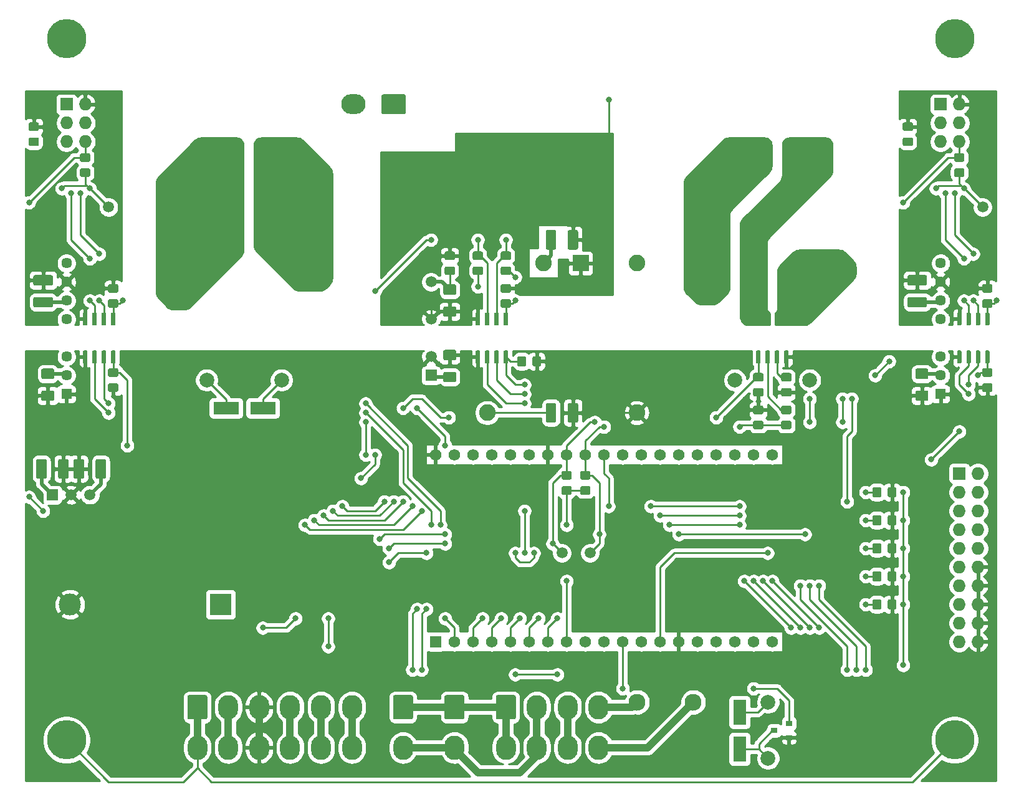
<source format=gbr>
G04 #@! TF.GenerationSoftware,KiCad,Pcbnew,(5.1.5)-3*
G04 #@! TF.CreationDate,2020-01-22T12:55:52-05:00*
G04 #@! TF.ProjectId,PacMan,5061634d-616e-42e6-9b69-6361645f7063,1.2*
G04 #@! TF.SameCoordinates,Original*
G04 #@! TF.FileFunction,Copper,L2,Bot*
G04 #@! TF.FilePolarity,Positive*
%FSLAX46Y46*%
G04 Gerber Fmt 4.6, Leading zero omitted, Abs format (unit mm)*
G04 Created by KiCad (PCBNEW (5.1.5)-3) date 2020-01-22 12:55:52*
%MOMM*%
%LPD*%
G04 APERTURE LIST*
%ADD10C,0.100000*%
%ADD11C,2.000000*%
%ADD12C,4.000000*%
%ADD13C,1.500000*%
%ADD14R,1.727200X1.727200*%
%ADD15O,1.727200X1.727200*%
%ADD16C,1.450000*%
%ADD17R,1.450000X1.450000*%
%ADD18C,1.508000*%
%ADD19R,1.508000X1.508000*%
%ADD20C,2.250000*%
%ADD21R,2.250000X2.250000*%
%ADD22O,6.500000X2.540000*%
%ADD23R,1.560000X1.560000*%
%ADD24C,1.560000*%
%ADD25O,2.700000X3.300000*%
%ADD26R,1.800000X3.500000*%
%ADD27R,3.500000X1.800000*%
%ADD28C,5.334000*%
%ADD29O,3.300000X2.700000*%
%ADD30C,2.300000*%
%ADD31R,3.000000X3.000000*%
%ADD32C,3.000000*%
%ADD33R,0.900000X0.800000*%
%ADD34C,0.800000*%
%ADD35C,1.000000*%
%ADD36C,0.500000*%
%ADD37C,0.250000*%
%ADD38C,0.254000*%
G04 APERTURE END LIST*
G04 #@! TA.AperFunction,SMDPad,CuDef*
D10*
G36*
X149494504Y-77416204D02*
G01*
X149518773Y-77419804D01*
X149542571Y-77425765D01*
X149565671Y-77434030D01*
X149587849Y-77444520D01*
X149608893Y-77457133D01*
X149628598Y-77471747D01*
X149646777Y-77488223D01*
X149663253Y-77506402D01*
X149677867Y-77526107D01*
X149690480Y-77547151D01*
X149700970Y-77569329D01*
X149709235Y-77592429D01*
X149715196Y-77616227D01*
X149718796Y-77640496D01*
X149720000Y-77665000D01*
X149720000Y-79815000D01*
X149718796Y-79839504D01*
X149715196Y-79863773D01*
X149709235Y-79887571D01*
X149700970Y-79910671D01*
X149690480Y-79932849D01*
X149677867Y-79953893D01*
X149663253Y-79973598D01*
X149646777Y-79991777D01*
X149628598Y-80008253D01*
X149608893Y-80022867D01*
X149587849Y-80035480D01*
X149565671Y-80045970D01*
X149542571Y-80054235D01*
X149518773Y-80060196D01*
X149494504Y-80063796D01*
X149470000Y-80065000D01*
X148545000Y-80065000D01*
X148520496Y-80063796D01*
X148496227Y-80060196D01*
X148472429Y-80054235D01*
X148449329Y-80045970D01*
X148427151Y-80035480D01*
X148406107Y-80022867D01*
X148386402Y-80008253D01*
X148368223Y-79991777D01*
X148351747Y-79973598D01*
X148337133Y-79953893D01*
X148324520Y-79932849D01*
X148314030Y-79910671D01*
X148305765Y-79887571D01*
X148299804Y-79863773D01*
X148296204Y-79839504D01*
X148295000Y-79815000D01*
X148295000Y-77665000D01*
X148296204Y-77640496D01*
X148299804Y-77616227D01*
X148305765Y-77592429D01*
X148314030Y-77569329D01*
X148324520Y-77547151D01*
X148337133Y-77526107D01*
X148351747Y-77506402D01*
X148368223Y-77488223D01*
X148386402Y-77471747D01*
X148406107Y-77457133D01*
X148427151Y-77444520D01*
X148449329Y-77434030D01*
X148472429Y-77425765D01*
X148496227Y-77419804D01*
X148520496Y-77416204D01*
X148545000Y-77415000D01*
X149470000Y-77415000D01*
X149494504Y-77416204D01*
G37*
G04 #@! TD.AperFunction*
G04 #@! TA.AperFunction,SMDPad,CuDef*
G36*
X152469504Y-77416204D02*
G01*
X152493773Y-77419804D01*
X152517571Y-77425765D01*
X152540671Y-77434030D01*
X152562849Y-77444520D01*
X152583893Y-77457133D01*
X152603598Y-77471747D01*
X152621777Y-77488223D01*
X152638253Y-77506402D01*
X152652867Y-77526107D01*
X152665480Y-77547151D01*
X152675970Y-77569329D01*
X152684235Y-77592429D01*
X152690196Y-77616227D01*
X152693796Y-77640496D01*
X152695000Y-77665000D01*
X152695000Y-79815000D01*
X152693796Y-79839504D01*
X152690196Y-79863773D01*
X152684235Y-79887571D01*
X152675970Y-79910671D01*
X152665480Y-79932849D01*
X152652867Y-79953893D01*
X152638253Y-79973598D01*
X152621777Y-79991777D01*
X152603598Y-80008253D01*
X152583893Y-80022867D01*
X152562849Y-80035480D01*
X152540671Y-80045970D01*
X152517571Y-80054235D01*
X152493773Y-80060196D01*
X152469504Y-80063796D01*
X152445000Y-80065000D01*
X151520000Y-80065000D01*
X151495496Y-80063796D01*
X151471227Y-80060196D01*
X151447429Y-80054235D01*
X151424329Y-80045970D01*
X151402151Y-80035480D01*
X151381107Y-80022867D01*
X151361402Y-80008253D01*
X151343223Y-79991777D01*
X151326747Y-79973598D01*
X151312133Y-79953893D01*
X151299520Y-79932849D01*
X151289030Y-79910671D01*
X151280765Y-79887571D01*
X151274804Y-79863773D01*
X151271204Y-79839504D01*
X151270000Y-79815000D01*
X151270000Y-77665000D01*
X151271204Y-77640496D01*
X151274804Y-77616227D01*
X151280765Y-77592429D01*
X151289030Y-77569329D01*
X151299520Y-77547151D01*
X151312133Y-77526107D01*
X151326747Y-77506402D01*
X151343223Y-77488223D01*
X151361402Y-77471747D01*
X151381107Y-77457133D01*
X151402151Y-77444520D01*
X151424329Y-77434030D01*
X151447429Y-77425765D01*
X151471227Y-77419804D01*
X151495496Y-77416204D01*
X151520000Y-77415000D01*
X152445000Y-77415000D01*
X152469504Y-77416204D01*
G37*
G04 #@! TD.AperFunction*
G04 #@! TA.AperFunction,SMDPad,CuDef*
G36*
X204944505Y-66981204D02*
G01*
X204968773Y-66984804D01*
X204992572Y-66990765D01*
X205015671Y-66999030D01*
X205037850Y-67009520D01*
X205058893Y-67022132D01*
X205078599Y-67036747D01*
X205096777Y-67053223D01*
X205113253Y-67071401D01*
X205127868Y-67091107D01*
X205140480Y-67112150D01*
X205150970Y-67134329D01*
X205159235Y-67157428D01*
X205165196Y-67181227D01*
X205168796Y-67205495D01*
X205170000Y-67229999D01*
X205170000Y-67880001D01*
X205168796Y-67904505D01*
X205165196Y-67928773D01*
X205159235Y-67952572D01*
X205150970Y-67975671D01*
X205140480Y-67997850D01*
X205127868Y-68018893D01*
X205113253Y-68038599D01*
X205096777Y-68056777D01*
X205078599Y-68073253D01*
X205058893Y-68087868D01*
X205037850Y-68100480D01*
X205015671Y-68110970D01*
X204992572Y-68119235D01*
X204968773Y-68125196D01*
X204944505Y-68128796D01*
X204920001Y-68130000D01*
X204019999Y-68130000D01*
X203995495Y-68128796D01*
X203971227Y-68125196D01*
X203947428Y-68119235D01*
X203924329Y-68110970D01*
X203902150Y-68100480D01*
X203881107Y-68087868D01*
X203861401Y-68073253D01*
X203843223Y-68056777D01*
X203826747Y-68038599D01*
X203812132Y-68018893D01*
X203799520Y-67997850D01*
X203789030Y-67975671D01*
X203780765Y-67952572D01*
X203774804Y-67928773D01*
X203771204Y-67904505D01*
X203770000Y-67880001D01*
X203770000Y-67229999D01*
X203771204Y-67205495D01*
X203774804Y-67181227D01*
X203780765Y-67157428D01*
X203789030Y-67134329D01*
X203799520Y-67112150D01*
X203812132Y-67091107D01*
X203826747Y-67071401D01*
X203843223Y-67053223D01*
X203861401Y-67036747D01*
X203881107Y-67022132D01*
X203902150Y-67009520D01*
X203924329Y-66999030D01*
X203947428Y-66990765D01*
X203971227Y-66984804D01*
X203995495Y-66981204D01*
X204019999Y-66980000D01*
X204920001Y-66980000D01*
X204944505Y-66981204D01*
G37*
G04 #@! TD.AperFunction*
G04 #@! TA.AperFunction,SMDPad,CuDef*
G36*
X204944505Y-69031204D02*
G01*
X204968773Y-69034804D01*
X204992572Y-69040765D01*
X205015671Y-69049030D01*
X205037850Y-69059520D01*
X205058893Y-69072132D01*
X205078599Y-69086747D01*
X205096777Y-69103223D01*
X205113253Y-69121401D01*
X205127868Y-69141107D01*
X205140480Y-69162150D01*
X205150970Y-69184329D01*
X205159235Y-69207428D01*
X205165196Y-69231227D01*
X205168796Y-69255495D01*
X205170000Y-69279999D01*
X205170000Y-69930001D01*
X205168796Y-69954505D01*
X205165196Y-69978773D01*
X205159235Y-70002572D01*
X205150970Y-70025671D01*
X205140480Y-70047850D01*
X205127868Y-70068893D01*
X205113253Y-70088599D01*
X205096777Y-70106777D01*
X205078599Y-70123253D01*
X205058893Y-70137868D01*
X205037850Y-70150480D01*
X205015671Y-70160970D01*
X204992572Y-70169235D01*
X204968773Y-70175196D01*
X204944505Y-70178796D01*
X204920001Y-70180000D01*
X204019999Y-70180000D01*
X203995495Y-70178796D01*
X203971227Y-70175196D01*
X203947428Y-70169235D01*
X203924329Y-70160970D01*
X203902150Y-70150480D01*
X203881107Y-70137868D01*
X203861401Y-70123253D01*
X203843223Y-70106777D01*
X203826747Y-70088599D01*
X203812132Y-70068893D01*
X203799520Y-70047850D01*
X203789030Y-70025671D01*
X203780765Y-70002572D01*
X203774804Y-69978773D01*
X203771204Y-69954505D01*
X203770000Y-69930001D01*
X203770000Y-69279999D01*
X203771204Y-69255495D01*
X203774804Y-69231227D01*
X203780765Y-69207428D01*
X203789030Y-69184329D01*
X203799520Y-69162150D01*
X203812132Y-69141107D01*
X203826747Y-69121401D01*
X203843223Y-69103223D01*
X203861401Y-69086747D01*
X203881107Y-69072132D01*
X203902150Y-69059520D01*
X203924329Y-69049030D01*
X203947428Y-69040765D01*
X203971227Y-69034804D01*
X203995495Y-69031204D01*
X204019999Y-69030000D01*
X204920001Y-69030000D01*
X204944505Y-69031204D01*
G37*
G04 #@! TD.AperFunction*
G04 #@! TA.AperFunction,SMDPad,CuDef*
G36*
X86199505Y-66981204D02*
G01*
X86223773Y-66984804D01*
X86247572Y-66990765D01*
X86270671Y-66999030D01*
X86292850Y-67009520D01*
X86313893Y-67022132D01*
X86333599Y-67036747D01*
X86351777Y-67053223D01*
X86368253Y-67071401D01*
X86382868Y-67091107D01*
X86395480Y-67112150D01*
X86405970Y-67134329D01*
X86414235Y-67157428D01*
X86420196Y-67181227D01*
X86423796Y-67205495D01*
X86425000Y-67229999D01*
X86425000Y-67880001D01*
X86423796Y-67904505D01*
X86420196Y-67928773D01*
X86414235Y-67952572D01*
X86405970Y-67975671D01*
X86395480Y-67997850D01*
X86382868Y-68018893D01*
X86368253Y-68038599D01*
X86351777Y-68056777D01*
X86333599Y-68073253D01*
X86313893Y-68087868D01*
X86292850Y-68100480D01*
X86270671Y-68110970D01*
X86247572Y-68119235D01*
X86223773Y-68125196D01*
X86199505Y-68128796D01*
X86175001Y-68130000D01*
X85274999Y-68130000D01*
X85250495Y-68128796D01*
X85226227Y-68125196D01*
X85202428Y-68119235D01*
X85179329Y-68110970D01*
X85157150Y-68100480D01*
X85136107Y-68087868D01*
X85116401Y-68073253D01*
X85098223Y-68056777D01*
X85081747Y-68038599D01*
X85067132Y-68018893D01*
X85054520Y-67997850D01*
X85044030Y-67975671D01*
X85035765Y-67952572D01*
X85029804Y-67928773D01*
X85026204Y-67904505D01*
X85025000Y-67880001D01*
X85025000Y-67229999D01*
X85026204Y-67205495D01*
X85029804Y-67181227D01*
X85035765Y-67157428D01*
X85044030Y-67134329D01*
X85054520Y-67112150D01*
X85067132Y-67091107D01*
X85081747Y-67071401D01*
X85098223Y-67053223D01*
X85116401Y-67036747D01*
X85136107Y-67022132D01*
X85157150Y-67009520D01*
X85179329Y-66999030D01*
X85202428Y-66990765D01*
X85226227Y-66984804D01*
X85250495Y-66981204D01*
X85274999Y-66980000D01*
X86175001Y-66980000D01*
X86199505Y-66981204D01*
G37*
G04 #@! TD.AperFunction*
G04 #@! TA.AperFunction,SMDPad,CuDef*
G36*
X86199505Y-69031204D02*
G01*
X86223773Y-69034804D01*
X86247572Y-69040765D01*
X86270671Y-69049030D01*
X86292850Y-69059520D01*
X86313893Y-69072132D01*
X86333599Y-69086747D01*
X86351777Y-69103223D01*
X86368253Y-69121401D01*
X86382868Y-69141107D01*
X86395480Y-69162150D01*
X86405970Y-69184329D01*
X86414235Y-69207428D01*
X86420196Y-69231227D01*
X86423796Y-69255495D01*
X86425000Y-69279999D01*
X86425000Y-69930001D01*
X86423796Y-69954505D01*
X86420196Y-69978773D01*
X86414235Y-70002572D01*
X86405970Y-70025671D01*
X86395480Y-70047850D01*
X86382868Y-70068893D01*
X86368253Y-70088599D01*
X86351777Y-70106777D01*
X86333599Y-70123253D01*
X86313893Y-70137868D01*
X86292850Y-70150480D01*
X86270671Y-70160970D01*
X86247572Y-70169235D01*
X86223773Y-70175196D01*
X86199505Y-70178796D01*
X86175001Y-70180000D01*
X85274999Y-70180000D01*
X85250495Y-70178796D01*
X85226227Y-70175196D01*
X85202428Y-70169235D01*
X85179329Y-70160970D01*
X85157150Y-70150480D01*
X85136107Y-70137868D01*
X85116401Y-70123253D01*
X85098223Y-70106777D01*
X85081747Y-70088599D01*
X85067132Y-70068893D01*
X85054520Y-70047850D01*
X85044030Y-70025671D01*
X85035765Y-70002572D01*
X85029804Y-69978773D01*
X85026204Y-69954505D01*
X85025000Y-69930001D01*
X85025000Y-69279999D01*
X85026204Y-69255495D01*
X85029804Y-69231227D01*
X85035765Y-69207428D01*
X85044030Y-69184329D01*
X85054520Y-69162150D01*
X85067132Y-69141107D01*
X85081747Y-69121401D01*
X85098223Y-69103223D01*
X85116401Y-69086747D01*
X85136107Y-69072132D01*
X85157150Y-69059520D01*
X85179329Y-69049030D01*
X85202428Y-69040765D01*
X85226227Y-69034804D01*
X85250495Y-69031204D01*
X85274999Y-69030000D01*
X86175001Y-69030000D01*
X86199505Y-69031204D01*
G37*
G04 #@! TD.AperFunction*
D11*
X184150000Y-97790000D03*
X173990000Y-97790000D03*
D12*
X170180000Y-85090000D03*
X187960000Y-82550000D03*
D11*
X112395000Y-97790000D03*
X102235000Y-97790000D03*
D12*
X98425000Y-85090000D03*
X116205000Y-82550000D03*
G04 #@! TA.AperFunction,SMDPad,CuDef*
D10*
G36*
X147424505Y-94551204D02*
G01*
X147448773Y-94554804D01*
X147472572Y-94560765D01*
X147495671Y-94569030D01*
X147517850Y-94579520D01*
X147538893Y-94592132D01*
X147558599Y-94606747D01*
X147576777Y-94623223D01*
X147593253Y-94641401D01*
X147607868Y-94661107D01*
X147620480Y-94682150D01*
X147630970Y-94704329D01*
X147639235Y-94727428D01*
X147645196Y-94751227D01*
X147648796Y-94775495D01*
X147650000Y-94799999D01*
X147650000Y-95700001D01*
X147648796Y-95724505D01*
X147645196Y-95748773D01*
X147639235Y-95772572D01*
X147630970Y-95795671D01*
X147620480Y-95817850D01*
X147607868Y-95838893D01*
X147593253Y-95858599D01*
X147576777Y-95876777D01*
X147558599Y-95893253D01*
X147538893Y-95907868D01*
X147517850Y-95920480D01*
X147495671Y-95930970D01*
X147472572Y-95939235D01*
X147448773Y-95945196D01*
X147424505Y-95948796D01*
X147400001Y-95950000D01*
X146749999Y-95950000D01*
X146725495Y-95948796D01*
X146701227Y-95945196D01*
X146677428Y-95939235D01*
X146654329Y-95930970D01*
X146632150Y-95920480D01*
X146611107Y-95907868D01*
X146591401Y-95893253D01*
X146573223Y-95876777D01*
X146556747Y-95858599D01*
X146542132Y-95838893D01*
X146529520Y-95817850D01*
X146519030Y-95795671D01*
X146510765Y-95772572D01*
X146504804Y-95748773D01*
X146501204Y-95724505D01*
X146500000Y-95700001D01*
X146500000Y-94799999D01*
X146501204Y-94775495D01*
X146504804Y-94751227D01*
X146510765Y-94727428D01*
X146519030Y-94704329D01*
X146529520Y-94682150D01*
X146542132Y-94661107D01*
X146556747Y-94641401D01*
X146573223Y-94623223D01*
X146591401Y-94606747D01*
X146611107Y-94592132D01*
X146632150Y-94579520D01*
X146654329Y-94569030D01*
X146677428Y-94560765D01*
X146701227Y-94554804D01*
X146725495Y-94551204D01*
X146749999Y-94550000D01*
X147400001Y-94550000D01*
X147424505Y-94551204D01*
G37*
G04 #@! TD.AperFunction*
G04 #@! TA.AperFunction,SMDPad,CuDef*
G36*
X145374505Y-94551204D02*
G01*
X145398773Y-94554804D01*
X145422572Y-94560765D01*
X145445671Y-94569030D01*
X145467850Y-94579520D01*
X145488893Y-94592132D01*
X145508599Y-94606747D01*
X145526777Y-94623223D01*
X145543253Y-94641401D01*
X145557868Y-94661107D01*
X145570480Y-94682150D01*
X145580970Y-94704329D01*
X145589235Y-94727428D01*
X145595196Y-94751227D01*
X145598796Y-94775495D01*
X145600000Y-94799999D01*
X145600000Y-95700001D01*
X145598796Y-95724505D01*
X145595196Y-95748773D01*
X145589235Y-95772572D01*
X145580970Y-95795671D01*
X145570480Y-95817850D01*
X145557868Y-95838893D01*
X145543253Y-95858599D01*
X145526777Y-95876777D01*
X145508599Y-95893253D01*
X145488893Y-95907868D01*
X145467850Y-95920480D01*
X145445671Y-95930970D01*
X145422572Y-95939235D01*
X145398773Y-95945196D01*
X145374505Y-95948796D01*
X145350001Y-95950000D01*
X144699999Y-95950000D01*
X144675495Y-95948796D01*
X144651227Y-95945196D01*
X144627428Y-95939235D01*
X144604329Y-95930970D01*
X144582150Y-95920480D01*
X144561107Y-95907868D01*
X144541401Y-95893253D01*
X144523223Y-95876777D01*
X144506747Y-95858599D01*
X144492132Y-95838893D01*
X144479520Y-95817850D01*
X144469030Y-95795671D01*
X144460765Y-95772572D01*
X144454804Y-95748773D01*
X144451204Y-95724505D01*
X144450000Y-95700001D01*
X144450000Y-94799999D01*
X144451204Y-94775495D01*
X144454804Y-94751227D01*
X144460765Y-94727428D01*
X144469030Y-94704329D01*
X144479520Y-94682150D01*
X144492132Y-94661107D01*
X144506747Y-94641401D01*
X144523223Y-94623223D01*
X144541401Y-94606747D01*
X144561107Y-94592132D01*
X144582150Y-94579520D01*
X144604329Y-94569030D01*
X144627428Y-94560765D01*
X144651227Y-94554804D01*
X144675495Y-94551204D01*
X144699999Y-94550000D01*
X145350001Y-94550000D01*
X145374505Y-94551204D01*
G37*
G04 #@! TD.AperFunction*
G04 #@! TA.AperFunction,SMDPad,CuDef*
G36*
X143349505Y-86811204D02*
G01*
X143373773Y-86814804D01*
X143397572Y-86820765D01*
X143420671Y-86829030D01*
X143442850Y-86839520D01*
X143463893Y-86852132D01*
X143483599Y-86866747D01*
X143501777Y-86883223D01*
X143518253Y-86901401D01*
X143532868Y-86921107D01*
X143545480Y-86942150D01*
X143555970Y-86964329D01*
X143564235Y-86987428D01*
X143570196Y-87011227D01*
X143573796Y-87035495D01*
X143575000Y-87059999D01*
X143575000Y-87710001D01*
X143573796Y-87734505D01*
X143570196Y-87758773D01*
X143564235Y-87782572D01*
X143555970Y-87805671D01*
X143545480Y-87827850D01*
X143532868Y-87848893D01*
X143518253Y-87868599D01*
X143501777Y-87886777D01*
X143483599Y-87903253D01*
X143463893Y-87917868D01*
X143442850Y-87930480D01*
X143420671Y-87940970D01*
X143397572Y-87949235D01*
X143373773Y-87955196D01*
X143349505Y-87958796D01*
X143325001Y-87960000D01*
X142424999Y-87960000D01*
X142400495Y-87958796D01*
X142376227Y-87955196D01*
X142352428Y-87949235D01*
X142329329Y-87940970D01*
X142307150Y-87930480D01*
X142286107Y-87917868D01*
X142266401Y-87903253D01*
X142248223Y-87886777D01*
X142231747Y-87868599D01*
X142217132Y-87848893D01*
X142204520Y-87827850D01*
X142194030Y-87805671D01*
X142185765Y-87782572D01*
X142179804Y-87758773D01*
X142176204Y-87734505D01*
X142175000Y-87710001D01*
X142175000Y-87059999D01*
X142176204Y-87035495D01*
X142179804Y-87011227D01*
X142185765Y-86987428D01*
X142194030Y-86964329D01*
X142204520Y-86942150D01*
X142217132Y-86921107D01*
X142231747Y-86901401D01*
X142248223Y-86883223D01*
X142266401Y-86866747D01*
X142286107Y-86852132D01*
X142307150Y-86839520D01*
X142329329Y-86829030D01*
X142352428Y-86820765D01*
X142376227Y-86814804D01*
X142400495Y-86811204D01*
X142424999Y-86810000D01*
X143325001Y-86810000D01*
X143349505Y-86811204D01*
G37*
G04 #@! TD.AperFunction*
G04 #@! TA.AperFunction,SMDPad,CuDef*
G36*
X143349505Y-84761204D02*
G01*
X143373773Y-84764804D01*
X143397572Y-84770765D01*
X143420671Y-84779030D01*
X143442850Y-84789520D01*
X143463893Y-84802132D01*
X143483599Y-84816747D01*
X143501777Y-84833223D01*
X143518253Y-84851401D01*
X143532868Y-84871107D01*
X143545480Y-84892150D01*
X143555970Y-84914329D01*
X143564235Y-84937428D01*
X143570196Y-84961227D01*
X143573796Y-84985495D01*
X143575000Y-85009999D01*
X143575000Y-85660001D01*
X143573796Y-85684505D01*
X143570196Y-85708773D01*
X143564235Y-85732572D01*
X143555970Y-85755671D01*
X143545480Y-85777850D01*
X143532868Y-85798893D01*
X143518253Y-85818599D01*
X143501777Y-85836777D01*
X143483599Y-85853253D01*
X143463893Y-85867868D01*
X143442850Y-85880480D01*
X143420671Y-85890970D01*
X143397572Y-85899235D01*
X143373773Y-85905196D01*
X143349505Y-85908796D01*
X143325001Y-85910000D01*
X142424999Y-85910000D01*
X142400495Y-85908796D01*
X142376227Y-85905196D01*
X142352428Y-85899235D01*
X142329329Y-85890970D01*
X142307150Y-85880480D01*
X142286107Y-85867868D01*
X142266401Y-85853253D01*
X142248223Y-85836777D01*
X142231747Y-85818599D01*
X142217132Y-85798893D01*
X142204520Y-85777850D01*
X142194030Y-85755671D01*
X142185765Y-85732572D01*
X142179804Y-85708773D01*
X142176204Y-85684505D01*
X142175000Y-85660001D01*
X142175000Y-85009999D01*
X142176204Y-84985495D01*
X142179804Y-84961227D01*
X142185765Y-84937428D01*
X142194030Y-84914329D01*
X142204520Y-84892150D01*
X142217132Y-84871107D01*
X142231747Y-84851401D01*
X142248223Y-84833223D01*
X142266401Y-84816747D01*
X142286107Y-84802132D01*
X142307150Y-84789520D01*
X142329329Y-84779030D01*
X142352428Y-84770765D01*
X142376227Y-84764804D01*
X142400495Y-84761204D01*
X142424999Y-84760000D01*
X143325001Y-84760000D01*
X143349505Y-84761204D01*
G37*
G04 #@! TD.AperFunction*
D13*
X88900000Y-74295000D03*
D14*
X201930000Y-60325000D03*
D15*
X204470000Y-60325000D03*
X201930000Y-62865000D03*
X204470000Y-62865000D03*
X201930000Y-65405000D03*
X204470000Y-65405000D03*
G04 #@! TA.AperFunction,SMDPad,CuDef*
D10*
G36*
X177639505Y-96826204D02*
G01*
X177663773Y-96829804D01*
X177687572Y-96835765D01*
X177710671Y-96844030D01*
X177732850Y-96854520D01*
X177753893Y-96867132D01*
X177773599Y-96881747D01*
X177791777Y-96898223D01*
X177808253Y-96916401D01*
X177822868Y-96936107D01*
X177835480Y-96957150D01*
X177845970Y-96979329D01*
X177854235Y-97002428D01*
X177860196Y-97026227D01*
X177863796Y-97050495D01*
X177865000Y-97074999D01*
X177865000Y-97725001D01*
X177863796Y-97749505D01*
X177860196Y-97773773D01*
X177854235Y-97797572D01*
X177845970Y-97820671D01*
X177835480Y-97842850D01*
X177822868Y-97863893D01*
X177808253Y-97883599D01*
X177791777Y-97901777D01*
X177773599Y-97918253D01*
X177753893Y-97932868D01*
X177732850Y-97945480D01*
X177710671Y-97955970D01*
X177687572Y-97964235D01*
X177663773Y-97970196D01*
X177639505Y-97973796D01*
X177615001Y-97975000D01*
X176714999Y-97975000D01*
X176690495Y-97973796D01*
X176666227Y-97970196D01*
X176642428Y-97964235D01*
X176619329Y-97955970D01*
X176597150Y-97945480D01*
X176576107Y-97932868D01*
X176556401Y-97918253D01*
X176538223Y-97901777D01*
X176521747Y-97883599D01*
X176507132Y-97863893D01*
X176494520Y-97842850D01*
X176484030Y-97820671D01*
X176475765Y-97797572D01*
X176469804Y-97773773D01*
X176466204Y-97749505D01*
X176465000Y-97725001D01*
X176465000Y-97074999D01*
X176466204Y-97050495D01*
X176469804Y-97026227D01*
X176475765Y-97002428D01*
X176484030Y-96979329D01*
X176494520Y-96957150D01*
X176507132Y-96936107D01*
X176521747Y-96916401D01*
X176538223Y-96898223D01*
X176556401Y-96881747D01*
X176576107Y-96867132D01*
X176597150Y-96854520D01*
X176619329Y-96844030D01*
X176642428Y-96835765D01*
X176666227Y-96829804D01*
X176690495Y-96826204D01*
X176714999Y-96825000D01*
X177615001Y-96825000D01*
X177639505Y-96826204D01*
G37*
G04 #@! TD.AperFunction*
G04 #@! TA.AperFunction,SMDPad,CuDef*
G36*
X177639505Y-98876204D02*
G01*
X177663773Y-98879804D01*
X177687572Y-98885765D01*
X177710671Y-98894030D01*
X177732850Y-98904520D01*
X177753893Y-98917132D01*
X177773599Y-98931747D01*
X177791777Y-98948223D01*
X177808253Y-98966401D01*
X177822868Y-98986107D01*
X177835480Y-99007150D01*
X177845970Y-99029329D01*
X177854235Y-99052428D01*
X177860196Y-99076227D01*
X177863796Y-99100495D01*
X177865000Y-99124999D01*
X177865000Y-99775001D01*
X177863796Y-99799505D01*
X177860196Y-99823773D01*
X177854235Y-99847572D01*
X177845970Y-99870671D01*
X177835480Y-99892850D01*
X177822868Y-99913893D01*
X177808253Y-99933599D01*
X177791777Y-99951777D01*
X177773599Y-99968253D01*
X177753893Y-99982868D01*
X177732850Y-99995480D01*
X177710671Y-100005970D01*
X177687572Y-100014235D01*
X177663773Y-100020196D01*
X177639505Y-100023796D01*
X177615001Y-100025000D01*
X176714999Y-100025000D01*
X176690495Y-100023796D01*
X176666227Y-100020196D01*
X176642428Y-100014235D01*
X176619329Y-100005970D01*
X176597150Y-99995480D01*
X176576107Y-99982868D01*
X176556401Y-99968253D01*
X176538223Y-99951777D01*
X176521747Y-99933599D01*
X176507132Y-99913893D01*
X176494520Y-99892850D01*
X176484030Y-99870671D01*
X176475765Y-99847572D01*
X176469804Y-99823773D01*
X176466204Y-99799505D01*
X176465000Y-99775001D01*
X176465000Y-99124999D01*
X176466204Y-99100495D01*
X176469804Y-99076227D01*
X176475765Y-99052428D01*
X176484030Y-99029329D01*
X176494520Y-99007150D01*
X176507132Y-98986107D01*
X176521747Y-98966401D01*
X176538223Y-98948223D01*
X176556401Y-98931747D01*
X176576107Y-98917132D01*
X176597150Y-98904520D01*
X176619329Y-98894030D01*
X176642428Y-98885765D01*
X176666227Y-98879804D01*
X176690495Y-98876204D01*
X176714999Y-98875000D01*
X177615001Y-98875000D01*
X177639505Y-98876204D01*
G37*
G04 #@! TD.AperFunction*
G04 #@! TA.AperFunction,SMDPad,CuDef*
G36*
X90009505Y-98241204D02*
G01*
X90033773Y-98244804D01*
X90057572Y-98250765D01*
X90080671Y-98259030D01*
X90102850Y-98269520D01*
X90123893Y-98282132D01*
X90143599Y-98296747D01*
X90161777Y-98313223D01*
X90178253Y-98331401D01*
X90192868Y-98351107D01*
X90205480Y-98372150D01*
X90215970Y-98394329D01*
X90224235Y-98417428D01*
X90230196Y-98441227D01*
X90233796Y-98465495D01*
X90235000Y-98489999D01*
X90235000Y-99140001D01*
X90233796Y-99164505D01*
X90230196Y-99188773D01*
X90224235Y-99212572D01*
X90215970Y-99235671D01*
X90205480Y-99257850D01*
X90192868Y-99278893D01*
X90178253Y-99298599D01*
X90161777Y-99316777D01*
X90143599Y-99333253D01*
X90123893Y-99347868D01*
X90102850Y-99360480D01*
X90080671Y-99370970D01*
X90057572Y-99379235D01*
X90033773Y-99385196D01*
X90009505Y-99388796D01*
X89985001Y-99390000D01*
X89084999Y-99390000D01*
X89060495Y-99388796D01*
X89036227Y-99385196D01*
X89012428Y-99379235D01*
X88989329Y-99370970D01*
X88967150Y-99360480D01*
X88946107Y-99347868D01*
X88926401Y-99333253D01*
X88908223Y-99316777D01*
X88891747Y-99298599D01*
X88877132Y-99278893D01*
X88864520Y-99257850D01*
X88854030Y-99235671D01*
X88845765Y-99212572D01*
X88839804Y-99188773D01*
X88836204Y-99164505D01*
X88835000Y-99140001D01*
X88835000Y-98489999D01*
X88836204Y-98465495D01*
X88839804Y-98441227D01*
X88845765Y-98417428D01*
X88854030Y-98394329D01*
X88864520Y-98372150D01*
X88877132Y-98351107D01*
X88891747Y-98331401D01*
X88908223Y-98313223D01*
X88926401Y-98296747D01*
X88946107Y-98282132D01*
X88967150Y-98269520D01*
X88989329Y-98259030D01*
X89012428Y-98250765D01*
X89036227Y-98244804D01*
X89060495Y-98241204D01*
X89084999Y-98240000D01*
X89985001Y-98240000D01*
X90009505Y-98241204D01*
G37*
G04 #@! TD.AperFunction*
G04 #@! TA.AperFunction,SMDPad,CuDef*
G36*
X90009505Y-96191204D02*
G01*
X90033773Y-96194804D01*
X90057572Y-96200765D01*
X90080671Y-96209030D01*
X90102850Y-96219520D01*
X90123893Y-96232132D01*
X90143599Y-96246747D01*
X90161777Y-96263223D01*
X90178253Y-96281401D01*
X90192868Y-96301107D01*
X90205480Y-96322150D01*
X90215970Y-96344329D01*
X90224235Y-96367428D01*
X90230196Y-96391227D01*
X90233796Y-96415495D01*
X90235000Y-96439999D01*
X90235000Y-97090001D01*
X90233796Y-97114505D01*
X90230196Y-97138773D01*
X90224235Y-97162572D01*
X90215970Y-97185671D01*
X90205480Y-97207850D01*
X90192868Y-97228893D01*
X90178253Y-97248599D01*
X90161777Y-97266777D01*
X90143599Y-97283253D01*
X90123893Y-97297868D01*
X90102850Y-97310480D01*
X90080671Y-97320970D01*
X90057572Y-97329235D01*
X90033773Y-97335196D01*
X90009505Y-97338796D01*
X89985001Y-97340000D01*
X89084999Y-97340000D01*
X89060495Y-97338796D01*
X89036227Y-97335196D01*
X89012428Y-97329235D01*
X88989329Y-97320970D01*
X88967150Y-97310480D01*
X88946107Y-97297868D01*
X88926401Y-97283253D01*
X88908223Y-97266777D01*
X88891747Y-97248599D01*
X88877132Y-97228893D01*
X88864520Y-97207850D01*
X88854030Y-97185671D01*
X88845765Y-97162572D01*
X88839804Y-97138773D01*
X88836204Y-97114505D01*
X88835000Y-97090001D01*
X88835000Y-96439999D01*
X88836204Y-96415495D01*
X88839804Y-96391227D01*
X88845765Y-96367428D01*
X88854030Y-96344329D01*
X88864520Y-96322150D01*
X88877132Y-96301107D01*
X88891747Y-96281401D01*
X88908223Y-96263223D01*
X88926401Y-96246747D01*
X88946107Y-96232132D01*
X88967150Y-96219520D01*
X88989329Y-96209030D01*
X89012428Y-96200765D01*
X89036227Y-96194804D01*
X89060495Y-96191204D01*
X89084999Y-96190000D01*
X89985001Y-96190000D01*
X90009505Y-96191204D01*
G37*
G04 #@! TD.AperFunction*
G04 #@! TA.AperFunction,SMDPad,CuDef*
G36*
X208754505Y-96191204D02*
G01*
X208778773Y-96194804D01*
X208802572Y-96200765D01*
X208825671Y-96209030D01*
X208847850Y-96219520D01*
X208868893Y-96232132D01*
X208888599Y-96246747D01*
X208906777Y-96263223D01*
X208923253Y-96281401D01*
X208937868Y-96301107D01*
X208950480Y-96322150D01*
X208960970Y-96344329D01*
X208969235Y-96367428D01*
X208975196Y-96391227D01*
X208978796Y-96415495D01*
X208980000Y-96439999D01*
X208980000Y-97090001D01*
X208978796Y-97114505D01*
X208975196Y-97138773D01*
X208969235Y-97162572D01*
X208960970Y-97185671D01*
X208950480Y-97207850D01*
X208937868Y-97228893D01*
X208923253Y-97248599D01*
X208906777Y-97266777D01*
X208888599Y-97283253D01*
X208868893Y-97297868D01*
X208847850Y-97310480D01*
X208825671Y-97320970D01*
X208802572Y-97329235D01*
X208778773Y-97335196D01*
X208754505Y-97338796D01*
X208730001Y-97340000D01*
X207829999Y-97340000D01*
X207805495Y-97338796D01*
X207781227Y-97335196D01*
X207757428Y-97329235D01*
X207734329Y-97320970D01*
X207712150Y-97310480D01*
X207691107Y-97297868D01*
X207671401Y-97283253D01*
X207653223Y-97266777D01*
X207636747Y-97248599D01*
X207622132Y-97228893D01*
X207609520Y-97207850D01*
X207599030Y-97185671D01*
X207590765Y-97162572D01*
X207584804Y-97138773D01*
X207581204Y-97114505D01*
X207580000Y-97090001D01*
X207580000Y-96439999D01*
X207581204Y-96415495D01*
X207584804Y-96391227D01*
X207590765Y-96367428D01*
X207599030Y-96344329D01*
X207609520Y-96322150D01*
X207622132Y-96301107D01*
X207636747Y-96281401D01*
X207653223Y-96263223D01*
X207671401Y-96246747D01*
X207691107Y-96232132D01*
X207712150Y-96219520D01*
X207734329Y-96209030D01*
X207757428Y-96200765D01*
X207781227Y-96194804D01*
X207805495Y-96191204D01*
X207829999Y-96190000D01*
X208730001Y-96190000D01*
X208754505Y-96191204D01*
G37*
G04 #@! TD.AperFunction*
G04 #@! TA.AperFunction,SMDPad,CuDef*
G36*
X208754505Y-98241204D02*
G01*
X208778773Y-98244804D01*
X208802572Y-98250765D01*
X208825671Y-98259030D01*
X208847850Y-98269520D01*
X208868893Y-98282132D01*
X208888599Y-98296747D01*
X208906777Y-98313223D01*
X208923253Y-98331401D01*
X208937868Y-98351107D01*
X208950480Y-98372150D01*
X208960970Y-98394329D01*
X208969235Y-98417428D01*
X208975196Y-98441227D01*
X208978796Y-98465495D01*
X208980000Y-98489999D01*
X208980000Y-99140001D01*
X208978796Y-99164505D01*
X208975196Y-99188773D01*
X208969235Y-99212572D01*
X208960970Y-99235671D01*
X208950480Y-99257850D01*
X208937868Y-99278893D01*
X208923253Y-99298599D01*
X208906777Y-99316777D01*
X208888599Y-99333253D01*
X208868893Y-99347868D01*
X208847850Y-99360480D01*
X208825671Y-99370970D01*
X208802572Y-99379235D01*
X208778773Y-99385196D01*
X208754505Y-99388796D01*
X208730001Y-99390000D01*
X207829999Y-99390000D01*
X207805495Y-99388796D01*
X207781227Y-99385196D01*
X207757428Y-99379235D01*
X207734329Y-99370970D01*
X207712150Y-99360480D01*
X207691107Y-99347868D01*
X207671401Y-99333253D01*
X207653223Y-99316777D01*
X207636747Y-99298599D01*
X207622132Y-99278893D01*
X207609520Y-99257850D01*
X207599030Y-99235671D01*
X207590765Y-99212572D01*
X207584804Y-99188773D01*
X207581204Y-99164505D01*
X207580000Y-99140001D01*
X207580000Y-98489999D01*
X207581204Y-98465495D01*
X207584804Y-98441227D01*
X207590765Y-98417428D01*
X207599030Y-98394329D01*
X207609520Y-98372150D01*
X207622132Y-98351107D01*
X207636747Y-98331401D01*
X207653223Y-98313223D01*
X207671401Y-98296747D01*
X207691107Y-98282132D01*
X207712150Y-98269520D01*
X207734329Y-98259030D01*
X207757428Y-98250765D01*
X207781227Y-98244804D01*
X207805495Y-98241204D01*
X207829999Y-98240000D01*
X208730001Y-98240000D01*
X208754505Y-98241204D01*
G37*
G04 #@! TD.AperFunction*
G04 #@! TA.AperFunction,SMDPad,CuDef*
G36*
X208754505Y-84761204D02*
G01*
X208778773Y-84764804D01*
X208802572Y-84770765D01*
X208825671Y-84779030D01*
X208847850Y-84789520D01*
X208868893Y-84802132D01*
X208888599Y-84816747D01*
X208906777Y-84833223D01*
X208923253Y-84851401D01*
X208937868Y-84871107D01*
X208950480Y-84892150D01*
X208960970Y-84914329D01*
X208969235Y-84937428D01*
X208975196Y-84961227D01*
X208978796Y-84985495D01*
X208980000Y-85009999D01*
X208980000Y-85660001D01*
X208978796Y-85684505D01*
X208975196Y-85708773D01*
X208969235Y-85732572D01*
X208960970Y-85755671D01*
X208950480Y-85777850D01*
X208937868Y-85798893D01*
X208923253Y-85818599D01*
X208906777Y-85836777D01*
X208888599Y-85853253D01*
X208868893Y-85867868D01*
X208847850Y-85880480D01*
X208825671Y-85890970D01*
X208802572Y-85899235D01*
X208778773Y-85905196D01*
X208754505Y-85908796D01*
X208730001Y-85910000D01*
X207829999Y-85910000D01*
X207805495Y-85908796D01*
X207781227Y-85905196D01*
X207757428Y-85899235D01*
X207734329Y-85890970D01*
X207712150Y-85880480D01*
X207691107Y-85867868D01*
X207671401Y-85853253D01*
X207653223Y-85836777D01*
X207636747Y-85818599D01*
X207622132Y-85798893D01*
X207609520Y-85777850D01*
X207599030Y-85755671D01*
X207590765Y-85732572D01*
X207584804Y-85708773D01*
X207581204Y-85684505D01*
X207580000Y-85660001D01*
X207580000Y-85009999D01*
X207581204Y-84985495D01*
X207584804Y-84961227D01*
X207590765Y-84937428D01*
X207599030Y-84914329D01*
X207609520Y-84892150D01*
X207622132Y-84871107D01*
X207636747Y-84851401D01*
X207653223Y-84833223D01*
X207671401Y-84816747D01*
X207691107Y-84802132D01*
X207712150Y-84789520D01*
X207734329Y-84779030D01*
X207757428Y-84770765D01*
X207781227Y-84764804D01*
X207805495Y-84761204D01*
X207829999Y-84760000D01*
X208730001Y-84760000D01*
X208754505Y-84761204D01*
G37*
G04 #@! TD.AperFunction*
G04 #@! TA.AperFunction,SMDPad,CuDef*
G36*
X208754505Y-86811204D02*
G01*
X208778773Y-86814804D01*
X208802572Y-86820765D01*
X208825671Y-86829030D01*
X208847850Y-86839520D01*
X208868893Y-86852132D01*
X208888599Y-86866747D01*
X208906777Y-86883223D01*
X208923253Y-86901401D01*
X208937868Y-86921107D01*
X208950480Y-86942150D01*
X208960970Y-86964329D01*
X208969235Y-86987428D01*
X208975196Y-87011227D01*
X208978796Y-87035495D01*
X208980000Y-87059999D01*
X208980000Y-87710001D01*
X208978796Y-87734505D01*
X208975196Y-87758773D01*
X208969235Y-87782572D01*
X208960970Y-87805671D01*
X208950480Y-87827850D01*
X208937868Y-87848893D01*
X208923253Y-87868599D01*
X208906777Y-87886777D01*
X208888599Y-87903253D01*
X208868893Y-87917868D01*
X208847850Y-87930480D01*
X208825671Y-87940970D01*
X208802572Y-87949235D01*
X208778773Y-87955196D01*
X208754505Y-87958796D01*
X208730001Y-87960000D01*
X207829999Y-87960000D01*
X207805495Y-87958796D01*
X207781227Y-87955196D01*
X207757428Y-87949235D01*
X207734329Y-87940970D01*
X207712150Y-87930480D01*
X207691107Y-87917868D01*
X207671401Y-87903253D01*
X207653223Y-87886777D01*
X207636747Y-87868599D01*
X207622132Y-87848893D01*
X207609520Y-87827850D01*
X207599030Y-87805671D01*
X207590765Y-87782572D01*
X207584804Y-87758773D01*
X207581204Y-87734505D01*
X207580000Y-87710001D01*
X207580000Y-87059999D01*
X207581204Y-87035495D01*
X207584804Y-87011227D01*
X207590765Y-86987428D01*
X207599030Y-86964329D01*
X207609520Y-86942150D01*
X207622132Y-86921107D01*
X207636747Y-86901401D01*
X207653223Y-86883223D01*
X207671401Y-86866747D01*
X207691107Y-86852132D01*
X207712150Y-86839520D01*
X207734329Y-86829030D01*
X207757428Y-86820765D01*
X207781227Y-86814804D01*
X207805495Y-86811204D01*
X207829999Y-86810000D01*
X208730001Y-86810000D01*
X208754505Y-86811204D01*
G37*
G04 #@! TD.AperFunction*
G04 #@! TA.AperFunction,SMDPad,CuDef*
G36*
X90009505Y-86811204D02*
G01*
X90033773Y-86814804D01*
X90057572Y-86820765D01*
X90080671Y-86829030D01*
X90102850Y-86839520D01*
X90123893Y-86852132D01*
X90143599Y-86866747D01*
X90161777Y-86883223D01*
X90178253Y-86901401D01*
X90192868Y-86921107D01*
X90205480Y-86942150D01*
X90215970Y-86964329D01*
X90224235Y-86987428D01*
X90230196Y-87011227D01*
X90233796Y-87035495D01*
X90235000Y-87059999D01*
X90235000Y-87710001D01*
X90233796Y-87734505D01*
X90230196Y-87758773D01*
X90224235Y-87782572D01*
X90215970Y-87805671D01*
X90205480Y-87827850D01*
X90192868Y-87848893D01*
X90178253Y-87868599D01*
X90161777Y-87886777D01*
X90143599Y-87903253D01*
X90123893Y-87917868D01*
X90102850Y-87930480D01*
X90080671Y-87940970D01*
X90057572Y-87949235D01*
X90033773Y-87955196D01*
X90009505Y-87958796D01*
X89985001Y-87960000D01*
X89084999Y-87960000D01*
X89060495Y-87958796D01*
X89036227Y-87955196D01*
X89012428Y-87949235D01*
X88989329Y-87940970D01*
X88967150Y-87930480D01*
X88946107Y-87917868D01*
X88926401Y-87903253D01*
X88908223Y-87886777D01*
X88891747Y-87868599D01*
X88877132Y-87848893D01*
X88864520Y-87827850D01*
X88854030Y-87805671D01*
X88845765Y-87782572D01*
X88839804Y-87758773D01*
X88836204Y-87734505D01*
X88835000Y-87710001D01*
X88835000Y-87059999D01*
X88836204Y-87035495D01*
X88839804Y-87011227D01*
X88845765Y-86987428D01*
X88854030Y-86964329D01*
X88864520Y-86942150D01*
X88877132Y-86921107D01*
X88891747Y-86901401D01*
X88908223Y-86883223D01*
X88926401Y-86866747D01*
X88946107Y-86852132D01*
X88967150Y-86839520D01*
X88989329Y-86829030D01*
X89012428Y-86820765D01*
X89036227Y-86814804D01*
X89060495Y-86811204D01*
X89084999Y-86810000D01*
X89985001Y-86810000D01*
X90009505Y-86811204D01*
G37*
G04 #@! TD.AperFunction*
G04 #@! TA.AperFunction,SMDPad,CuDef*
G36*
X90009505Y-84761204D02*
G01*
X90033773Y-84764804D01*
X90057572Y-84770765D01*
X90080671Y-84779030D01*
X90102850Y-84789520D01*
X90123893Y-84802132D01*
X90143599Y-84816747D01*
X90161777Y-84833223D01*
X90178253Y-84851401D01*
X90192868Y-84871107D01*
X90205480Y-84892150D01*
X90215970Y-84914329D01*
X90224235Y-84937428D01*
X90230196Y-84961227D01*
X90233796Y-84985495D01*
X90235000Y-85009999D01*
X90235000Y-85660001D01*
X90233796Y-85684505D01*
X90230196Y-85708773D01*
X90224235Y-85732572D01*
X90215970Y-85755671D01*
X90205480Y-85777850D01*
X90192868Y-85798893D01*
X90178253Y-85818599D01*
X90161777Y-85836777D01*
X90143599Y-85853253D01*
X90123893Y-85867868D01*
X90102850Y-85880480D01*
X90080671Y-85890970D01*
X90057572Y-85899235D01*
X90033773Y-85905196D01*
X90009505Y-85908796D01*
X89985001Y-85910000D01*
X89084999Y-85910000D01*
X89060495Y-85908796D01*
X89036227Y-85905196D01*
X89012428Y-85899235D01*
X88989329Y-85890970D01*
X88967150Y-85880480D01*
X88946107Y-85867868D01*
X88926401Y-85853253D01*
X88908223Y-85836777D01*
X88891747Y-85818599D01*
X88877132Y-85798893D01*
X88864520Y-85777850D01*
X88854030Y-85755671D01*
X88845765Y-85732572D01*
X88839804Y-85708773D01*
X88836204Y-85684505D01*
X88835000Y-85660001D01*
X88835000Y-85009999D01*
X88836204Y-84985495D01*
X88839804Y-84961227D01*
X88845765Y-84937428D01*
X88854030Y-84914329D01*
X88864520Y-84892150D01*
X88877132Y-84871107D01*
X88891747Y-84851401D01*
X88908223Y-84833223D01*
X88926401Y-84816747D01*
X88946107Y-84802132D01*
X88967150Y-84789520D01*
X88989329Y-84779030D01*
X89012428Y-84770765D01*
X89036227Y-84764804D01*
X89060495Y-84761204D01*
X89084999Y-84760000D01*
X89985001Y-84760000D01*
X90009505Y-84761204D01*
G37*
G04 #@! TD.AperFunction*
G04 #@! TA.AperFunction,SMDPad,CuDef*
G36*
X152469504Y-100911204D02*
G01*
X152493773Y-100914804D01*
X152517571Y-100920765D01*
X152540671Y-100929030D01*
X152562849Y-100939520D01*
X152583893Y-100952133D01*
X152603598Y-100966747D01*
X152621777Y-100983223D01*
X152638253Y-101001402D01*
X152652867Y-101021107D01*
X152665480Y-101042151D01*
X152675970Y-101064329D01*
X152684235Y-101087429D01*
X152690196Y-101111227D01*
X152693796Y-101135496D01*
X152695000Y-101160000D01*
X152695000Y-103310000D01*
X152693796Y-103334504D01*
X152690196Y-103358773D01*
X152684235Y-103382571D01*
X152675970Y-103405671D01*
X152665480Y-103427849D01*
X152652867Y-103448893D01*
X152638253Y-103468598D01*
X152621777Y-103486777D01*
X152603598Y-103503253D01*
X152583893Y-103517867D01*
X152562849Y-103530480D01*
X152540671Y-103540970D01*
X152517571Y-103549235D01*
X152493773Y-103555196D01*
X152469504Y-103558796D01*
X152445000Y-103560000D01*
X151520000Y-103560000D01*
X151495496Y-103558796D01*
X151471227Y-103555196D01*
X151447429Y-103549235D01*
X151424329Y-103540970D01*
X151402151Y-103530480D01*
X151381107Y-103517867D01*
X151361402Y-103503253D01*
X151343223Y-103486777D01*
X151326747Y-103468598D01*
X151312133Y-103448893D01*
X151299520Y-103427849D01*
X151289030Y-103405671D01*
X151280765Y-103382571D01*
X151274804Y-103358773D01*
X151271204Y-103334504D01*
X151270000Y-103310000D01*
X151270000Y-101160000D01*
X151271204Y-101135496D01*
X151274804Y-101111227D01*
X151280765Y-101087429D01*
X151289030Y-101064329D01*
X151299520Y-101042151D01*
X151312133Y-101021107D01*
X151326747Y-101001402D01*
X151343223Y-100983223D01*
X151361402Y-100966747D01*
X151381107Y-100952133D01*
X151402151Y-100939520D01*
X151424329Y-100929030D01*
X151447429Y-100920765D01*
X151471227Y-100914804D01*
X151495496Y-100911204D01*
X151520000Y-100910000D01*
X152445000Y-100910000D01*
X152469504Y-100911204D01*
G37*
G04 #@! TD.AperFunction*
G04 #@! TA.AperFunction,SMDPad,CuDef*
G36*
X149494504Y-100911204D02*
G01*
X149518773Y-100914804D01*
X149542571Y-100920765D01*
X149565671Y-100929030D01*
X149587849Y-100939520D01*
X149608893Y-100952133D01*
X149628598Y-100966747D01*
X149646777Y-100983223D01*
X149663253Y-101001402D01*
X149677867Y-101021107D01*
X149690480Y-101042151D01*
X149700970Y-101064329D01*
X149709235Y-101087429D01*
X149715196Y-101111227D01*
X149718796Y-101135496D01*
X149720000Y-101160000D01*
X149720000Y-103310000D01*
X149718796Y-103334504D01*
X149715196Y-103358773D01*
X149709235Y-103382571D01*
X149700970Y-103405671D01*
X149690480Y-103427849D01*
X149677867Y-103448893D01*
X149663253Y-103468598D01*
X149646777Y-103486777D01*
X149628598Y-103503253D01*
X149608893Y-103517867D01*
X149587849Y-103530480D01*
X149565671Y-103540970D01*
X149542571Y-103549235D01*
X149518773Y-103555196D01*
X149494504Y-103558796D01*
X149470000Y-103560000D01*
X148545000Y-103560000D01*
X148520496Y-103558796D01*
X148496227Y-103555196D01*
X148472429Y-103549235D01*
X148449329Y-103540970D01*
X148427151Y-103530480D01*
X148406107Y-103517867D01*
X148386402Y-103503253D01*
X148368223Y-103486777D01*
X148351747Y-103468598D01*
X148337133Y-103448893D01*
X148324520Y-103427849D01*
X148314030Y-103405671D01*
X148305765Y-103382571D01*
X148299804Y-103358773D01*
X148296204Y-103334504D01*
X148295000Y-103310000D01*
X148295000Y-101160000D01*
X148296204Y-101135496D01*
X148299804Y-101111227D01*
X148305765Y-101087429D01*
X148314030Y-101064329D01*
X148324520Y-101042151D01*
X148337133Y-101021107D01*
X148351747Y-101001402D01*
X148368223Y-100983223D01*
X148386402Y-100966747D01*
X148406107Y-100952133D01*
X148427151Y-100939520D01*
X148449329Y-100929030D01*
X148472429Y-100920765D01*
X148496227Y-100914804D01*
X148520496Y-100911204D01*
X148545000Y-100910000D01*
X149470000Y-100910000D01*
X149494504Y-100911204D01*
G37*
G04 #@! TD.AperFunction*
G04 #@! TA.AperFunction,SMDPad,CuDef*
G36*
X181449505Y-98876204D02*
G01*
X181473773Y-98879804D01*
X181497572Y-98885765D01*
X181520671Y-98894030D01*
X181542850Y-98904520D01*
X181563893Y-98917132D01*
X181583599Y-98931747D01*
X181601777Y-98948223D01*
X181618253Y-98966401D01*
X181632868Y-98986107D01*
X181645480Y-99007150D01*
X181655970Y-99029329D01*
X181664235Y-99052428D01*
X181670196Y-99076227D01*
X181673796Y-99100495D01*
X181675000Y-99124999D01*
X181675000Y-99775001D01*
X181673796Y-99799505D01*
X181670196Y-99823773D01*
X181664235Y-99847572D01*
X181655970Y-99870671D01*
X181645480Y-99892850D01*
X181632868Y-99913893D01*
X181618253Y-99933599D01*
X181601777Y-99951777D01*
X181583599Y-99968253D01*
X181563893Y-99982868D01*
X181542850Y-99995480D01*
X181520671Y-100005970D01*
X181497572Y-100014235D01*
X181473773Y-100020196D01*
X181449505Y-100023796D01*
X181425001Y-100025000D01*
X180524999Y-100025000D01*
X180500495Y-100023796D01*
X180476227Y-100020196D01*
X180452428Y-100014235D01*
X180429329Y-100005970D01*
X180407150Y-99995480D01*
X180386107Y-99982868D01*
X180366401Y-99968253D01*
X180348223Y-99951777D01*
X180331747Y-99933599D01*
X180317132Y-99913893D01*
X180304520Y-99892850D01*
X180294030Y-99870671D01*
X180285765Y-99847572D01*
X180279804Y-99823773D01*
X180276204Y-99799505D01*
X180275000Y-99775001D01*
X180275000Y-99124999D01*
X180276204Y-99100495D01*
X180279804Y-99076227D01*
X180285765Y-99052428D01*
X180294030Y-99029329D01*
X180304520Y-99007150D01*
X180317132Y-98986107D01*
X180331747Y-98966401D01*
X180348223Y-98948223D01*
X180366401Y-98931747D01*
X180386107Y-98917132D01*
X180407150Y-98904520D01*
X180429329Y-98894030D01*
X180452428Y-98885765D01*
X180476227Y-98879804D01*
X180500495Y-98876204D01*
X180524999Y-98875000D01*
X181425001Y-98875000D01*
X181449505Y-98876204D01*
G37*
G04 #@! TD.AperFunction*
G04 #@! TA.AperFunction,SMDPad,CuDef*
G36*
X181449505Y-96826204D02*
G01*
X181473773Y-96829804D01*
X181497572Y-96835765D01*
X181520671Y-96844030D01*
X181542850Y-96854520D01*
X181563893Y-96867132D01*
X181583599Y-96881747D01*
X181601777Y-96898223D01*
X181618253Y-96916401D01*
X181632868Y-96936107D01*
X181645480Y-96957150D01*
X181655970Y-96979329D01*
X181664235Y-97002428D01*
X181670196Y-97026227D01*
X181673796Y-97050495D01*
X181675000Y-97074999D01*
X181675000Y-97725001D01*
X181673796Y-97749505D01*
X181670196Y-97773773D01*
X181664235Y-97797572D01*
X181655970Y-97820671D01*
X181645480Y-97842850D01*
X181632868Y-97863893D01*
X181618253Y-97883599D01*
X181601777Y-97901777D01*
X181583599Y-97918253D01*
X181563893Y-97932868D01*
X181542850Y-97945480D01*
X181520671Y-97955970D01*
X181497572Y-97964235D01*
X181473773Y-97970196D01*
X181449505Y-97973796D01*
X181425001Y-97975000D01*
X180524999Y-97975000D01*
X180500495Y-97973796D01*
X180476227Y-97970196D01*
X180452428Y-97964235D01*
X180429329Y-97955970D01*
X180407150Y-97945480D01*
X180386107Y-97932868D01*
X180366401Y-97918253D01*
X180348223Y-97901777D01*
X180331747Y-97883599D01*
X180317132Y-97863893D01*
X180304520Y-97842850D01*
X180294030Y-97820671D01*
X180285765Y-97797572D01*
X180279804Y-97773773D01*
X180276204Y-97749505D01*
X180275000Y-97725001D01*
X180275000Y-97074999D01*
X180276204Y-97050495D01*
X180279804Y-97026227D01*
X180285765Y-97002428D01*
X180294030Y-96979329D01*
X180304520Y-96957150D01*
X180317132Y-96936107D01*
X180331747Y-96916401D01*
X180348223Y-96898223D01*
X180366401Y-96881747D01*
X180386107Y-96867132D01*
X180407150Y-96854520D01*
X180429329Y-96844030D01*
X180452428Y-96835765D01*
X180476227Y-96829804D01*
X180500495Y-96826204D01*
X180524999Y-96825000D01*
X181425001Y-96825000D01*
X181449505Y-96826204D01*
G37*
G04 #@! TD.AperFunction*
G04 #@! TA.AperFunction,SMDPad,CuDef*
G36*
X200039504Y-99201204D02*
G01*
X200063773Y-99204804D01*
X200087571Y-99210765D01*
X200110671Y-99219030D01*
X200132849Y-99229520D01*
X200153893Y-99242133D01*
X200173598Y-99256747D01*
X200191777Y-99273223D01*
X200208253Y-99291402D01*
X200222867Y-99311107D01*
X200235480Y-99332151D01*
X200245970Y-99354329D01*
X200254235Y-99377429D01*
X200260196Y-99401227D01*
X200263796Y-99425496D01*
X200265000Y-99450000D01*
X200265000Y-100375000D01*
X200263796Y-100399504D01*
X200260196Y-100423773D01*
X200254235Y-100447571D01*
X200245970Y-100470671D01*
X200235480Y-100492849D01*
X200222867Y-100513893D01*
X200208253Y-100533598D01*
X200191777Y-100551777D01*
X200173598Y-100568253D01*
X200153893Y-100582867D01*
X200132849Y-100595480D01*
X200110671Y-100605970D01*
X200087571Y-100614235D01*
X200063773Y-100620196D01*
X200039504Y-100623796D01*
X200015000Y-100625000D01*
X198765000Y-100625000D01*
X198740496Y-100623796D01*
X198716227Y-100620196D01*
X198692429Y-100614235D01*
X198669329Y-100605970D01*
X198647151Y-100595480D01*
X198626107Y-100582867D01*
X198606402Y-100568253D01*
X198588223Y-100551777D01*
X198571747Y-100533598D01*
X198557133Y-100513893D01*
X198544520Y-100492849D01*
X198534030Y-100470671D01*
X198525765Y-100447571D01*
X198519804Y-100423773D01*
X198516204Y-100399504D01*
X198515000Y-100375000D01*
X198515000Y-99450000D01*
X198516204Y-99425496D01*
X198519804Y-99401227D01*
X198525765Y-99377429D01*
X198534030Y-99354329D01*
X198544520Y-99332151D01*
X198557133Y-99311107D01*
X198571747Y-99291402D01*
X198588223Y-99273223D01*
X198606402Y-99256747D01*
X198626107Y-99242133D01*
X198647151Y-99229520D01*
X198669329Y-99219030D01*
X198692429Y-99210765D01*
X198716227Y-99204804D01*
X198740496Y-99201204D01*
X198765000Y-99200000D01*
X200015000Y-99200000D01*
X200039504Y-99201204D01*
G37*
G04 #@! TD.AperFunction*
G04 #@! TA.AperFunction,SMDPad,CuDef*
G36*
X200039504Y-96226204D02*
G01*
X200063773Y-96229804D01*
X200087571Y-96235765D01*
X200110671Y-96244030D01*
X200132849Y-96254520D01*
X200153893Y-96267133D01*
X200173598Y-96281747D01*
X200191777Y-96298223D01*
X200208253Y-96316402D01*
X200222867Y-96336107D01*
X200235480Y-96357151D01*
X200245970Y-96379329D01*
X200254235Y-96402429D01*
X200260196Y-96426227D01*
X200263796Y-96450496D01*
X200265000Y-96475000D01*
X200265000Y-97400000D01*
X200263796Y-97424504D01*
X200260196Y-97448773D01*
X200254235Y-97472571D01*
X200245970Y-97495671D01*
X200235480Y-97517849D01*
X200222867Y-97538893D01*
X200208253Y-97558598D01*
X200191777Y-97576777D01*
X200173598Y-97593253D01*
X200153893Y-97607867D01*
X200132849Y-97620480D01*
X200110671Y-97630970D01*
X200087571Y-97639235D01*
X200063773Y-97645196D01*
X200039504Y-97648796D01*
X200015000Y-97650000D01*
X198765000Y-97650000D01*
X198740496Y-97648796D01*
X198716227Y-97645196D01*
X198692429Y-97639235D01*
X198669329Y-97630970D01*
X198647151Y-97620480D01*
X198626107Y-97607867D01*
X198606402Y-97593253D01*
X198588223Y-97576777D01*
X198571747Y-97558598D01*
X198557133Y-97538893D01*
X198544520Y-97517849D01*
X198534030Y-97495671D01*
X198525765Y-97472571D01*
X198519804Y-97448773D01*
X198516204Y-97424504D01*
X198515000Y-97400000D01*
X198515000Y-96475000D01*
X198516204Y-96450496D01*
X198519804Y-96426227D01*
X198525765Y-96402429D01*
X198534030Y-96379329D01*
X198544520Y-96357151D01*
X198557133Y-96336107D01*
X198571747Y-96316402D01*
X198588223Y-96298223D01*
X198606402Y-96281747D01*
X198626107Y-96267133D01*
X198647151Y-96254520D01*
X198669329Y-96244030D01*
X198692429Y-96235765D01*
X198716227Y-96229804D01*
X198740496Y-96226204D01*
X198765000Y-96225000D01*
X200015000Y-96225000D01*
X200039504Y-96226204D01*
G37*
G04 #@! TD.AperFunction*
D16*
X83185000Y-81915000D03*
X83185000Y-84455000D03*
X83185000Y-86995000D03*
X83185000Y-89535000D03*
X83185000Y-94615000D03*
X83185000Y-97155000D03*
D17*
X83185000Y-99695000D03*
G04 #@! TA.AperFunction,SMDPad,CuDef*
D10*
G36*
X135904504Y-87771204D02*
G01*
X135928773Y-87774804D01*
X135952571Y-87780765D01*
X135975671Y-87789030D01*
X135997849Y-87799520D01*
X136018893Y-87812133D01*
X136038598Y-87826747D01*
X136056777Y-87843223D01*
X136073253Y-87861402D01*
X136087867Y-87881107D01*
X136100480Y-87902151D01*
X136110970Y-87924329D01*
X136119235Y-87947429D01*
X136125196Y-87971227D01*
X136128796Y-87995496D01*
X136130000Y-88020000D01*
X136130000Y-88945000D01*
X136128796Y-88969504D01*
X136125196Y-88993773D01*
X136119235Y-89017571D01*
X136110970Y-89040671D01*
X136100480Y-89062849D01*
X136087867Y-89083893D01*
X136073253Y-89103598D01*
X136056777Y-89121777D01*
X136038598Y-89138253D01*
X136018893Y-89152867D01*
X135997849Y-89165480D01*
X135975671Y-89175970D01*
X135952571Y-89184235D01*
X135928773Y-89190196D01*
X135904504Y-89193796D01*
X135880000Y-89195000D01*
X134630000Y-89195000D01*
X134605496Y-89193796D01*
X134581227Y-89190196D01*
X134557429Y-89184235D01*
X134534329Y-89175970D01*
X134512151Y-89165480D01*
X134491107Y-89152867D01*
X134471402Y-89138253D01*
X134453223Y-89121777D01*
X134436747Y-89103598D01*
X134422133Y-89083893D01*
X134409520Y-89062849D01*
X134399030Y-89040671D01*
X134390765Y-89017571D01*
X134384804Y-88993773D01*
X134381204Y-88969504D01*
X134380000Y-88945000D01*
X134380000Y-88020000D01*
X134381204Y-87995496D01*
X134384804Y-87971227D01*
X134390765Y-87947429D01*
X134399030Y-87924329D01*
X134409520Y-87902151D01*
X134422133Y-87881107D01*
X134436747Y-87861402D01*
X134453223Y-87843223D01*
X134471402Y-87826747D01*
X134491107Y-87812133D01*
X134512151Y-87799520D01*
X134534329Y-87789030D01*
X134557429Y-87780765D01*
X134581227Y-87774804D01*
X134605496Y-87771204D01*
X134630000Y-87770000D01*
X135880000Y-87770000D01*
X135904504Y-87771204D01*
G37*
G04 #@! TD.AperFunction*
G04 #@! TA.AperFunction,SMDPad,CuDef*
G36*
X135904504Y-84796204D02*
G01*
X135928773Y-84799804D01*
X135952571Y-84805765D01*
X135975671Y-84814030D01*
X135997849Y-84824520D01*
X136018893Y-84837133D01*
X136038598Y-84851747D01*
X136056777Y-84868223D01*
X136073253Y-84886402D01*
X136087867Y-84906107D01*
X136100480Y-84927151D01*
X136110970Y-84949329D01*
X136119235Y-84972429D01*
X136125196Y-84996227D01*
X136128796Y-85020496D01*
X136130000Y-85045000D01*
X136130000Y-85970000D01*
X136128796Y-85994504D01*
X136125196Y-86018773D01*
X136119235Y-86042571D01*
X136110970Y-86065671D01*
X136100480Y-86087849D01*
X136087867Y-86108893D01*
X136073253Y-86128598D01*
X136056777Y-86146777D01*
X136038598Y-86163253D01*
X136018893Y-86177867D01*
X135997849Y-86190480D01*
X135975671Y-86200970D01*
X135952571Y-86209235D01*
X135928773Y-86215196D01*
X135904504Y-86218796D01*
X135880000Y-86220000D01*
X134630000Y-86220000D01*
X134605496Y-86218796D01*
X134581227Y-86215196D01*
X134557429Y-86209235D01*
X134534329Y-86200970D01*
X134512151Y-86190480D01*
X134491107Y-86177867D01*
X134471402Y-86163253D01*
X134453223Y-86146777D01*
X134436747Y-86128598D01*
X134422133Y-86108893D01*
X134409520Y-86087849D01*
X134399030Y-86065671D01*
X134390765Y-86042571D01*
X134384804Y-86018773D01*
X134381204Y-85994504D01*
X134380000Y-85970000D01*
X134380000Y-85045000D01*
X134381204Y-85020496D01*
X134384804Y-84996227D01*
X134390765Y-84972429D01*
X134399030Y-84949329D01*
X134409520Y-84927151D01*
X134422133Y-84906107D01*
X134436747Y-84886402D01*
X134453223Y-84868223D01*
X134471402Y-84851747D01*
X134491107Y-84837133D01*
X134512151Y-84824520D01*
X134534329Y-84814030D01*
X134557429Y-84805765D01*
X134581227Y-84799804D01*
X134605496Y-84796204D01*
X134630000Y-84795000D01*
X135880000Y-84795000D01*
X135904504Y-84796204D01*
G37*
G04 #@! TD.AperFunction*
D17*
X201930000Y-99695000D03*
D16*
X201930000Y-97155000D03*
X201930000Y-94615000D03*
X201930000Y-89535000D03*
X201930000Y-86995000D03*
X201930000Y-84455000D03*
X201930000Y-81915000D03*
G04 #@! TA.AperFunction,SMDPad,CuDef*
D10*
G36*
X81294504Y-96226204D02*
G01*
X81318773Y-96229804D01*
X81342571Y-96235765D01*
X81365671Y-96244030D01*
X81387849Y-96254520D01*
X81408893Y-96267133D01*
X81428598Y-96281747D01*
X81446777Y-96298223D01*
X81463253Y-96316402D01*
X81477867Y-96336107D01*
X81490480Y-96357151D01*
X81500970Y-96379329D01*
X81509235Y-96402429D01*
X81515196Y-96426227D01*
X81518796Y-96450496D01*
X81520000Y-96475000D01*
X81520000Y-97400000D01*
X81518796Y-97424504D01*
X81515196Y-97448773D01*
X81509235Y-97472571D01*
X81500970Y-97495671D01*
X81490480Y-97517849D01*
X81477867Y-97538893D01*
X81463253Y-97558598D01*
X81446777Y-97576777D01*
X81428598Y-97593253D01*
X81408893Y-97607867D01*
X81387849Y-97620480D01*
X81365671Y-97630970D01*
X81342571Y-97639235D01*
X81318773Y-97645196D01*
X81294504Y-97648796D01*
X81270000Y-97650000D01*
X80020000Y-97650000D01*
X79995496Y-97648796D01*
X79971227Y-97645196D01*
X79947429Y-97639235D01*
X79924329Y-97630970D01*
X79902151Y-97620480D01*
X79881107Y-97607867D01*
X79861402Y-97593253D01*
X79843223Y-97576777D01*
X79826747Y-97558598D01*
X79812133Y-97538893D01*
X79799520Y-97517849D01*
X79789030Y-97495671D01*
X79780765Y-97472571D01*
X79774804Y-97448773D01*
X79771204Y-97424504D01*
X79770000Y-97400000D01*
X79770000Y-96475000D01*
X79771204Y-96450496D01*
X79774804Y-96426227D01*
X79780765Y-96402429D01*
X79789030Y-96379329D01*
X79799520Y-96357151D01*
X79812133Y-96336107D01*
X79826747Y-96316402D01*
X79843223Y-96298223D01*
X79861402Y-96281747D01*
X79881107Y-96267133D01*
X79902151Y-96254520D01*
X79924329Y-96244030D01*
X79947429Y-96235765D01*
X79971227Y-96229804D01*
X79995496Y-96226204D01*
X80020000Y-96225000D01*
X81270000Y-96225000D01*
X81294504Y-96226204D01*
G37*
G04 #@! TD.AperFunction*
G04 #@! TA.AperFunction,SMDPad,CuDef*
G36*
X81294504Y-99201204D02*
G01*
X81318773Y-99204804D01*
X81342571Y-99210765D01*
X81365671Y-99219030D01*
X81387849Y-99229520D01*
X81408893Y-99242133D01*
X81428598Y-99256747D01*
X81446777Y-99273223D01*
X81463253Y-99291402D01*
X81477867Y-99311107D01*
X81490480Y-99332151D01*
X81500970Y-99354329D01*
X81509235Y-99377429D01*
X81515196Y-99401227D01*
X81518796Y-99425496D01*
X81520000Y-99450000D01*
X81520000Y-100375000D01*
X81518796Y-100399504D01*
X81515196Y-100423773D01*
X81509235Y-100447571D01*
X81500970Y-100470671D01*
X81490480Y-100492849D01*
X81477867Y-100513893D01*
X81463253Y-100533598D01*
X81446777Y-100551777D01*
X81428598Y-100568253D01*
X81408893Y-100582867D01*
X81387849Y-100595480D01*
X81365671Y-100605970D01*
X81342571Y-100614235D01*
X81318773Y-100620196D01*
X81294504Y-100623796D01*
X81270000Y-100625000D01*
X80020000Y-100625000D01*
X79995496Y-100623796D01*
X79971227Y-100620196D01*
X79947429Y-100614235D01*
X79924329Y-100605970D01*
X79902151Y-100595480D01*
X79881107Y-100582867D01*
X79861402Y-100568253D01*
X79843223Y-100551777D01*
X79826747Y-100533598D01*
X79812133Y-100513893D01*
X79799520Y-100492849D01*
X79789030Y-100470671D01*
X79780765Y-100447571D01*
X79774804Y-100423773D01*
X79771204Y-100399504D01*
X79770000Y-100375000D01*
X79770000Y-99450000D01*
X79771204Y-99425496D01*
X79774804Y-99401227D01*
X79780765Y-99377429D01*
X79789030Y-99354329D01*
X79799520Y-99332151D01*
X79812133Y-99311107D01*
X79826747Y-99291402D01*
X79843223Y-99273223D01*
X79861402Y-99256747D01*
X79881107Y-99242133D01*
X79902151Y-99229520D01*
X79924329Y-99219030D01*
X79947429Y-99210765D01*
X79971227Y-99204804D01*
X79995496Y-99201204D01*
X80020000Y-99200000D01*
X81270000Y-99200000D01*
X81294504Y-99201204D01*
G37*
G04 #@! TD.AperFunction*
G04 #@! TA.AperFunction,SMDPad,CuDef*
G36*
X135904504Y-96661204D02*
G01*
X135928773Y-96664804D01*
X135952571Y-96670765D01*
X135975671Y-96679030D01*
X135997849Y-96689520D01*
X136018893Y-96702133D01*
X136038598Y-96716747D01*
X136056777Y-96733223D01*
X136073253Y-96751402D01*
X136087867Y-96771107D01*
X136100480Y-96792151D01*
X136110970Y-96814329D01*
X136119235Y-96837429D01*
X136125196Y-96861227D01*
X136128796Y-96885496D01*
X136130000Y-96910000D01*
X136130000Y-97835000D01*
X136128796Y-97859504D01*
X136125196Y-97883773D01*
X136119235Y-97907571D01*
X136110970Y-97930671D01*
X136100480Y-97952849D01*
X136087867Y-97973893D01*
X136073253Y-97993598D01*
X136056777Y-98011777D01*
X136038598Y-98028253D01*
X136018893Y-98042867D01*
X135997849Y-98055480D01*
X135975671Y-98065970D01*
X135952571Y-98074235D01*
X135928773Y-98080196D01*
X135904504Y-98083796D01*
X135880000Y-98085000D01*
X134630000Y-98085000D01*
X134605496Y-98083796D01*
X134581227Y-98080196D01*
X134557429Y-98074235D01*
X134534329Y-98065970D01*
X134512151Y-98055480D01*
X134491107Y-98042867D01*
X134471402Y-98028253D01*
X134453223Y-98011777D01*
X134436747Y-97993598D01*
X134422133Y-97973893D01*
X134409520Y-97952849D01*
X134399030Y-97930671D01*
X134390765Y-97907571D01*
X134384804Y-97883773D01*
X134381204Y-97859504D01*
X134380000Y-97835000D01*
X134380000Y-96910000D01*
X134381204Y-96885496D01*
X134384804Y-96861227D01*
X134390765Y-96837429D01*
X134399030Y-96814329D01*
X134409520Y-96792151D01*
X134422133Y-96771107D01*
X134436747Y-96751402D01*
X134453223Y-96733223D01*
X134471402Y-96716747D01*
X134491107Y-96702133D01*
X134512151Y-96689520D01*
X134534329Y-96679030D01*
X134557429Y-96670765D01*
X134581227Y-96664804D01*
X134605496Y-96661204D01*
X134630000Y-96660000D01*
X135880000Y-96660000D01*
X135904504Y-96661204D01*
G37*
G04 #@! TD.AperFunction*
G04 #@! TA.AperFunction,SMDPad,CuDef*
G36*
X135904504Y-93686204D02*
G01*
X135928773Y-93689804D01*
X135952571Y-93695765D01*
X135975671Y-93704030D01*
X135997849Y-93714520D01*
X136018893Y-93727133D01*
X136038598Y-93741747D01*
X136056777Y-93758223D01*
X136073253Y-93776402D01*
X136087867Y-93796107D01*
X136100480Y-93817151D01*
X136110970Y-93839329D01*
X136119235Y-93862429D01*
X136125196Y-93886227D01*
X136128796Y-93910496D01*
X136130000Y-93935000D01*
X136130000Y-94860000D01*
X136128796Y-94884504D01*
X136125196Y-94908773D01*
X136119235Y-94932571D01*
X136110970Y-94955671D01*
X136100480Y-94977849D01*
X136087867Y-94998893D01*
X136073253Y-95018598D01*
X136056777Y-95036777D01*
X136038598Y-95053253D01*
X136018893Y-95067867D01*
X135997849Y-95080480D01*
X135975671Y-95090970D01*
X135952571Y-95099235D01*
X135928773Y-95105196D01*
X135904504Y-95108796D01*
X135880000Y-95110000D01*
X134630000Y-95110000D01*
X134605496Y-95108796D01*
X134581227Y-95105196D01*
X134557429Y-95099235D01*
X134534329Y-95090970D01*
X134512151Y-95080480D01*
X134491107Y-95067867D01*
X134471402Y-95053253D01*
X134453223Y-95036777D01*
X134436747Y-95018598D01*
X134422133Y-94998893D01*
X134409520Y-94977849D01*
X134399030Y-94955671D01*
X134390765Y-94932571D01*
X134384804Y-94908773D01*
X134381204Y-94884504D01*
X134380000Y-94860000D01*
X134380000Y-93935000D01*
X134381204Y-93910496D01*
X134384804Y-93886227D01*
X134390765Y-93862429D01*
X134399030Y-93839329D01*
X134409520Y-93817151D01*
X134422133Y-93796107D01*
X134436747Y-93776402D01*
X134453223Y-93758223D01*
X134471402Y-93741747D01*
X134491107Y-93727133D01*
X134512151Y-93714520D01*
X134534329Y-93704030D01*
X134557429Y-93695765D01*
X134581227Y-93689804D01*
X134605496Y-93686204D01*
X134630000Y-93685000D01*
X135880000Y-93685000D01*
X135904504Y-93686204D01*
G37*
G04 #@! TD.AperFunction*
D14*
X83185000Y-60325000D03*
D15*
X85725000Y-60325000D03*
X83185000Y-62865000D03*
X85725000Y-62865000D03*
X83185000Y-65405000D03*
X85725000Y-65405000D03*
G04 #@! TA.AperFunction,SMDPad,CuDef*
D10*
G36*
X181449505Y-103321204D02*
G01*
X181473773Y-103324804D01*
X181497572Y-103330765D01*
X181520671Y-103339030D01*
X181542850Y-103349520D01*
X181563893Y-103362132D01*
X181583599Y-103376747D01*
X181601777Y-103393223D01*
X181618253Y-103411401D01*
X181632868Y-103431107D01*
X181645480Y-103452150D01*
X181655970Y-103474329D01*
X181664235Y-103497428D01*
X181670196Y-103521227D01*
X181673796Y-103545495D01*
X181675000Y-103569999D01*
X181675000Y-104220001D01*
X181673796Y-104244505D01*
X181670196Y-104268773D01*
X181664235Y-104292572D01*
X181655970Y-104315671D01*
X181645480Y-104337850D01*
X181632868Y-104358893D01*
X181618253Y-104378599D01*
X181601777Y-104396777D01*
X181583599Y-104413253D01*
X181563893Y-104427868D01*
X181542850Y-104440480D01*
X181520671Y-104450970D01*
X181497572Y-104459235D01*
X181473773Y-104465196D01*
X181449505Y-104468796D01*
X181425001Y-104470000D01*
X180524999Y-104470000D01*
X180500495Y-104468796D01*
X180476227Y-104465196D01*
X180452428Y-104459235D01*
X180429329Y-104450970D01*
X180407150Y-104440480D01*
X180386107Y-104427868D01*
X180366401Y-104413253D01*
X180348223Y-104396777D01*
X180331747Y-104378599D01*
X180317132Y-104358893D01*
X180304520Y-104337850D01*
X180294030Y-104315671D01*
X180285765Y-104292572D01*
X180279804Y-104268773D01*
X180276204Y-104244505D01*
X180275000Y-104220001D01*
X180275000Y-103569999D01*
X180276204Y-103545495D01*
X180279804Y-103521227D01*
X180285765Y-103497428D01*
X180294030Y-103474329D01*
X180304520Y-103452150D01*
X180317132Y-103431107D01*
X180331747Y-103411401D01*
X180348223Y-103393223D01*
X180366401Y-103376747D01*
X180386107Y-103362132D01*
X180407150Y-103349520D01*
X180429329Y-103339030D01*
X180452428Y-103330765D01*
X180476227Y-103324804D01*
X180500495Y-103321204D01*
X180524999Y-103320000D01*
X181425001Y-103320000D01*
X181449505Y-103321204D01*
G37*
G04 #@! TD.AperFunction*
G04 #@! TA.AperFunction,SMDPad,CuDef*
G36*
X181449505Y-101271204D02*
G01*
X181473773Y-101274804D01*
X181497572Y-101280765D01*
X181520671Y-101289030D01*
X181542850Y-101299520D01*
X181563893Y-101312132D01*
X181583599Y-101326747D01*
X181601777Y-101343223D01*
X181618253Y-101361401D01*
X181632868Y-101381107D01*
X181645480Y-101402150D01*
X181655970Y-101424329D01*
X181664235Y-101447428D01*
X181670196Y-101471227D01*
X181673796Y-101495495D01*
X181675000Y-101519999D01*
X181675000Y-102170001D01*
X181673796Y-102194505D01*
X181670196Y-102218773D01*
X181664235Y-102242572D01*
X181655970Y-102265671D01*
X181645480Y-102287850D01*
X181632868Y-102308893D01*
X181618253Y-102328599D01*
X181601777Y-102346777D01*
X181583599Y-102363253D01*
X181563893Y-102377868D01*
X181542850Y-102390480D01*
X181520671Y-102400970D01*
X181497572Y-102409235D01*
X181473773Y-102415196D01*
X181449505Y-102418796D01*
X181425001Y-102420000D01*
X180524999Y-102420000D01*
X180500495Y-102418796D01*
X180476227Y-102415196D01*
X180452428Y-102409235D01*
X180429329Y-102400970D01*
X180407150Y-102390480D01*
X180386107Y-102377868D01*
X180366401Y-102363253D01*
X180348223Y-102346777D01*
X180331747Y-102328599D01*
X180317132Y-102308893D01*
X180304520Y-102287850D01*
X180294030Y-102265671D01*
X180285765Y-102242572D01*
X180279804Y-102218773D01*
X180276204Y-102194505D01*
X180275000Y-102170001D01*
X180275000Y-101519999D01*
X180276204Y-101495495D01*
X180279804Y-101471227D01*
X180285765Y-101447428D01*
X180294030Y-101424329D01*
X180304520Y-101402150D01*
X180317132Y-101381107D01*
X180331747Y-101361401D01*
X180348223Y-101343223D01*
X180366401Y-101326747D01*
X180386107Y-101312132D01*
X180407150Y-101299520D01*
X180429329Y-101289030D01*
X180452428Y-101280765D01*
X180476227Y-101274804D01*
X180500495Y-101271204D01*
X180524999Y-101270000D01*
X181425001Y-101270000D01*
X181449505Y-101271204D01*
G37*
G04 #@! TD.AperFunction*
G04 #@! TA.AperFunction,SMDPad,CuDef*
G36*
X177639505Y-101271204D02*
G01*
X177663773Y-101274804D01*
X177687572Y-101280765D01*
X177710671Y-101289030D01*
X177732850Y-101299520D01*
X177753893Y-101312132D01*
X177773599Y-101326747D01*
X177791777Y-101343223D01*
X177808253Y-101361401D01*
X177822868Y-101381107D01*
X177835480Y-101402150D01*
X177845970Y-101424329D01*
X177854235Y-101447428D01*
X177860196Y-101471227D01*
X177863796Y-101495495D01*
X177865000Y-101519999D01*
X177865000Y-102170001D01*
X177863796Y-102194505D01*
X177860196Y-102218773D01*
X177854235Y-102242572D01*
X177845970Y-102265671D01*
X177835480Y-102287850D01*
X177822868Y-102308893D01*
X177808253Y-102328599D01*
X177791777Y-102346777D01*
X177773599Y-102363253D01*
X177753893Y-102377868D01*
X177732850Y-102390480D01*
X177710671Y-102400970D01*
X177687572Y-102409235D01*
X177663773Y-102415196D01*
X177639505Y-102418796D01*
X177615001Y-102420000D01*
X176714999Y-102420000D01*
X176690495Y-102418796D01*
X176666227Y-102415196D01*
X176642428Y-102409235D01*
X176619329Y-102400970D01*
X176597150Y-102390480D01*
X176576107Y-102377868D01*
X176556401Y-102363253D01*
X176538223Y-102346777D01*
X176521747Y-102328599D01*
X176507132Y-102308893D01*
X176494520Y-102287850D01*
X176484030Y-102265671D01*
X176475765Y-102242572D01*
X176469804Y-102218773D01*
X176466204Y-102194505D01*
X176465000Y-102170001D01*
X176465000Y-101519999D01*
X176466204Y-101495495D01*
X176469804Y-101471227D01*
X176475765Y-101447428D01*
X176484030Y-101424329D01*
X176494520Y-101402150D01*
X176507132Y-101381107D01*
X176521747Y-101361401D01*
X176538223Y-101343223D01*
X176556401Y-101326747D01*
X176576107Y-101312132D01*
X176597150Y-101299520D01*
X176619329Y-101289030D01*
X176642428Y-101280765D01*
X176666227Y-101274804D01*
X176690495Y-101271204D01*
X176714999Y-101270000D01*
X177615001Y-101270000D01*
X177639505Y-101271204D01*
G37*
G04 #@! TD.AperFunction*
G04 #@! TA.AperFunction,SMDPad,CuDef*
G36*
X177639505Y-103321204D02*
G01*
X177663773Y-103324804D01*
X177687572Y-103330765D01*
X177710671Y-103339030D01*
X177732850Y-103349520D01*
X177753893Y-103362132D01*
X177773599Y-103376747D01*
X177791777Y-103393223D01*
X177808253Y-103411401D01*
X177822868Y-103431107D01*
X177835480Y-103452150D01*
X177845970Y-103474329D01*
X177854235Y-103497428D01*
X177860196Y-103521227D01*
X177863796Y-103545495D01*
X177865000Y-103569999D01*
X177865000Y-104220001D01*
X177863796Y-104244505D01*
X177860196Y-104268773D01*
X177854235Y-104292572D01*
X177845970Y-104315671D01*
X177835480Y-104337850D01*
X177822868Y-104358893D01*
X177808253Y-104378599D01*
X177791777Y-104396777D01*
X177773599Y-104413253D01*
X177753893Y-104427868D01*
X177732850Y-104440480D01*
X177710671Y-104450970D01*
X177687572Y-104459235D01*
X177663773Y-104465196D01*
X177639505Y-104468796D01*
X177615001Y-104470000D01*
X176714999Y-104470000D01*
X176690495Y-104468796D01*
X176666227Y-104465196D01*
X176642428Y-104459235D01*
X176619329Y-104450970D01*
X176597150Y-104440480D01*
X176576107Y-104427868D01*
X176556401Y-104413253D01*
X176538223Y-104396777D01*
X176521747Y-104378599D01*
X176507132Y-104358893D01*
X176494520Y-104337850D01*
X176484030Y-104315671D01*
X176475765Y-104292572D01*
X176469804Y-104268773D01*
X176466204Y-104244505D01*
X176465000Y-104220001D01*
X176465000Y-103569999D01*
X176466204Y-103545495D01*
X176469804Y-103521227D01*
X176475765Y-103497428D01*
X176484030Y-103474329D01*
X176494520Y-103452150D01*
X176507132Y-103431107D01*
X176521747Y-103411401D01*
X176538223Y-103393223D01*
X176556401Y-103376747D01*
X176576107Y-103362132D01*
X176597150Y-103349520D01*
X176619329Y-103339030D01*
X176642428Y-103330765D01*
X176666227Y-103324804D01*
X176690495Y-103321204D01*
X176714999Y-103320000D01*
X177615001Y-103320000D01*
X177639505Y-103321204D01*
G37*
G04 #@! TD.AperFunction*
G04 #@! TA.AperFunction,SMDPad,CuDef*
G36*
X139539505Y-82366204D02*
G01*
X139563773Y-82369804D01*
X139587572Y-82375765D01*
X139610671Y-82384030D01*
X139632850Y-82394520D01*
X139653893Y-82407132D01*
X139673599Y-82421747D01*
X139691777Y-82438223D01*
X139708253Y-82456401D01*
X139722868Y-82476107D01*
X139735480Y-82497150D01*
X139745970Y-82519329D01*
X139754235Y-82542428D01*
X139760196Y-82566227D01*
X139763796Y-82590495D01*
X139765000Y-82614999D01*
X139765000Y-83265001D01*
X139763796Y-83289505D01*
X139760196Y-83313773D01*
X139754235Y-83337572D01*
X139745970Y-83360671D01*
X139735480Y-83382850D01*
X139722868Y-83403893D01*
X139708253Y-83423599D01*
X139691777Y-83441777D01*
X139673599Y-83458253D01*
X139653893Y-83472868D01*
X139632850Y-83485480D01*
X139610671Y-83495970D01*
X139587572Y-83504235D01*
X139563773Y-83510196D01*
X139539505Y-83513796D01*
X139515001Y-83515000D01*
X138614999Y-83515000D01*
X138590495Y-83513796D01*
X138566227Y-83510196D01*
X138542428Y-83504235D01*
X138519329Y-83495970D01*
X138497150Y-83485480D01*
X138476107Y-83472868D01*
X138456401Y-83458253D01*
X138438223Y-83441777D01*
X138421747Y-83423599D01*
X138407132Y-83403893D01*
X138394520Y-83382850D01*
X138384030Y-83360671D01*
X138375765Y-83337572D01*
X138369804Y-83313773D01*
X138366204Y-83289505D01*
X138365000Y-83265001D01*
X138365000Y-82614999D01*
X138366204Y-82590495D01*
X138369804Y-82566227D01*
X138375765Y-82542428D01*
X138384030Y-82519329D01*
X138394520Y-82497150D01*
X138407132Y-82476107D01*
X138421747Y-82456401D01*
X138438223Y-82438223D01*
X138456401Y-82421747D01*
X138476107Y-82407132D01*
X138497150Y-82394520D01*
X138519329Y-82384030D01*
X138542428Y-82375765D01*
X138566227Y-82369804D01*
X138590495Y-82366204D01*
X138614999Y-82365000D01*
X139515001Y-82365000D01*
X139539505Y-82366204D01*
G37*
G04 #@! TD.AperFunction*
G04 #@! TA.AperFunction,SMDPad,CuDef*
G36*
X139539505Y-80316204D02*
G01*
X139563773Y-80319804D01*
X139587572Y-80325765D01*
X139610671Y-80334030D01*
X139632850Y-80344520D01*
X139653893Y-80357132D01*
X139673599Y-80371747D01*
X139691777Y-80388223D01*
X139708253Y-80406401D01*
X139722868Y-80426107D01*
X139735480Y-80447150D01*
X139745970Y-80469329D01*
X139754235Y-80492428D01*
X139760196Y-80516227D01*
X139763796Y-80540495D01*
X139765000Y-80564999D01*
X139765000Y-81215001D01*
X139763796Y-81239505D01*
X139760196Y-81263773D01*
X139754235Y-81287572D01*
X139745970Y-81310671D01*
X139735480Y-81332850D01*
X139722868Y-81353893D01*
X139708253Y-81373599D01*
X139691777Y-81391777D01*
X139673599Y-81408253D01*
X139653893Y-81422868D01*
X139632850Y-81435480D01*
X139610671Y-81445970D01*
X139587572Y-81454235D01*
X139563773Y-81460196D01*
X139539505Y-81463796D01*
X139515001Y-81465000D01*
X138614999Y-81465000D01*
X138590495Y-81463796D01*
X138566227Y-81460196D01*
X138542428Y-81454235D01*
X138519329Y-81445970D01*
X138497150Y-81435480D01*
X138476107Y-81422868D01*
X138456401Y-81408253D01*
X138438223Y-81391777D01*
X138421747Y-81373599D01*
X138407132Y-81353893D01*
X138394520Y-81332850D01*
X138384030Y-81310671D01*
X138375765Y-81287572D01*
X138369804Y-81263773D01*
X138366204Y-81239505D01*
X138365000Y-81215001D01*
X138365000Y-80564999D01*
X138366204Y-80540495D01*
X138369804Y-80516227D01*
X138375765Y-80492428D01*
X138384030Y-80469329D01*
X138394520Y-80447150D01*
X138407132Y-80426107D01*
X138421747Y-80406401D01*
X138438223Y-80388223D01*
X138456401Y-80371747D01*
X138476107Y-80357132D01*
X138497150Y-80344520D01*
X138519329Y-80334030D01*
X138542428Y-80325765D01*
X138566227Y-80319804D01*
X138590495Y-80316204D01*
X138614999Y-80315000D01*
X139515001Y-80315000D01*
X139539505Y-80316204D01*
G37*
G04 #@! TD.AperFunction*
G04 #@! TA.AperFunction,SMDPad,CuDef*
G36*
X143349505Y-82366204D02*
G01*
X143373773Y-82369804D01*
X143397572Y-82375765D01*
X143420671Y-82384030D01*
X143442850Y-82394520D01*
X143463893Y-82407132D01*
X143483599Y-82421747D01*
X143501777Y-82438223D01*
X143518253Y-82456401D01*
X143532868Y-82476107D01*
X143545480Y-82497150D01*
X143555970Y-82519329D01*
X143564235Y-82542428D01*
X143570196Y-82566227D01*
X143573796Y-82590495D01*
X143575000Y-82614999D01*
X143575000Y-83265001D01*
X143573796Y-83289505D01*
X143570196Y-83313773D01*
X143564235Y-83337572D01*
X143555970Y-83360671D01*
X143545480Y-83382850D01*
X143532868Y-83403893D01*
X143518253Y-83423599D01*
X143501777Y-83441777D01*
X143483599Y-83458253D01*
X143463893Y-83472868D01*
X143442850Y-83485480D01*
X143420671Y-83495970D01*
X143397572Y-83504235D01*
X143373773Y-83510196D01*
X143349505Y-83513796D01*
X143325001Y-83515000D01*
X142424999Y-83515000D01*
X142400495Y-83513796D01*
X142376227Y-83510196D01*
X142352428Y-83504235D01*
X142329329Y-83495970D01*
X142307150Y-83485480D01*
X142286107Y-83472868D01*
X142266401Y-83458253D01*
X142248223Y-83441777D01*
X142231747Y-83423599D01*
X142217132Y-83403893D01*
X142204520Y-83382850D01*
X142194030Y-83360671D01*
X142185765Y-83337572D01*
X142179804Y-83313773D01*
X142176204Y-83289505D01*
X142175000Y-83265001D01*
X142175000Y-82614999D01*
X142176204Y-82590495D01*
X142179804Y-82566227D01*
X142185765Y-82542428D01*
X142194030Y-82519329D01*
X142204520Y-82497150D01*
X142217132Y-82476107D01*
X142231747Y-82456401D01*
X142248223Y-82438223D01*
X142266401Y-82421747D01*
X142286107Y-82407132D01*
X142307150Y-82394520D01*
X142329329Y-82384030D01*
X142352428Y-82375765D01*
X142376227Y-82369804D01*
X142400495Y-82366204D01*
X142424999Y-82365000D01*
X143325001Y-82365000D01*
X143349505Y-82366204D01*
G37*
G04 #@! TD.AperFunction*
G04 #@! TA.AperFunction,SMDPad,CuDef*
G36*
X143349505Y-80316204D02*
G01*
X143373773Y-80319804D01*
X143397572Y-80325765D01*
X143420671Y-80334030D01*
X143442850Y-80344520D01*
X143463893Y-80357132D01*
X143483599Y-80371747D01*
X143501777Y-80388223D01*
X143518253Y-80406401D01*
X143532868Y-80426107D01*
X143545480Y-80447150D01*
X143555970Y-80469329D01*
X143564235Y-80492428D01*
X143570196Y-80516227D01*
X143573796Y-80540495D01*
X143575000Y-80564999D01*
X143575000Y-81215001D01*
X143573796Y-81239505D01*
X143570196Y-81263773D01*
X143564235Y-81287572D01*
X143555970Y-81310671D01*
X143545480Y-81332850D01*
X143532868Y-81353893D01*
X143518253Y-81373599D01*
X143501777Y-81391777D01*
X143483599Y-81408253D01*
X143463893Y-81422868D01*
X143442850Y-81435480D01*
X143420671Y-81445970D01*
X143397572Y-81454235D01*
X143373773Y-81460196D01*
X143349505Y-81463796D01*
X143325001Y-81465000D01*
X142424999Y-81465000D01*
X142400495Y-81463796D01*
X142376227Y-81460196D01*
X142352428Y-81454235D01*
X142329329Y-81445970D01*
X142307150Y-81435480D01*
X142286107Y-81422868D01*
X142266401Y-81408253D01*
X142248223Y-81391777D01*
X142231747Y-81373599D01*
X142217132Y-81353893D01*
X142204520Y-81332850D01*
X142194030Y-81310671D01*
X142185765Y-81287572D01*
X142179804Y-81263773D01*
X142176204Y-81239505D01*
X142175000Y-81215001D01*
X142175000Y-80564999D01*
X142176204Y-80540495D01*
X142179804Y-80516227D01*
X142185765Y-80492428D01*
X142194030Y-80469329D01*
X142204520Y-80447150D01*
X142217132Y-80426107D01*
X142231747Y-80406401D01*
X142248223Y-80388223D01*
X142266401Y-80371747D01*
X142286107Y-80357132D01*
X142307150Y-80344520D01*
X142329329Y-80334030D01*
X142352428Y-80325765D01*
X142376227Y-80319804D01*
X142400495Y-80316204D01*
X142424999Y-80315000D01*
X143325001Y-80315000D01*
X143349505Y-80316204D01*
G37*
G04 #@! TD.AperFunction*
G04 #@! TA.AperFunction,SMDPad,CuDef*
G36*
X79214505Y-64831204D02*
G01*
X79238773Y-64834804D01*
X79262572Y-64840765D01*
X79285671Y-64849030D01*
X79307850Y-64859520D01*
X79328893Y-64872132D01*
X79348599Y-64886747D01*
X79366777Y-64903223D01*
X79383253Y-64921401D01*
X79397868Y-64941107D01*
X79410480Y-64962150D01*
X79420970Y-64984329D01*
X79429235Y-65007428D01*
X79435196Y-65031227D01*
X79438796Y-65055495D01*
X79440000Y-65079999D01*
X79440000Y-65730001D01*
X79438796Y-65754505D01*
X79435196Y-65778773D01*
X79429235Y-65802572D01*
X79420970Y-65825671D01*
X79410480Y-65847850D01*
X79397868Y-65868893D01*
X79383253Y-65888599D01*
X79366777Y-65906777D01*
X79348599Y-65923253D01*
X79328893Y-65937868D01*
X79307850Y-65950480D01*
X79285671Y-65960970D01*
X79262572Y-65969235D01*
X79238773Y-65975196D01*
X79214505Y-65978796D01*
X79190001Y-65980000D01*
X78289999Y-65980000D01*
X78265495Y-65978796D01*
X78241227Y-65975196D01*
X78217428Y-65969235D01*
X78194329Y-65960970D01*
X78172150Y-65950480D01*
X78151107Y-65937868D01*
X78131401Y-65923253D01*
X78113223Y-65906777D01*
X78096747Y-65888599D01*
X78082132Y-65868893D01*
X78069520Y-65847850D01*
X78059030Y-65825671D01*
X78050765Y-65802572D01*
X78044804Y-65778773D01*
X78041204Y-65754505D01*
X78040000Y-65730001D01*
X78040000Y-65079999D01*
X78041204Y-65055495D01*
X78044804Y-65031227D01*
X78050765Y-65007428D01*
X78059030Y-64984329D01*
X78069520Y-64962150D01*
X78082132Y-64941107D01*
X78096747Y-64921401D01*
X78113223Y-64903223D01*
X78131401Y-64886747D01*
X78151107Y-64872132D01*
X78172150Y-64859520D01*
X78194329Y-64849030D01*
X78217428Y-64840765D01*
X78241227Y-64834804D01*
X78265495Y-64831204D01*
X78289999Y-64830000D01*
X79190001Y-64830000D01*
X79214505Y-64831204D01*
G37*
G04 #@! TD.AperFunction*
G04 #@! TA.AperFunction,SMDPad,CuDef*
G36*
X79214505Y-62781204D02*
G01*
X79238773Y-62784804D01*
X79262572Y-62790765D01*
X79285671Y-62799030D01*
X79307850Y-62809520D01*
X79328893Y-62822132D01*
X79348599Y-62836747D01*
X79366777Y-62853223D01*
X79383253Y-62871401D01*
X79397868Y-62891107D01*
X79410480Y-62912150D01*
X79420970Y-62934329D01*
X79429235Y-62957428D01*
X79435196Y-62981227D01*
X79438796Y-63005495D01*
X79440000Y-63029999D01*
X79440000Y-63680001D01*
X79438796Y-63704505D01*
X79435196Y-63728773D01*
X79429235Y-63752572D01*
X79420970Y-63775671D01*
X79410480Y-63797850D01*
X79397868Y-63818893D01*
X79383253Y-63838599D01*
X79366777Y-63856777D01*
X79348599Y-63873253D01*
X79328893Y-63887868D01*
X79307850Y-63900480D01*
X79285671Y-63910970D01*
X79262572Y-63919235D01*
X79238773Y-63925196D01*
X79214505Y-63928796D01*
X79190001Y-63930000D01*
X78289999Y-63930000D01*
X78265495Y-63928796D01*
X78241227Y-63925196D01*
X78217428Y-63919235D01*
X78194329Y-63910970D01*
X78172150Y-63900480D01*
X78151107Y-63887868D01*
X78131401Y-63873253D01*
X78113223Y-63856777D01*
X78096747Y-63838599D01*
X78082132Y-63818893D01*
X78069520Y-63797850D01*
X78059030Y-63775671D01*
X78050765Y-63752572D01*
X78044804Y-63728773D01*
X78041204Y-63704505D01*
X78040000Y-63680001D01*
X78040000Y-63029999D01*
X78041204Y-63005495D01*
X78044804Y-62981227D01*
X78050765Y-62957428D01*
X78059030Y-62934329D01*
X78069520Y-62912150D01*
X78082132Y-62891107D01*
X78096747Y-62871401D01*
X78113223Y-62853223D01*
X78131401Y-62836747D01*
X78151107Y-62822132D01*
X78172150Y-62809520D01*
X78194329Y-62799030D01*
X78217428Y-62790765D01*
X78241227Y-62784804D01*
X78265495Y-62781204D01*
X78289999Y-62780000D01*
X79190001Y-62780000D01*
X79214505Y-62781204D01*
G37*
G04 #@! TD.AperFunction*
G04 #@! TA.AperFunction,SMDPad,CuDef*
G36*
X143039703Y-93775722D02*
G01*
X143054264Y-93777882D01*
X143068543Y-93781459D01*
X143082403Y-93786418D01*
X143095710Y-93792712D01*
X143108336Y-93800280D01*
X143120159Y-93809048D01*
X143131066Y-93818934D01*
X143140952Y-93829841D01*
X143149720Y-93841664D01*
X143157288Y-93854290D01*
X143163582Y-93867597D01*
X143168541Y-93881457D01*
X143172118Y-93895736D01*
X143174278Y-93910297D01*
X143175000Y-93925000D01*
X143175000Y-95375000D01*
X143174278Y-95389703D01*
X143172118Y-95404264D01*
X143168541Y-95418543D01*
X143163582Y-95432403D01*
X143157288Y-95445710D01*
X143149720Y-95458336D01*
X143140952Y-95470159D01*
X143131066Y-95481066D01*
X143120159Y-95490952D01*
X143108336Y-95499720D01*
X143095710Y-95507288D01*
X143082403Y-95513582D01*
X143068543Y-95518541D01*
X143054264Y-95522118D01*
X143039703Y-95524278D01*
X143025000Y-95525000D01*
X142725000Y-95525000D01*
X142710297Y-95524278D01*
X142695736Y-95522118D01*
X142681457Y-95518541D01*
X142667597Y-95513582D01*
X142654290Y-95507288D01*
X142641664Y-95499720D01*
X142629841Y-95490952D01*
X142618934Y-95481066D01*
X142609048Y-95470159D01*
X142600280Y-95458336D01*
X142592712Y-95445710D01*
X142586418Y-95432403D01*
X142581459Y-95418543D01*
X142577882Y-95404264D01*
X142575722Y-95389703D01*
X142575000Y-95375000D01*
X142575000Y-93925000D01*
X142575722Y-93910297D01*
X142577882Y-93895736D01*
X142581459Y-93881457D01*
X142586418Y-93867597D01*
X142592712Y-93854290D01*
X142600280Y-93841664D01*
X142609048Y-93829841D01*
X142618934Y-93818934D01*
X142629841Y-93809048D01*
X142641664Y-93800280D01*
X142654290Y-93792712D01*
X142667597Y-93786418D01*
X142681457Y-93781459D01*
X142695736Y-93777882D01*
X142710297Y-93775722D01*
X142725000Y-93775000D01*
X143025000Y-93775000D01*
X143039703Y-93775722D01*
G37*
G04 #@! TD.AperFunction*
G04 #@! TA.AperFunction,SMDPad,CuDef*
G36*
X141769703Y-93775722D02*
G01*
X141784264Y-93777882D01*
X141798543Y-93781459D01*
X141812403Y-93786418D01*
X141825710Y-93792712D01*
X141838336Y-93800280D01*
X141850159Y-93809048D01*
X141861066Y-93818934D01*
X141870952Y-93829841D01*
X141879720Y-93841664D01*
X141887288Y-93854290D01*
X141893582Y-93867597D01*
X141898541Y-93881457D01*
X141902118Y-93895736D01*
X141904278Y-93910297D01*
X141905000Y-93925000D01*
X141905000Y-95375000D01*
X141904278Y-95389703D01*
X141902118Y-95404264D01*
X141898541Y-95418543D01*
X141893582Y-95432403D01*
X141887288Y-95445710D01*
X141879720Y-95458336D01*
X141870952Y-95470159D01*
X141861066Y-95481066D01*
X141850159Y-95490952D01*
X141838336Y-95499720D01*
X141825710Y-95507288D01*
X141812403Y-95513582D01*
X141798543Y-95518541D01*
X141784264Y-95522118D01*
X141769703Y-95524278D01*
X141755000Y-95525000D01*
X141455000Y-95525000D01*
X141440297Y-95524278D01*
X141425736Y-95522118D01*
X141411457Y-95518541D01*
X141397597Y-95513582D01*
X141384290Y-95507288D01*
X141371664Y-95499720D01*
X141359841Y-95490952D01*
X141348934Y-95481066D01*
X141339048Y-95470159D01*
X141330280Y-95458336D01*
X141322712Y-95445710D01*
X141316418Y-95432403D01*
X141311459Y-95418543D01*
X141307882Y-95404264D01*
X141305722Y-95389703D01*
X141305000Y-95375000D01*
X141305000Y-93925000D01*
X141305722Y-93910297D01*
X141307882Y-93895736D01*
X141311459Y-93881457D01*
X141316418Y-93867597D01*
X141322712Y-93854290D01*
X141330280Y-93841664D01*
X141339048Y-93829841D01*
X141348934Y-93818934D01*
X141359841Y-93809048D01*
X141371664Y-93800280D01*
X141384290Y-93792712D01*
X141397597Y-93786418D01*
X141411457Y-93781459D01*
X141425736Y-93777882D01*
X141440297Y-93775722D01*
X141455000Y-93775000D01*
X141755000Y-93775000D01*
X141769703Y-93775722D01*
G37*
G04 #@! TD.AperFunction*
G04 #@! TA.AperFunction,SMDPad,CuDef*
G36*
X140499703Y-93775722D02*
G01*
X140514264Y-93777882D01*
X140528543Y-93781459D01*
X140542403Y-93786418D01*
X140555710Y-93792712D01*
X140568336Y-93800280D01*
X140580159Y-93809048D01*
X140591066Y-93818934D01*
X140600952Y-93829841D01*
X140609720Y-93841664D01*
X140617288Y-93854290D01*
X140623582Y-93867597D01*
X140628541Y-93881457D01*
X140632118Y-93895736D01*
X140634278Y-93910297D01*
X140635000Y-93925000D01*
X140635000Y-95375000D01*
X140634278Y-95389703D01*
X140632118Y-95404264D01*
X140628541Y-95418543D01*
X140623582Y-95432403D01*
X140617288Y-95445710D01*
X140609720Y-95458336D01*
X140600952Y-95470159D01*
X140591066Y-95481066D01*
X140580159Y-95490952D01*
X140568336Y-95499720D01*
X140555710Y-95507288D01*
X140542403Y-95513582D01*
X140528543Y-95518541D01*
X140514264Y-95522118D01*
X140499703Y-95524278D01*
X140485000Y-95525000D01*
X140185000Y-95525000D01*
X140170297Y-95524278D01*
X140155736Y-95522118D01*
X140141457Y-95518541D01*
X140127597Y-95513582D01*
X140114290Y-95507288D01*
X140101664Y-95499720D01*
X140089841Y-95490952D01*
X140078934Y-95481066D01*
X140069048Y-95470159D01*
X140060280Y-95458336D01*
X140052712Y-95445710D01*
X140046418Y-95432403D01*
X140041459Y-95418543D01*
X140037882Y-95404264D01*
X140035722Y-95389703D01*
X140035000Y-95375000D01*
X140035000Y-93925000D01*
X140035722Y-93910297D01*
X140037882Y-93895736D01*
X140041459Y-93881457D01*
X140046418Y-93867597D01*
X140052712Y-93854290D01*
X140060280Y-93841664D01*
X140069048Y-93829841D01*
X140078934Y-93818934D01*
X140089841Y-93809048D01*
X140101664Y-93800280D01*
X140114290Y-93792712D01*
X140127597Y-93786418D01*
X140141457Y-93781459D01*
X140155736Y-93777882D01*
X140170297Y-93775722D01*
X140185000Y-93775000D01*
X140485000Y-93775000D01*
X140499703Y-93775722D01*
G37*
G04 #@! TD.AperFunction*
G04 #@! TA.AperFunction,SMDPad,CuDef*
G36*
X139229703Y-93775722D02*
G01*
X139244264Y-93777882D01*
X139258543Y-93781459D01*
X139272403Y-93786418D01*
X139285710Y-93792712D01*
X139298336Y-93800280D01*
X139310159Y-93809048D01*
X139321066Y-93818934D01*
X139330952Y-93829841D01*
X139339720Y-93841664D01*
X139347288Y-93854290D01*
X139353582Y-93867597D01*
X139358541Y-93881457D01*
X139362118Y-93895736D01*
X139364278Y-93910297D01*
X139365000Y-93925000D01*
X139365000Y-95375000D01*
X139364278Y-95389703D01*
X139362118Y-95404264D01*
X139358541Y-95418543D01*
X139353582Y-95432403D01*
X139347288Y-95445710D01*
X139339720Y-95458336D01*
X139330952Y-95470159D01*
X139321066Y-95481066D01*
X139310159Y-95490952D01*
X139298336Y-95499720D01*
X139285710Y-95507288D01*
X139272403Y-95513582D01*
X139258543Y-95518541D01*
X139244264Y-95522118D01*
X139229703Y-95524278D01*
X139215000Y-95525000D01*
X138915000Y-95525000D01*
X138900297Y-95524278D01*
X138885736Y-95522118D01*
X138871457Y-95518541D01*
X138857597Y-95513582D01*
X138844290Y-95507288D01*
X138831664Y-95499720D01*
X138819841Y-95490952D01*
X138808934Y-95481066D01*
X138799048Y-95470159D01*
X138790280Y-95458336D01*
X138782712Y-95445710D01*
X138776418Y-95432403D01*
X138771459Y-95418543D01*
X138767882Y-95404264D01*
X138765722Y-95389703D01*
X138765000Y-95375000D01*
X138765000Y-93925000D01*
X138765722Y-93910297D01*
X138767882Y-93895736D01*
X138771459Y-93881457D01*
X138776418Y-93867597D01*
X138782712Y-93854290D01*
X138790280Y-93841664D01*
X138799048Y-93829841D01*
X138808934Y-93818934D01*
X138819841Y-93809048D01*
X138831664Y-93800280D01*
X138844290Y-93792712D01*
X138857597Y-93786418D01*
X138871457Y-93781459D01*
X138885736Y-93777882D01*
X138900297Y-93775722D01*
X138915000Y-93775000D01*
X139215000Y-93775000D01*
X139229703Y-93775722D01*
G37*
G04 #@! TD.AperFunction*
G04 #@! TA.AperFunction,SMDPad,CuDef*
G36*
X139229703Y-88625722D02*
G01*
X139244264Y-88627882D01*
X139258543Y-88631459D01*
X139272403Y-88636418D01*
X139285710Y-88642712D01*
X139298336Y-88650280D01*
X139310159Y-88659048D01*
X139321066Y-88668934D01*
X139330952Y-88679841D01*
X139339720Y-88691664D01*
X139347288Y-88704290D01*
X139353582Y-88717597D01*
X139358541Y-88731457D01*
X139362118Y-88745736D01*
X139364278Y-88760297D01*
X139365000Y-88775000D01*
X139365000Y-90225000D01*
X139364278Y-90239703D01*
X139362118Y-90254264D01*
X139358541Y-90268543D01*
X139353582Y-90282403D01*
X139347288Y-90295710D01*
X139339720Y-90308336D01*
X139330952Y-90320159D01*
X139321066Y-90331066D01*
X139310159Y-90340952D01*
X139298336Y-90349720D01*
X139285710Y-90357288D01*
X139272403Y-90363582D01*
X139258543Y-90368541D01*
X139244264Y-90372118D01*
X139229703Y-90374278D01*
X139215000Y-90375000D01*
X138915000Y-90375000D01*
X138900297Y-90374278D01*
X138885736Y-90372118D01*
X138871457Y-90368541D01*
X138857597Y-90363582D01*
X138844290Y-90357288D01*
X138831664Y-90349720D01*
X138819841Y-90340952D01*
X138808934Y-90331066D01*
X138799048Y-90320159D01*
X138790280Y-90308336D01*
X138782712Y-90295710D01*
X138776418Y-90282403D01*
X138771459Y-90268543D01*
X138767882Y-90254264D01*
X138765722Y-90239703D01*
X138765000Y-90225000D01*
X138765000Y-88775000D01*
X138765722Y-88760297D01*
X138767882Y-88745736D01*
X138771459Y-88731457D01*
X138776418Y-88717597D01*
X138782712Y-88704290D01*
X138790280Y-88691664D01*
X138799048Y-88679841D01*
X138808934Y-88668934D01*
X138819841Y-88659048D01*
X138831664Y-88650280D01*
X138844290Y-88642712D01*
X138857597Y-88636418D01*
X138871457Y-88631459D01*
X138885736Y-88627882D01*
X138900297Y-88625722D01*
X138915000Y-88625000D01*
X139215000Y-88625000D01*
X139229703Y-88625722D01*
G37*
G04 #@! TD.AperFunction*
G04 #@! TA.AperFunction,SMDPad,CuDef*
G36*
X140499703Y-88625722D02*
G01*
X140514264Y-88627882D01*
X140528543Y-88631459D01*
X140542403Y-88636418D01*
X140555710Y-88642712D01*
X140568336Y-88650280D01*
X140580159Y-88659048D01*
X140591066Y-88668934D01*
X140600952Y-88679841D01*
X140609720Y-88691664D01*
X140617288Y-88704290D01*
X140623582Y-88717597D01*
X140628541Y-88731457D01*
X140632118Y-88745736D01*
X140634278Y-88760297D01*
X140635000Y-88775000D01*
X140635000Y-90225000D01*
X140634278Y-90239703D01*
X140632118Y-90254264D01*
X140628541Y-90268543D01*
X140623582Y-90282403D01*
X140617288Y-90295710D01*
X140609720Y-90308336D01*
X140600952Y-90320159D01*
X140591066Y-90331066D01*
X140580159Y-90340952D01*
X140568336Y-90349720D01*
X140555710Y-90357288D01*
X140542403Y-90363582D01*
X140528543Y-90368541D01*
X140514264Y-90372118D01*
X140499703Y-90374278D01*
X140485000Y-90375000D01*
X140185000Y-90375000D01*
X140170297Y-90374278D01*
X140155736Y-90372118D01*
X140141457Y-90368541D01*
X140127597Y-90363582D01*
X140114290Y-90357288D01*
X140101664Y-90349720D01*
X140089841Y-90340952D01*
X140078934Y-90331066D01*
X140069048Y-90320159D01*
X140060280Y-90308336D01*
X140052712Y-90295710D01*
X140046418Y-90282403D01*
X140041459Y-90268543D01*
X140037882Y-90254264D01*
X140035722Y-90239703D01*
X140035000Y-90225000D01*
X140035000Y-88775000D01*
X140035722Y-88760297D01*
X140037882Y-88745736D01*
X140041459Y-88731457D01*
X140046418Y-88717597D01*
X140052712Y-88704290D01*
X140060280Y-88691664D01*
X140069048Y-88679841D01*
X140078934Y-88668934D01*
X140089841Y-88659048D01*
X140101664Y-88650280D01*
X140114290Y-88642712D01*
X140127597Y-88636418D01*
X140141457Y-88631459D01*
X140155736Y-88627882D01*
X140170297Y-88625722D01*
X140185000Y-88625000D01*
X140485000Y-88625000D01*
X140499703Y-88625722D01*
G37*
G04 #@! TD.AperFunction*
G04 #@! TA.AperFunction,SMDPad,CuDef*
G36*
X141769703Y-88625722D02*
G01*
X141784264Y-88627882D01*
X141798543Y-88631459D01*
X141812403Y-88636418D01*
X141825710Y-88642712D01*
X141838336Y-88650280D01*
X141850159Y-88659048D01*
X141861066Y-88668934D01*
X141870952Y-88679841D01*
X141879720Y-88691664D01*
X141887288Y-88704290D01*
X141893582Y-88717597D01*
X141898541Y-88731457D01*
X141902118Y-88745736D01*
X141904278Y-88760297D01*
X141905000Y-88775000D01*
X141905000Y-90225000D01*
X141904278Y-90239703D01*
X141902118Y-90254264D01*
X141898541Y-90268543D01*
X141893582Y-90282403D01*
X141887288Y-90295710D01*
X141879720Y-90308336D01*
X141870952Y-90320159D01*
X141861066Y-90331066D01*
X141850159Y-90340952D01*
X141838336Y-90349720D01*
X141825710Y-90357288D01*
X141812403Y-90363582D01*
X141798543Y-90368541D01*
X141784264Y-90372118D01*
X141769703Y-90374278D01*
X141755000Y-90375000D01*
X141455000Y-90375000D01*
X141440297Y-90374278D01*
X141425736Y-90372118D01*
X141411457Y-90368541D01*
X141397597Y-90363582D01*
X141384290Y-90357288D01*
X141371664Y-90349720D01*
X141359841Y-90340952D01*
X141348934Y-90331066D01*
X141339048Y-90320159D01*
X141330280Y-90308336D01*
X141322712Y-90295710D01*
X141316418Y-90282403D01*
X141311459Y-90268543D01*
X141307882Y-90254264D01*
X141305722Y-90239703D01*
X141305000Y-90225000D01*
X141305000Y-88775000D01*
X141305722Y-88760297D01*
X141307882Y-88745736D01*
X141311459Y-88731457D01*
X141316418Y-88717597D01*
X141322712Y-88704290D01*
X141330280Y-88691664D01*
X141339048Y-88679841D01*
X141348934Y-88668934D01*
X141359841Y-88659048D01*
X141371664Y-88650280D01*
X141384290Y-88642712D01*
X141397597Y-88636418D01*
X141411457Y-88631459D01*
X141425736Y-88627882D01*
X141440297Y-88625722D01*
X141455000Y-88625000D01*
X141755000Y-88625000D01*
X141769703Y-88625722D01*
G37*
G04 #@! TD.AperFunction*
G04 #@! TA.AperFunction,SMDPad,CuDef*
G36*
X143039703Y-88625722D02*
G01*
X143054264Y-88627882D01*
X143068543Y-88631459D01*
X143082403Y-88636418D01*
X143095710Y-88642712D01*
X143108336Y-88650280D01*
X143120159Y-88659048D01*
X143131066Y-88668934D01*
X143140952Y-88679841D01*
X143149720Y-88691664D01*
X143157288Y-88704290D01*
X143163582Y-88717597D01*
X143168541Y-88731457D01*
X143172118Y-88745736D01*
X143174278Y-88760297D01*
X143175000Y-88775000D01*
X143175000Y-90225000D01*
X143174278Y-90239703D01*
X143172118Y-90254264D01*
X143168541Y-90268543D01*
X143163582Y-90282403D01*
X143157288Y-90295710D01*
X143149720Y-90308336D01*
X143140952Y-90320159D01*
X143131066Y-90331066D01*
X143120159Y-90340952D01*
X143108336Y-90349720D01*
X143095710Y-90357288D01*
X143082403Y-90363582D01*
X143068543Y-90368541D01*
X143054264Y-90372118D01*
X143039703Y-90374278D01*
X143025000Y-90375000D01*
X142725000Y-90375000D01*
X142710297Y-90374278D01*
X142695736Y-90372118D01*
X142681457Y-90368541D01*
X142667597Y-90363582D01*
X142654290Y-90357288D01*
X142641664Y-90349720D01*
X142629841Y-90340952D01*
X142618934Y-90331066D01*
X142609048Y-90320159D01*
X142600280Y-90308336D01*
X142592712Y-90295710D01*
X142586418Y-90282403D01*
X142581459Y-90268543D01*
X142577882Y-90254264D01*
X142575722Y-90239703D01*
X142575000Y-90225000D01*
X142575000Y-88775000D01*
X142575722Y-88760297D01*
X142577882Y-88745736D01*
X142581459Y-88731457D01*
X142586418Y-88717597D01*
X142592712Y-88704290D01*
X142600280Y-88691664D01*
X142609048Y-88679841D01*
X142618934Y-88668934D01*
X142629841Y-88659048D01*
X142641664Y-88650280D01*
X142654290Y-88642712D01*
X142667597Y-88636418D01*
X142681457Y-88631459D01*
X142695736Y-88627882D01*
X142710297Y-88625722D01*
X142725000Y-88625000D01*
X143025000Y-88625000D01*
X143039703Y-88625722D01*
G37*
G04 #@! TD.AperFunction*
G04 #@! TA.AperFunction,SMDPad,CuDef*
G36*
X197959505Y-64831204D02*
G01*
X197983773Y-64834804D01*
X198007572Y-64840765D01*
X198030671Y-64849030D01*
X198052850Y-64859520D01*
X198073893Y-64872132D01*
X198093599Y-64886747D01*
X198111777Y-64903223D01*
X198128253Y-64921401D01*
X198142868Y-64941107D01*
X198155480Y-64962150D01*
X198165970Y-64984329D01*
X198174235Y-65007428D01*
X198180196Y-65031227D01*
X198183796Y-65055495D01*
X198185000Y-65079999D01*
X198185000Y-65730001D01*
X198183796Y-65754505D01*
X198180196Y-65778773D01*
X198174235Y-65802572D01*
X198165970Y-65825671D01*
X198155480Y-65847850D01*
X198142868Y-65868893D01*
X198128253Y-65888599D01*
X198111777Y-65906777D01*
X198093599Y-65923253D01*
X198073893Y-65937868D01*
X198052850Y-65950480D01*
X198030671Y-65960970D01*
X198007572Y-65969235D01*
X197983773Y-65975196D01*
X197959505Y-65978796D01*
X197935001Y-65980000D01*
X197034999Y-65980000D01*
X197010495Y-65978796D01*
X196986227Y-65975196D01*
X196962428Y-65969235D01*
X196939329Y-65960970D01*
X196917150Y-65950480D01*
X196896107Y-65937868D01*
X196876401Y-65923253D01*
X196858223Y-65906777D01*
X196841747Y-65888599D01*
X196827132Y-65868893D01*
X196814520Y-65847850D01*
X196804030Y-65825671D01*
X196795765Y-65802572D01*
X196789804Y-65778773D01*
X196786204Y-65754505D01*
X196785000Y-65730001D01*
X196785000Y-65079999D01*
X196786204Y-65055495D01*
X196789804Y-65031227D01*
X196795765Y-65007428D01*
X196804030Y-64984329D01*
X196814520Y-64962150D01*
X196827132Y-64941107D01*
X196841747Y-64921401D01*
X196858223Y-64903223D01*
X196876401Y-64886747D01*
X196896107Y-64872132D01*
X196917150Y-64859520D01*
X196939329Y-64849030D01*
X196962428Y-64840765D01*
X196986227Y-64834804D01*
X197010495Y-64831204D01*
X197034999Y-64830000D01*
X197935001Y-64830000D01*
X197959505Y-64831204D01*
G37*
G04 #@! TD.AperFunction*
G04 #@! TA.AperFunction,SMDPad,CuDef*
G36*
X197959505Y-62781204D02*
G01*
X197983773Y-62784804D01*
X198007572Y-62790765D01*
X198030671Y-62799030D01*
X198052850Y-62809520D01*
X198073893Y-62822132D01*
X198093599Y-62836747D01*
X198111777Y-62853223D01*
X198128253Y-62871401D01*
X198142868Y-62891107D01*
X198155480Y-62912150D01*
X198165970Y-62934329D01*
X198174235Y-62957428D01*
X198180196Y-62981227D01*
X198183796Y-63005495D01*
X198185000Y-63029999D01*
X198185000Y-63680001D01*
X198183796Y-63704505D01*
X198180196Y-63728773D01*
X198174235Y-63752572D01*
X198165970Y-63775671D01*
X198155480Y-63797850D01*
X198142868Y-63818893D01*
X198128253Y-63838599D01*
X198111777Y-63856777D01*
X198093599Y-63873253D01*
X198073893Y-63887868D01*
X198052850Y-63900480D01*
X198030671Y-63910970D01*
X198007572Y-63919235D01*
X197983773Y-63925196D01*
X197959505Y-63928796D01*
X197935001Y-63930000D01*
X197034999Y-63930000D01*
X197010495Y-63928796D01*
X196986227Y-63925196D01*
X196962428Y-63919235D01*
X196939329Y-63910970D01*
X196917150Y-63900480D01*
X196896107Y-63887868D01*
X196876401Y-63873253D01*
X196858223Y-63856777D01*
X196841747Y-63838599D01*
X196827132Y-63818893D01*
X196814520Y-63797850D01*
X196804030Y-63775671D01*
X196795765Y-63752572D01*
X196789804Y-63728773D01*
X196786204Y-63704505D01*
X196785000Y-63680001D01*
X196785000Y-63029999D01*
X196786204Y-63005495D01*
X196789804Y-62981227D01*
X196795765Y-62957428D01*
X196804030Y-62934329D01*
X196814520Y-62912150D01*
X196827132Y-62891107D01*
X196841747Y-62871401D01*
X196858223Y-62853223D01*
X196876401Y-62836747D01*
X196896107Y-62822132D01*
X196917150Y-62809520D01*
X196939329Y-62799030D01*
X196962428Y-62790765D01*
X196986227Y-62784804D01*
X197010495Y-62781204D01*
X197034999Y-62780000D01*
X197935001Y-62780000D01*
X197959505Y-62781204D01*
G37*
G04 #@! TD.AperFunction*
G04 #@! TA.AperFunction,SMDPad,CuDef*
G36*
X135729505Y-82366204D02*
G01*
X135753773Y-82369804D01*
X135777572Y-82375765D01*
X135800671Y-82384030D01*
X135822850Y-82394520D01*
X135843893Y-82407132D01*
X135863599Y-82421747D01*
X135881777Y-82438223D01*
X135898253Y-82456401D01*
X135912868Y-82476107D01*
X135925480Y-82497150D01*
X135935970Y-82519329D01*
X135944235Y-82542428D01*
X135950196Y-82566227D01*
X135953796Y-82590495D01*
X135955000Y-82614999D01*
X135955000Y-83265001D01*
X135953796Y-83289505D01*
X135950196Y-83313773D01*
X135944235Y-83337572D01*
X135935970Y-83360671D01*
X135925480Y-83382850D01*
X135912868Y-83403893D01*
X135898253Y-83423599D01*
X135881777Y-83441777D01*
X135863599Y-83458253D01*
X135843893Y-83472868D01*
X135822850Y-83485480D01*
X135800671Y-83495970D01*
X135777572Y-83504235D01*
X135753773Y-83510196D01*
X135729505Y-83513796D01*
X135705001Y-83515000D01*
X134804999Y-83515000D01*
X134780495Y-83513796D01*
X134756227Y-83510196D01*
X134732428Y-83504235D01*
X134709329Y-83495970D01*
X134687150Y-83485480D01*
X134666107Y-83472868D01*
X134646401Y-83458253D01*
X134628223Y-83441777D01*
X134611747Y-83423599D01*
X134597132Y-83403893D01*
X134584520Y-83382850D01*
X134574030Y-83360671D01*
X134565765Y-83337572D01*
X134559804Y-83313773D01*
X134556204Y-83289505D01*
X134555000Y-83265001D01*
X134555000Y-82614999D01*
X134556204Y-82590495D01*
X134559804Y-82566227D01*
X134565765Y-82542428D01*
X134574030Y-82519329D01*
X134584520Y-82497150D01*
X134597132Y-82476107D01*
X134611747Y-82456401D01*
X134628223Y-82438223D01*
X134646401Y-82421747D01*
X134666107Y-82407132D01*
X134687150Y-82394520D01*
X134709329Y-82384030D01*
X134732428Y-82375765D01*
X134756227Y-82369804D01*
X134780495Y-82366204D01*
X134804999Y-82365000D01*
X135705001Y-82365000D01*
X135729505Y-82366204D01*
G37*
G04 #@! TD.AperFunction*
G04 #@! TA.AperFunction,SMDPad,CuDef*
G36*
X135729505Y-80316204D02*
G01*
X135753773Y-80319804D01*
X135777572Y-80325765D01*
X135800671Y-80334030D01*
X135822850Y-80344520D01*
X135843893Y-80357132D01*
X135863599Y-80371747D01*
X135881777Y-80388223D01*
X135898253Y-80406401D01*
X135912868Y-80426107D01*
X135925480Y-80447150D01*
X135935970Y-80469329D01*
X135944235Y-80492428D01*
X135950196Y-80516227D01*
X135953796Y-80540495D01*
X135955000Y-80564999D01*
X135955000Y-81215001D01*
X135953796Y-81239505D01*
X135950196Y-81263773D01*
X135944235Y-81287572D01*
X135935970Y-81310671D01*
X135925480Y-81332850D01*
X135912868Y-81353893D01*
X135898253Y-81373599D01*
X135881777Y-81391777D01*
X135863599Y-81408253D01*
X135843893Y-81422868D01*
X135822850Y-81435480D01*
X135800671Y-81445970D01*
X135777572Y-81454235D01*
X135753773Y-81460196D01*
X135729505Y-81463796D01*
X135705001Y-81465000D01*
X134804999Y-81465000D01*
X134780495Y-81463796D01*
X134756227Y-81460196D01*
X134732428Y-81454235D01*
X134709329Y-81445970D01*
X134687150Y-81435480D01*
X134666107Y-81422868D01*
X134646401Y-81408253D01*
X134628223Y-81391777D01*
X134611747Y-81373599D01*
X134597132Y-81353893D01*
X134584520Y-81332850D01*
X134574030Y-81310671D01*
X134565765Y-81287572D01*
X134559804Y-81263773D01*
X134556204Y-81239505D01*
X134555000Y-81215001D01*
X134555000Y-80564999D01*
X134556204Y-80540495D01*
X134559804Y-80516227D01*
X134565765Y-80492428D01*
X134574030Y-80469329D01*
X134584520Y-80447150D01*
X134597132Y-80426107D01*
X134611747Y-80406401D01*
X134628223Y-80388223D01*
X134646401Y-80371747D01*
X134666107Y-80357132D01*
X134687150Y-80344520D01*
X134709329Y-80334030D01*
X134732428Y-80325765D01*
X134756227Y-80319804D01*
X134780495Y-80316204D01*
X134804999Y-80315000D01*
X135705001Y-80315000D01*
X135729505Y-80316204D01*
G37*
G04 #@! TD.AperFunction*
D13*
X207645000Y-74295000D03*
G04 #@! TA.AperFunction,SMDPad,CuDef*
D10*
G36*
X208444703Y-88625722D02*
G01*
X208459264Y-88627882D01*
X208473543Y-88631459D01*
X208487403Y-88636418D01*
X208500710Y-88642712D01*
X208513336Y-88650280D01*
X208525159Y-88659048D01*
X208536066Y-88668934D01*
X208545952Y-88679841D01*
X208554720Y-88691664D01*
X208562288Y-88704290D01*
X208568582Y-88717597D01*
X208573541Y-88731457D01*
X208577118Y-88745736D01*
X208579278Y-88760297D01*
X208580000Y-88775000D01*
X208580000Y-90225000D01*
X208579278Y-90239703D01*
X208577118Y-90254264D01*
X208573541Y-90268543D01*
X208568582Y-90282403D01*
X208562288Y-90295710D01*
X208554720Y-90308336D01*
X208545952Y-90320159D01*
X208536066Y-90331066D01*
X208525159Y-90340952D01*
X208513336Y-90349720D01*
X208500710Y-90357288D01*
X208487403Y-90363582D01*
X208473543Y-90368541D01*
X208459264Y-90372118D01*
X208444703Y-90374278D01*
X208430000Y-90375000D01*
X208130000Y-90375000D01*
X208115297Y-90374278D01*
X208100736Y-90372118D01*
X208086457Y-90368541D01*
X208072597Y-90363582D01*
X208059290Y-90357288D01*
X208046664Y-90349720D01*
X208034841Y-90340952D01*
X208023934Y-90331066D01*
X208014048Y-90320159D01*
X208005280Y-90308336D01*
X207997712Y-90295710D01*
X207991418Y-90282403D01*
X207986459Y-90268543D01*
X207982882Y-90254264D01*
X207980722Y-90239703D01*
X207980000Y-90225000D01*
X207980000Y-88775000D01*
X207980722Y-88760297D01*
X207982882Y-88745736D01*
X207986459Y-88731457D01*
X207991418Y-88717597D01*
X207997712Y-88704290D01*
X208005280Y-88691664D01*
X208014048Y-88679841D01*
X208023934Y-88668934D01*
X208034841Y-88659048D01*
X208046664Y-88650280D01*
X208059290Y-88642712D01*
X208072597Y-88636418D01*
X208086457Y-88631459D01*
X208100736Y-88627882D01*
X208115297Y-88625722D01*
X208130000Y-88625000D01*
X208430000Y-88625000D01*
X208444703Y-88625722D01*
G37*
G04 #@! TD.AperFunction*
G04 #@! TA.AperFunction,SMDPad,CuDef*
G36*
X207174703Y-88625722D02*
G01*
X207189264Y-88627882D01*
X207203543Y-88631459D01*
X207217403Y-88636418D01*
X207230710Y-88642712D01*
X207243336Y-88650280D01*
X207255159Y-88659048D01*
X207266066Y-88668934D01*
X207275952Y-88679841D01*
X207284720Y-88691664D01*
X207292288Y-88704290D01*
X207298582Y-88717597D01*
X207303541Y-88731457D01*
X207307118Y-88745736D01*
X207309278Y-88760297D01*
X207310000Y-88775000D01*
X207310000Y-90225000D01*
X207309278Y-90239703D01*
X207307118Y-90254264D01*
X207303541Y-90268543D01*
X207298582Y-90282403D01*
X207292288Y-90295710D01*
X207284720Y-90308336D01*
X207275952Y-90320159D01*
X207266066Y-90331066D01*
X207255159Y-90340952D01*
X207243336Y-90349720D01*
X207230710Y-90357288D01*
X207217403Y-90363582D01*
X207203543Y-90368541D01*
X207189264Y-90372118D01*
X207174703Y-90374278D01*
X207160000Y-90375000D01*
X206860000Y-90375000D01*
X206845297Y-90374278D01*
X206830736Y-90372118D01*
X206816457Y-90368541D01*
X206802597Y-90363582D01*
X206789290Y-90357288D01*
X206776664Y-90349720D01*
X206764841Y-90340952D01*
X206753934Y-90331066D01*
X206744048Y-90320159D01*
X206735280Y-90308336D01*
X206727712Y-90295710D01*
X206721418Y-90282403D01*
X206716459Y-90268543D01*
X206712882Y-90254264D01*
X206710722Y-90239703D01*
X206710000Y-90225000D01*
X206710000Y-88775000D01*
X206710722Y-88760297D01*
X206712882Y-88745736D01*
X206716459Y-88731457D01*
X206721418Y-88717597D01*
X206727712Y-88704290D01*
X206735280Y-88691664D01*
X206744048Y-88679841D01*
X206753934Y-88668934D01*
X206764841Y-88659048D01*
X206776664Y-88650280D01*
X206789290Y-88642712D01*
X206802597Y-88636418D01*
X206816457Y-88631459D01*
X206830736Y-88627882D01*
X206845297Y-88625722D01*
X206860000Y-88625000D01*
X207160000Y-88625000D01*
X207174703Y-88625722D01*
G37*
G04 #@! TD.AperFunction*
G04 #@! TA.AperFunction,SMDPad,CuDef*
G36*
X205904703Y-88625722D02*
G01*
X205919264Y-88627882D01*
X205933543Y-88631459D01*
X205947403Y-88636418D01*
X205960710Y-88642712D01*
X205973336Y-88650280D01*
X205985159Y-88659048D01*
X205996066Y-88668934D01*
X206005952Y-88679841D01*
X206014720Y-88691664D01*
X206022288Y-88704290D01*
X206028582Y-88717597D01*
X206033541Y-88731457D01*
X206037118Y-88745736D01*
X206039278Y-88760297D01*
X206040000Y-88775000D01*
X206040000Y-90225000D01*
X206039278Y-90239703D01*
X206037118Y-90254264D01*
X206033541Y-90268543D01*
X206028582Y-90282403D01*
X206022288Y-90295710D01*
X206014720Y-90308336D01*
X206005952Y-90320159D01*
X205996066Y-90331066D01*
X205985159Y-90340952D01*
X205973336Y-90349720D01*
X205960710Y-90357288D01*
X205947403Y-90363582D01*
X205933543Y-90368541D01*
X205919264Y-90372118D01*
X205904703Y-90374278D01*
X205890000Y-90375000D01*
X205590000Y-90375000D01*
X205575297Y-90374278D01*
X205560736Y-90372118D01*
X205546457Y-90368541D01*
X205532597Y-90363582D01*
X205519290Y-90357288D01*
X205506664Y-90349720D01*
X205494841Y-90340952D01*
X205483934Y-90331066D01*
X205474048Y-90320159D01*
X205465280Y-90308336D01*
X205457712Y-90295710D01*
X205451418Y-90282403D01*
X205446459Y-90268543D01*
X205442882Y-90254264D01*
X205440722Y-90239703D01*
X205440000Y-90225000D01*
X205440000Y-88775000D01*
X205440722Y-88760297D01*
X205442882Y-88745736D01*
X205446459Y-88731457D01*
X205451418Y-88717597D01*
X205457712Y-88704290D01*
X205465280Y-88691664D01*
X205474048Y-88679841D01*
X205483934Y-88668934D01*
X205494841Y-88659048D01*
X205506664Y-88650280D01*
X205519290Y-88642712D01*
X205532597Y-88636418D01*
X205546457Y-88631459D01*
X205560736Y-88627882D01*
X205575297Y-88625722D01*
X205590000Y-88625000D01*
X205890000Y-88625000D01*
X205904703Y-88625722D01*
G37*
G04 #@! TD.AperFunction*
G04 #@! TA.AperFunction,SMDPad,CuDef*
G36*
X204634703Y-88625722D02*
G01*
X204649264Y-88627882D01*
X204663543Y-88631459D01*
X204677403Y-88636418D01*
X204690710Y-88642712D01*
X204703336Y-88650280D01*
X204715159Y-88659048D01*
X204726066Y-88668934D01*
X204735952Y-88679841D01*
X204744720Y-88691664D01*
X204752288Y-88704290D01*
X204758582Y-88717597D01*
X204763541Y-88731457D01*
X204767118Y-88745736D01*
X204769278Y-88760297D01*
X204770000Y-88775000D01*
X204770000Y-90225000D01*
X204769278Y-90239703D01*
X204767118Y-90254264D01*
X204763541Y-90268543D01*
X204758582Y-90282403D01*
X204752288Y-90295710D01*
X204744720Y-90308336D01*
X204735952Y-90320159D01*
X204726066Y-90331066D01*
X204715159Y-90340952D01*
X204703336Y-90349720D01*
X204690710Y-90357288D01*
X204677403Y-90363582D01*
X204663543Y-90368541D01*
X204649264Y-90372118D01*
X204634703Y-90374278D01*
X204620000Y-90375000D01*
X204320000Y-90375000D01*
X204305297Y-90374278D01*
X204290736Y-90372118D01*
X204276457Y-90368541D01*
X204262597Y-90363582D01*
X204249290Y-90357288D01*
X204236664Y-90349720D01*
X204224841Y-90340952D01*
X204213934Y-90331066D01*
X204204048Y-90320159D01*
X204195280Y-90308336D01*
X204187712Y-90295710D01*
X204181418Y-90282403D01*
X204176459Y-90268543D01*
X204172882Y-90254264D01*
X204170722Y-90239703D01*
X204170000Y-90225000D01*
X204170000Y-88775000D01*
X204170722Y-88760297D01*
X204172882Y-88745736D01*
X204176459Y-88731457D01*
X204181418Y-88717597D01*
X204187712Y-88704290D01*
X204195280Y-88691664D01*
X204204048Y-88679841D01*
X204213934Y-88668934D01*
X204224841Y-88659048D01*
X204236664Y-88650280D01*
X204249290Y-88642712D01*
X204262597Y-88636418D01*
X204276457Y-88631459D01*
X204290736Y-88627882D01*
X204305297Y-88625722D01*
X204320000Y-88625000D01*
X204620000Y-88625000D01*
X204634703Y-88625722D01*
G37*
G04 #@! TD.AperFunction*
G04 #@! TA.AperFunction,SMDPad,CuDef*
G36*
X204634703Y-93775722D02*
G01*
X204649264Y-93777882D01*
X204663543Y-93781459D01*
X204677403Y-93786418D01*
X204690710Y-93792712D01*
X204703336Y-93800280D01*
X204715159Y-93809048D01*
X204726066Y-93818934D01*
X204735952Y-93829841D01*
X204744720Y-93841664D01*
X204752288Y-93854290D01*
X204758582Y-93867597D01*
X204763541Y-93881457D01*
X204767118Y-93895736D01*
X204769278Y-93910297D01*
X204770000Y-93925000D01*
X204770000Y-95375000D01*
X204769278Y-95389703D01*
X204767118Y-95404264D01*
X204763541Y-95418543D01*
X204758582Y-95432403D01*
X204752288Y-95445710D01*
X204744720Y-95458336D01*
X204735952Y-95470159D01*
X204726066Y-95481066D01*
X204715159Y-95490952D01*
X204703336Y-95499720D01*
X204690710Y-95507288D01*
X204677403Y-95513582D01*
X204663543Y-95518541D01*
X204649264Y-95522118D01*
X204634703Y-95524278D01*
X204620000Y-95525000D01*
X204320000Y-95525000D01*
X204305297Y-95524278D01*
X204290736Y-95522118D01*
X204276457Y-95518541D01*
X204262597Y-95513582D01*
X204249290Y-95507288D01*
X204236664Y-95499720D01*
X204224841Y-95490952D01*
X204213934Y-95481066D01*
X204204048Y-95470159D01*
X204195280Y-95458336D01*
X204187712Y-95445710D01*
X204181418Y-95432403D01*
X204176459Y-95418543D01*
X204172882Y-95404264D01*
X204170722Y-95389703D01*
X204170000Y-95375000D01*
X204170000Y-93925000D01*
X204170722Y-93910297D01*
X204172882Y-93895736D01*
X204176459Y-93881457D01*
X204181418Y-93867597D01*
X204187712Y-93854290D01*
X204195280Y-93841664D01*
X204204048Y-93829841D01*
X204213934Y-93818934D01*
X204224841Y-93809048D01*
X204236664Y-93800280D01*
X204249290Y-93792712D01*
X204262597Y-93786418D01*
X204276457Y-93781459D01*
X204290736Y-93777882D01*
X204305297Y-93775722D01*
X204320000Y-93775000D01*
X204620000Y-93775000D01*
X204634703Y-93775722D01*
G37*
G04 #@! TD.AperFunction*
G04 #@! TA.AperFunction,SMDPad,CuDef*
G36*
X205904703Y-93775722D02*
G01*
X205919264Y-93777882D01*
X205933543Y-93781459D01*
X205947403Y-93786418D01*
X205960710Y-93792712D01*
X205973336Y-93800280D01*
X205985159Y-93809048D01*
X205996066Y-93818934D01*
X206005952Y-93829841D01*
X206014720Y-93841664D01*
X206022288Y-93854290D01*
X206028582Y-93867597D01*
X206033541Y-93881457D01*
X206037118Y-93895736D01*
X206039278Y-93910297D01*
X206040000Y-93925000D01*
X206040000Y-95375000D01*
X206039278Y-95389703D01*
X206037118Y-95404264D01*
X206033541Y-95418543D01*
X206028582Y-95432403D01*
X206022288Y-95445710D01*
X206014720Y-95458336D01*
X206005952Y-95470159D01*
X205996066Y-95481066D01*
X205985159Y-95490952D01*
X205973336Y-95499720D01*
X205960710Y-95507288D01*
X205947403Y-95513582D01*
X205933543Y-95518541D01*
X205919264Y-95522118D01*
X205904703Y-95524278D01*
X205890000Y-95525000D01*
X205590000Y-95525000D01*
X205575297Y-95524278D01*
X205560736Y-95522118D01*
X205546457Y-95518541D01*
X205532597Y-95513582D01*
X205519290Y-95507288D01*
X205506664Y-95499720D01*
X205494841Y-95490952D01*
X205483934Y-95481066D01*
X205474048Y-95470159D01*
X205465280Y-95458336D01*
X205457712Y-95445710D01*
X205451418Y-95432403D01*
X205446459Y-95418543D01*
X205442882Y-95404264D01*
X205440722Y-95389703D01*
X205440000Y-95375000D01*
X205440000Y-93925000D01*
X205440722Y-93910297D01*
X205442882Y-93895736D01*
X205446459Y-93881457D01*
X205451418Y-93867597D01*
X205457712Y-93854290D01*
X205465280Y-93841664D01*
X205474048Y-93829841D01*
X205483934Y-93818934D01*
X205494841Y-93809048D01*
X205506664Y-93800280D01*
X205519290Y-93792712D01*
X205532597Y-93786418D01*
X205546457Y-93781459D01*
X205560736Y-93777882D01*
X205575297Y-93775722D01*
X205590000Y-93775000D01*
X205890000Y-93775000D01*
X205904703Y-93775722D01*
G37*
G04 #@! TD.AperFunction*
G04 #@! TA.AperFunction,SMDPad,CuDef*
G36*
X207174703Y-93775722D02*
G01*
X207189264Y-93777882D01*
X207203543Y-93781459D01*
X207217403Y-93786418D01*
X207230710Y-93792712D01*
X207243336Y-93800280D01*
X207255159Y-93809048D01*
X207266066Y-93818934D01*
X207275952Y-93829841D01*
X207284720Y-93841664D01*
X207292288Y-93854290D01*
X207298582Y-93867597D01*
X207303541Y-93881457D01*
X207307118Y-93895736D01*
X207309278Y-93910297D01*
X207310000Y-93925000D01*
X207310000Y-95375000D01*
X207309278Y-95389703D01*
X207307118Y-95404264D01*
X207303541Y-95418543D01*
X207298582Y-95432403D01*
X207292288Y-95445710D01*
X207284720Y-95458336D01*
X207275952Y-95470159D01*
X207266066Y-95481066D01*
X207255159Y-95490952D01*
X207243336Y-95499720D01*
X207230710Y-95507288D01*
X207217403Y-95513582D01*
X207203543Y-95518541D01*
X207189264Y-95522118D01*
X207174703Y-95524278D01*
X207160000Y-95525000D01*
X206860000Y-95525000D01*
X206845297Y-95524278D01*
X206830736Y-95522118D01*
X206816457Y-95518541D01*
X206802597Y-95513582D01*
X206789290Y-95507288D01*
X206776664Y-95499720D01*
X206764841Y-95490952D01*
X206753934Y-95481066D01*
X206744048Y-95470159D01*
X206735280Y-95458336D01*
X206727712Y-95445710D01*
X206721418Y-95432403D01*
X206716459Y-95418543D01*
X206712882Y-95404264D01*
X206710722Y-95389703D01*
X206710000Y-95375000D01*
X206710000Y-93925000D01*
X206710722Y-93910297D01*
X206712882Y-93895736D01*
X206716459Y-93881457D01*
X206721418Y-93867597D01*
X206727712Y-93854290D01*
X206735280Y-93841664D01*
X206744048Y-93829841D01*
X206753934Y-93818934D01*
X206764841Y-93809048D01*
X206776664Y-93800280D01*
X206789290Y-93792712D01*
X206802597Y-93786418D01*
X206816457Y-93781459D01*
X206830736Y-93777882D01*
X206845297Y-93775722D01*
X206860000Y-93775000D01*
X207160000Y-93775000D01*
X207174703Y-93775722D01*
G37*
G04 #@! TD.AperFunction*
G04 #@! TA.AperFunction,SMDPad,CuDef*
G36*
X208444703Y-93775722D02*
G01*
X208459264Y-93777882D01*
X208473543Y-93781459D01*
X208487403Y-93786418D01*
X208500710Y-93792712D01*
X208513336Y-93800280D01*
X208525159Y-93809048D01*
X208536066Y-93818934D01*
X208545952Y-93829841D01*
X208554720Y-93841664D01*
X208562288Y-93854290D01*
X208568582Y-93867597D01*
X208573541Y-93881457D01*
X208577118Y-93895736D01*
X208579278Y-93910297D01*
X208580000Y-93925000D01*
X208580000Y-95375000D01*
X208579278Y-95389703D01*
X208577118Y-95404264D01*
X208573541Y-95418543D01*
X208568582Y-95432403D01*
X208562288Y-95445710D01*
X208554720Y-95458336D01*
X208545952Y-95470159D01*
X208536066Y-95481066D01*
X208525159Y-95490952D01*
X208513336Y-95499720D01*
X208500710Y-95507288D01*
X208487403Y-95513582D01*
X208473543Y-95518541D01*
X208459264Y-95522118D01*
X208444703Y-95524278D01*
X208430000Y-95525000D01*
X208130000Y-95525000D01*
X208115297Y-95524278D01*
X208100736Y-95522118D01*
X208086457Y-95518541D01*
X208072597Y-95513582D01*
X208059290Y-95507288D01*
X208046664Y-95499720D01*
X208034841Y-95490952D01*
X208023934Y-95481066D01*
X208014048Y-95470159D01*
X208005280Y-95458336D01*
X207997712Y-95445710D01*
X207991418Y-95432403D01*
X207986459Y-95418543D01*
X207982882Y-95404264D01*
X207980722Y-95389703D01*
X207980000Y-95375000D01*
X207980000Y-93925000D01*
X207980722Y-93910297D01*
X207982882Y-93895736D01*
X207986459Y-93881457D01*
X207991418Y-93867597D01*
X207997712Y-93854290D01*
X208005280Y-93841664D01*
X208014048Y-93829841D01*
X208023934Y-93818934D01*
X208034841Y-93809048D01*
X208046664Y-93800280D01*
X208059290Y-93792712D01*
X208072597Y-93786418D01*
X208086457Y-93781459D01*
X208100736Y-93777882D01*
X208115297Y-93775722D01*
X208130000Y-93775000D01*
X208430000Y-93775000D01*
X208444703Y-93775722D01*
G37*
G04 #@! TD.AperFunction*
G04 #@! TA.AperFunction,SMDPad,CuDef*
G36*
X81109504Y-83526204D02*
G01*
X81133773Y-83529804D01*
X81157571Y-83535765D01*
X81180671Y-83544030D01*
X81202849Y-83554520D01*
X81223893Y-83567133D01*
X81243598Y-83581747D01*
X81261777Y-83598223D01*
X81278253Y-83616402D01*
X81292867Y-83636107D01*
X81305480Y-83657151D01*
X81315970Y-83679329D01*
X81324235Y-83702429D01*
X81330196Y-83726227D01*
X81333796Y-83750496D01*
X81335000Y-83775000D01*
X81335000Y-84700000D01*
X81333796Y-84724504D01*
X81330196Y-84748773D01*
X81324235Y-84772571D01*
X81315970Y-84795671D01*
X81305480Y-84817849D01*
X81292867Y-84838893D01*
X81278253Y-84858598D01*
X81261777Y-84876777D01*
X81243598Y-84893253D01*
X81223893Y-84907867D01*
X81202849Y-84920480D01*
X81180671Y-84930970D01*
X81157571Y-84939235D01*
X81133773Y-84945196D01*
X81109504Y-84948796D01*
X81085000Y-84950000D01*
X78935000Y-84950000D01*
X78910496Y-84948796D01*
X78886227Y-84945196D01*
X78862429Y-84939235D01*
X78839329Y-84930970D01*
X78817151Y-84920480D01*
X78796107Y-84907867D01*
X78776402Y-84893253D01*
X78758223Y-84876777D01*
X78741747Y-84858598D01*
X78727133Y-84838893D01*
X78714520Y-84817849D01*
X78704030Y-84795671D01*
X78695765Y-84772571D01*
X78689804Y-84748773D01*
X78686204Y-84724504D01*
X78685000Y-84700000D01*
X78685000Y-83775000D01*
X78686204Y-83750496D01*
X78689804Y-83726227D01*
X78695765Y-83702429D01*
X78704030Y-83679329D01*
X78714520Y-83657151D01*
X78727133Y-83636107D01*
X78741747Y-83616402D01*
X78758223Y-83598223D01*
X78776402Y-83581747D01*
X78796107Y-83567133D01*
X78817151Y-83554520D01*
X78839329Y-83544030D01*
X78862429Y-83535765D01*
X78886227Y-83529804D01*
X78910496Y-83526204D01*
X78935000Y-83525000D01*
X81085000Y-83525000D01*
X81109504Y-83526204D01*
G37*
G04 #@! TD.AperFunction*
G04 #@! TA.AperFunction,SMDPad,CuDef*
G36*
X81109504Y-86501204D02*
G01*
X81133773Y-86504804D01*
X81157571Y-86510765D01*
X81180671Y-86519030D01*
X81202849Y-86529520D01*
X81223893Y-86542133D01*
X81243598Y-86556747D01*
X81261777Y-86573223D01*
X81278253Y-86591402D01*
X81292867Y-86611107D01*
X81305480Y-86632151D01*
X81315970Y-86654329D01*
X81324235Y-86677429D01*
X81330196Y-86701227D01*
X81333796Y-86725496D01*
X81335000Y-86750000D01*
X81335000Y-87675000D01*
X81333796Y-87699504D01*
X81330196Y-87723773D01*
X81324235Y-87747571D01*
X81315970Y-87770671D01*
X81305480Y-87792849D01*
X81292867Y-87813893D01*
X81278253Y-87833598D01*
X81261777Y-87851777D01*
X81243598Y-87868253D01*
X81223893Y-87882867D01*
X81202849Y-87895480D01*
X81180671Y-87905970D01*
X81157571Y-87914235D01*
X81133773Y-87920196D01*
X81109504Y-87923796D01*
X81085000Y-87925000D01*
X78935000Y-87925000D01*
X78910496Y-87923796D01*
X78886227Y-87920196D01*
X78862429Y-87914235D01*
X78839329Y-87905970D01*
X78817151Y-87895480D01*
X78796107Y-87882867D01*
X78776402Y-87868253D01*
X78758223Y-87851777D01*
X78741747Y-87833598D01*
X78727133Y-87813893D01*
X78714520Y-87792849D01*
X78704030Y-87770671D01*
X78695765Y-87747571D01*
X78689804Y-87723773D01*
X78686204Y-87699504D01*
X78685000Y-87675000D01*
X78685000Y-86750000D01*
X78686204Y-86725496D01*
X78689804Y-86701227D01*
X78695765Y-86677429D01*
X78704030Y-86654329D01*
X78714520Y-86632151D01*
X78727133Y-86611107D01*
X78741747Y-86591402D01*
X78758223Y-86573223D01*
X78776402Y-86556747D01*
X78796107Y-86542133D01*
X78817151Y-86529520D01*
X78839329Y-86519030D01*
X78862429Y-86510765D01*
X78886227Y-86504804D01*
X78910496Y-86501204D01*
X78935000Y-86500000D01*
X81085000Y-86500000D01*
X81109504Y-86501204D01*
G37*
G04 #@! TD.AperFunction*
G04 #@! TA.AperFunction,SMDPad,CuDef*
G36*
X89699703Y-93775722D02*
G01*
X89714264Y-93777882D01*
X89728543Y-93781459D01*
X89742403Y-93786418D01*
X89755710Y-93792712D01*
X89768336Y-93800280D01*
X89780159Y-93809048D01*
X89791066Y-93818934D01*
X89800952Y-93829841D01*
X89809720Y-93841664D01*
X89817288Y-93854290D01*
X89823582Y-93867597D01*
X89828541Y-93881457D01*
X89832118Y-93895736D01*
X89834278Y-93910297D01*
X89835000Y-93925000D01*
X89835000Y-95375000D01*
X89834278Y-95389703D01*
X89832118Y-95404264D01*
X89828541Y-95418543D01*
X89823582Y-95432403D01*
X89817288Y-95445710D01*
X89809720Y-95458336D01*
X89800952Y-95470159D01*
X89791066Y-95481066D01*
X89780159Y-95490952D01*
X89768336Y-95499720D01*
X89755710Y-95507288D01*
X89742403Y-95513582D01*
X89728543Y-95518541D01*
X89714264Y-95522118D01*
X89699703Y-95524278D01*
X89685000Y-95525000D01*
X89385000Y-95525000D01*
X89370297Y-95524278D01*
X89355736Y-95522118D01*
X89341457Y-95518541D01*
X89327597Y-95513582D01*
X89314290Y-95507288D01*
X89301664Y-95499720D01*
X89289841Y-95490952D01*
X89278934Y-95481066D01*
X89269048Y-95470159D01*
X89260280Y-95458336D01*
X89252712Y-95445710D01*
X89246418Y-95432403D01*
X89241459Y-95418543D01*
X89237882Y-95404264D01*
X89235722Y-95389703D01*
X89235000Y-95375000D01*
X89235000Y-93925000D01*
X89235722Y-93910297D01*
X89237882Y-93895736D01*
X89241459Y-93881457D01*
X89246418Y-93867597D01*
X89252712Y-93854290D01*
X89260280Y-93841664D01*
X89269048Y-93829841D01*
X89278934Y-93818934D01*
X89289841Y-93809048D01*
X89301664Y-93800280D01*
X89314290Y-93792712D01*
X89327597Y-93786418D01*
X89341457Y-93781459D01*
X89355736Y-93777882D01*
X89370297Y-93775722D01*
X89385000Y-93775000D01*
X89685000Y-93775000D01*
X89699703Y-93775722D01*
G37*
G04 #@! TD.AperFunction*
G04 #@! TA.AperFunction,SMDPad,CuDef*
G36*
X88429703Y-93775722D02*
G01*
X88444264Y-93777882D01*
X88458543Y-93781459D01*
X88472403Y-93786418D01*
X88485710Y-93792712D01*
X88498336Y-93800280D01*
X88510159Y-93809048D01*
X88521066Y-93818934D01*
X88530952Y-93829841D01*
X88539720Y-93841664D01*
X88547288Y-93854290D01*
X88553582Y-93867597D01*
X88558541Y-93881457D01*
X88562118Y-93895736D01*
X88564278Y-93910297D01*
X88565000Y-93925000D01*
X88565000Y-95375000D01*
X88564278Y-95389703D01*
X88562118Y-95404264D01*
X88558541Y-95418543D01*
X88553582Y-95432403D01*
X88547288Y-95445710D01*
X88539720Y-95458336D01*
X88530952Y-95470159D01*
X88521066Y-95481066D01*
X88510159Y-95490952D01*
X88498336Y-95499720D01*
X88485710Y-95507288D01*
X88472403Y-95513582D01*
X88458543Y-95518541D01*
X88444264Y-95522118D01*
X88429703Y-95524278D01*
X88415000Y-95525000D01*
X88115000Y-95525000D01*
X88100297Y-95524278D01*
X88085736Y-95522118D01*
X88071457Y-95518541D01*
X88057597Y-95513582D01*
X88044290Y-95507288D01*
X88031664Y-95499720D01*
X88019841Y-95490952D01*
X88008934Y-95481066D01*
X87999048Y-95470159D01*
X87990280Y-95458336D01*
X87982712Y-95445710D01*
X87976418Y-95432403D01*
X87971459Y-95418543D01*
X87967882Y-95404264D01*
X87965722Y-95389703D01*
X87965000Y-95375000D01*
X87965000Y-93925000D01*
X87965722Y-93910297D01*
X87967882Y-93895736D01*
X87971459Y-93881457D01*
X87976418Y-93867597D01*
X87982712Y-93854290D01*
X87990280Y-93841664D01*
X87999048Y-93829841D01*
X88008934Y-93818934D01*
X88019841Y-93809048D01*
X88031664Y-93800280D01*
X88044290Y-93792712D01*
X88057597Y-93786418D01*
X88071457Y-93781459D01*
X88085736Y-93777882D01*
X88100297Y-93775722D01*
X88115000Y-93775000D01*
X88415000Y-93775000D01*
X88429703Y-93775722D01*
G37*
G04 #@! TD.AperFunction*
G04 #@! TA.AperFunction,SMDPad,CuDef*
G36*
X87159703Y-93775722D02*
G01*
X87174264Y-93777882D01*
X87188543Y-93781459D01*
X87202403Y-93786418D01*
X87215710Y-93792712D01*
X87228336Y-93800280D01*
X87240159Y-93809048D01*
X87251066Y-93818934D01*
X87260952Y-93829841D01*
X87269720Y-93841664D01*
X87277288Y-93854290D01*
X87283582Y-93867597D01*
X87288541Y-93881457D01*
X87292118Y-93895736D01*
X87294278Y-93910297D01*
X87295000Y-93925000D01*
X87295000Y-95375000D01*
X87294278Y-95389703D01*
X87292118Y-95404264D01*
X87288541Y-95418543D01*
X87283582Y-95432403D01*
X87277288Y-95445710D01*
X87269720Y-95458336D01*
X87260952Y-95470159D01*
X87251066Y-95481066D01*
X87240159Y-95490952D01*
X87228336Y-95499720D01*
X87215710Y-95507288D01*
X87202403Y-95513582D01*
X87188543Y-95518541D01*
X87174264Y-95522118D01*
X87159703Y-95524278D01*
X87145000Y-95525000D01*
X86845000Y-95525000D01*
X86830297Y-95524278D01*
X86815736Y-95522118D01*
X86801457Y-95518541D01*
X86787597Y-95513582D01*
X86774290Y-95507288D01*
X86761664Y-95499720D01*
X86749841Y-95490952D01*
X86738934Y-95481066D01*
X86729048Y-95470159D01*
X86720280Y-95458336D01*
X86712712Y-95445710D01*
X86706418Y-95432403D01*
X86701459Y-95418543D01*
X86697882Y-95404264D01*
X86695722Y-95389703D01*
X86695000Y-95375000D01*
X86695000Y-93925000D01*
X86695722Y-93910297D01*
X86697882Y-93895736D01*
X86701459Y-93881457D01*
X86706418Y-93867597D01*
X86712712Y-93854290D01*
X86720280Y-93841664D01*
X86729048Y-93829841D01*
X86738934Y-93818934D01*
X86749841Y-93809048D01*
X86761664Y-93800280D01*
X86774290Y-93792712D01*
X86787597Y-93786418D01*
X86801457Y-93781459D01*
X86815736Y-93777882D01*
X86830297Y-93775722D01*
X86845000Y-93775000D01*
X87145000Y-93775000D01*
X87159703Y-93775722D01*
G37*
G04 #@! TD.AperFunction*
G04 #@! TA.AperFunction,SMDPad,CuDef*
G36*
X85889703Y-93775722D02*
G01*
X85904264Y-93777882D01*
X85918543Y-93781459D01*
X85932403Y-93786418D01*
X85945710Y-93792712D01*
X85958336Y-93800280D01*
X85970159Y-93809048D01*
X85981066Y-93818934D01*
X85990952Y-93829841D01*
X85999720Y-93841664D01*
X86007288Y-93854290D01*
X86013582Y-93867597D01*
X86018541Y-93881457D01*
X86022118Y-93895736D01*
X86024278Y-93910297D01*
X86025000Y-93925000D01*
X86025000Y-95375000D01*
X86024278Y-95389703D01*
X86022118Y-95404264D01*
X86018541Y-95418543D01*
X86013582Y-95432403D01*
X86007288Y-95445710D01*
X85999720Y-95458336D01*
X85990952Y-95470159D01*
X85981066Y-95481066D01*
X85970159Y-95490952D01*
X85958336Y-95499720D01*
X85945710Y-95507288D01*
X85932403Y-95513582D01*
X85918543Y-95518541D01*
X85904264Y-95522118D01*
X85889703Y-95524278D01*
X85875000Y-95525000D01*
X85575000Y-95525000D01*
X85560297Y-95524278D01*
X85545736Y-95522118D01*
X85531457Y-95518541D01*
X85517597Y-95513582D01*
X85504290Y-95507288D01*
X85491664Y-95499720D01*
X85479841Y-95490952D01*
X85468934Y-95481066D01*
X85459048Y-95470159D01*
X85450280Y-95458336D01*
X85442712Y-95445710D01*
X85436418Y-95432403D01*
X85431459Y-95418543D01*
X85427882Y-95404264D01*
X85425722Y-95389703D01*
X85425000Y-95375000D01*
X85425000Y-93925000D01*
X85425722Y-93910297D01*
X85427882Y-93895736D01*
X85431459Y-93881457D01*
X85436418Y-93867597D01*
X85442712Y-93854290D01*
X85450280Y-93841664D01*
X85459048Y-93829841D01*
X85468934Y-93818934D01*
X85479841Y-93809048D01*
X85491664Y-93800280D01*
X85504290Y-93792712D01*
X85517597Y-93786418D01*
X85531457Y-93781459D01*
X85545736Y-93777882D01*
X85560297Y-93775722D01*
X85575000Y-93775000D01*
X85875000Y-93775000D01*
X85889703Y-93775722D01*
G37*
G04 #@! TD.AperFunction*
G04 #@! TA.AperFunction,SMDPad,CuDef*
G36*
X85889703Y-88625722D02*
G01*
X85904264Y-88627882D01*
X85918543Y-88631459D01*
X85932403Y-88636418D01*
X85945710Y-88642712D01*
X85958336Y-88650280D01*
X85970159Y-88659048D01*
X85981066Y-88668934D01*
X85990952Y-88679841D01*
X85999720Y-88691664D01*
X86007288Y-88704290D01*
X86013582Y-88717597D01*
X86018541Y-88731457D01*
X86022118Y-88745736D01*
X86024278Y-88760297D01*
X86025000Y-88775000D01*
X86025000Y-90225000D01*
X86024278Y-90239703D01*
X86022118Y-90254264D01*
X86018541Y-90268543D01*
X86013582Y-90282403D01*
X86007288Y-90295710D01*
X85999720Y-90308336D01*
X85990952Y-90320159D01*
X85981066Y-90331066D01*
X85970159Y-90340952D01*
X85958336Y-90349720D01*
X85945710Y-90357288D01*
X85932403Y-90363582D01*
X85918543Y-90368541D01*
X85904264Y-90372118D01*
X85889703Y-90374278D01*
X85875000Y-90375000D01*
X85575000Y-90375000D01*
X85560297Y-90374278D01*
X85545736Y-90372118D01*
X85531457Y-90368541D01*
X85517597Y-90363582D01*
X85504290Y-90357288D01*
X85491664Y-90349720D01*
X85479841Y-90340952D01*
X85468934Y-90331066D01*
X85459048Y-90320159D01*
X85450280Y-90308336D01*
X85442712Y-90295710D01*
X85436418Y-90282403D01*
X85431459Y-90268543D01*
X85427882Y-90254264D01*
X85425722Y-90239703D01*
X85425000Y-90225000D01*
X85425000Y-88775000D01*
X85425722Y-88760297D01*
X85427882Y-88745736D01*
X85431459Y-88731457D01*
X85436418Y-88717597D01*
X85442712Y-88704290D01*
X85450280Y-88691664D01*
X85459048Y-88679841D01*
X85468934Y-88668934D01*
X85479841Y-88659048D01*
X85491664Y-88650280D01*
X85504290Y-88642712D01*
X85517597Y-88636418D01*
X85531457Y-88631459D01*
X85545736Y-88627882D01*
X85560297Y-88625722D01*
X85575000Y-88625000D01*
X85875000Y-88625000D01*
X85889703Y-88625722D01*
G37*
G04 #@! TD.AperFunction*
G04 #@! TA.AperFunction,SMDPad,CuDef*
G36*
X87159703Y-88625722D02*
G01*
X87174264Y-88627882D01*
X87188543Y-88631459D01*
X87202403Y-88636418D01*
X87215710Y-88642712D01*
X87228336Y-88650280D01*
X87240159Y-88659048D01*
X87251066Y-88668934D01*
X87260952Y-88679841D01*
X87269720Y-88691664D01*
X87277288Y-88704290D01*
X87283582Y-88717597D01*
X87288541Y-88731457D01*
X87292118Y-88745736D01*
X87294278Y-88760297D01*
X87295000Y-88775000D01*
X87295000Y-90225000D01*
X87294278Y-90239703D01*
X87292118Y-90254264D01*
X87288541Y-90268543D01*
X87283582Y-90282403D01*
X87277288Y-90295710D01*
X87269720Y-90308336D01*
X87260952Y-90320159D01*
X87251066Y-90331066D01*
X87240159Y-90340952D01*
X87228336Y-90349720D01*
X87215710Y-90357288D01*
X87202403Y-90363582D01*
X87188543Y-90368541D01*
X87174264Y-90372118D01*
X87159703Y-90374278D01*
X87145000Y-90375000D01*
X86845000Y-90375000D01*
X86830297Y-90374278D01*
X86815736Y-90372118D01*
X86801457Y-90368541D01*
X86787597Y-90363582D01*
X86774290Y-90357288D01*
X86761664Y-90349720D01*
X86749841Y-90340952D01*
X86738934Y-90331066D01*
X86729048Y-90320159D01*
X86720280Y-90308336D01*
X86712712Y-90295710D01*
X86706418Y-90282403D01*
X86701459Y-90268543D01*
X86697882Y-90254264D01*
X86695722Y-90239703D01*
X86695000Y-90225000D01*
X86695000Y-88775000D01*
X86695722Y-88760297D01*
X86697882Y-88745736D01*
X86701459Y-88731457D01*
X86706418Y-88717597D01*
X86712712Y-88704290D01*
X86720280Y-88691664D01*
X86729048Y-88679841D01*
X86738934Y-88668934D01*
X86749841Y-88659048D01*
X86761664Y-88650280D01*
X86774290Y-88642712D01*
X86787597Y-88636418D01*
X86801457Y-88631459D01*
X86815736Y-88627882D01*
X86830297Y-88625722D01*
X86845000Y-88625000D01*
X87145000Y-88625000D01*
X87159703Y-88625722D01*
G37*
G04 #@! TD.AperFunction*
G04 #@! TA.AperFunction,SMDPad,CuDef*
G36*
X88429703Y-88625722D02*
G01*
X88444264Y-88627882D01*
X88458543Y-88631459D01*
X88472403Y-88636418D01*
X88485710Y-88642712D01*
X88498336Y-88650280D01*
X88510159Y-88659048D01*
X88521066Y-88668934D01*
X88530952Y-88679841D01*
X88539720Y-88691664D01*
X88547288Y-88704290D01*
X88553582Y-88717597D01*
X88558541Y-88731457D01*
X88562118Y-88745736D01*
X88564278Y-88760297D01*
X88565000Y-88775000D01*
X88565000Y-90225000D01*
X88564278Y-90239703D01*
X88562118Y-90254264D01*
X88558541Y-90268543D01*
X88553582Y-90282403D01*
X88547288Y-90295710D01*
X88539720Y-90308336D01*
X88530952Y-90320159D01*
X88521066Y-90331066D01*
X88510159Y-90340952D01*
X88498336Y-90349720D01*
X88485710Y-90357288D01*
X88472403Y-90363582D01*
X88458543Y-90368541D01*
X88444264Y-90372118D01*
X88429703Y-90374278D01*
X88415000Y-90375000D01*
X88115000Y-90375000D01*
X88100297Y-90374278D01*
X88085736Y-90372118D01*
X88071457Y-90368541D01*
X88057597Y-90363582D01*
X88044290Y-90357288D01*
X88031664Y-90349720D01*
X88019841Y-90340952D01*
X88008934Y-90331066D01*
X87999048Y-90320159D01*
X87990280Y-90308336D01*
X87982712Y-90295710D01*
X87976418Y-90282403D01*
X87971459Y-90268543D01*
X87967882Y-90254264D01*
X87965722Y-90239703D01*
X87965000Y-90225000D01*
X87965000Y-88775000D01*
X87965722Y-88760297D01*
X87967882Y-88745736D01*
X87971459Y-88731457D01*
X87976418Y-88717597D01*
X87982712Y-88704290D01*
X87990280Y-88691664D01*
X87999048Y-88679841D01*
X88008934Y-88668934D01*
X88019841Y-88659048D01*
X88031664Y-88650280D01*
X88044290Y-88642712D01*
X88057597Y-88636418D01*
X88071457Y-88631459D01*
X88085736Y-88627882D01*
X88100297Y-88625722D01*
X88115000Y-88625000D01*
X88415000Y-88625000D01*
X88429703Y-88625722D01*
G37*
G04 #@! TD.AperFunction*
G04 #@! TA.AperFunction,SMDPad,CuDef*
G36*
X89699703Y-88625722D02*
G01*
X89714264Y-88627882D01*
X89728543Y-88631459D01*
X89742403Y-88636418D01*
X89755710Y-88642712D01*
X89768336Y-88650280D01*
X89780159Y-88659048D01*
X89791066Y-88668934D01*
X89800952Y-88679841D01*
X89809720Y-88691664D01*
X89817288Y-88704290D01*
X89823582Y-88717597D01*
X89828541Y-88731457D01*
X89832118Y-88745736D01*
X89834278Y-88760297D01*
X89835000Y-88775000D01*
X89835000Y-90225000D01*
X89834278Y-90239703D01*
X89832118Y-90254264D01*
X89828541Y-90268543D01*
X89823582Y-90282403D01*
X89817288Y-90295710D01*
X89809720Y-90308336D01*
X89800952Y-90320159D01*
X89791066Y-90331066D01*
X89780159Y-90340952D01*
X89768336Y-90349720D01*
X89755710Y-90357288D01*
X89742403Y-90363582D01*
X89728543Y-90368541D01*
X89714264Y-90372118D01*
X89699703Y-90374278D01*
X89685000Y-90375000D01*
X89385000Y-90375000D01*
X89370297Y-90374278D01*
X89355736Y-90372118D01*
X89341457Y-90368541D01*
X89327597Y-90363582D01*
X89314290Y-90357288D01*
X89301664Y-90349720D01*
X89289841Y-90340952D01*
X89278934Y-90331066D01*
X89269048Y-90320159D01*
X89260280Y-90308336D01*
X89252712Y-90295710D01*
X89246418Y-90282403D01*
X89241459Y-90268543D01*
X89237882Y-90254264D01*
X89235722Y-90239703D01*
X89235000Y-90225000D01*
X89235000Y-88775000D01*
X89235722Y-88760297D01*
X89237882Y-88745736D01*
X89241459Y-88731457D01*
X89246418Y-88717597D01*
X89252712Y-88704290D01*
X89260280Y-88691664D01*
X89269048Y-88679841D01*
X89278934Y-88668934D01*
X89289841Y-88659048D01*
X89301664Y-88650280D01*
X89314290Y-88642712D01*
X89327597Y-88636418D01*
X89341457Y-88631459D01*
X89355736Y-88627882D01*
X89370297Y-88625722D01*
X89385000Y-88625000D01*
X89685000Y-88625000D01*
X89699703Y-88625722D01*
G37*
G04 #@! TD.AperFunction*
G04 #@! TA.AperFunction,SMDPad,CuDef*
G36*
X199854504Y-86501204D02*
G01*
X199878773Y-86504804D01*
X199902571Y-86510765D01*
X199925671Y-86519030D01*
X199947849Y-86529520D01*
X199968893Y-86542133D01*
X199988598Y-86556747D01*
X200006777Y-86573223D01*
X200023253Y-86591402D01*
X200037867Y-86611107D01*
X200050480Y-86632151D01*
X200060970Y-86654329D01*
X200069235Y-86677429D01*
X200075196Y-86701227D01*
X200078796Y-86725496D01*
X200080000Y-86750000D01*
X200080000Y-87675000D01*
X200078796Y-87699504D01*
X200075196Y-87723773D01*
X200069235Y-87747571D01*
X200060970Y-87770671D01*
X200050480Y-87792849D01*
X200037867Y-87813893D01*
X200023253Y-87833598D01*
X200006777Y-87851777D01*
X199988598Y-87868253D01*
X199968893Y-87882867D01*
X199947849Y-87895480D01*
X199925671Y-87905970D01*
X199902571Y-87914235D01*
X199878773Y-87920196D01*
X199854504Y-87923796D01*
X199830000Y-87925000D01*
X197680000Y-87925000D01*
X197655496Y-87923796D01*
X197631227Y-87920196D01*
X197607429Y-87914235D01*
X197584329Y-87905970D01*
X197562151Y-87895480D01*
X197541107Y-87882867D01*
X197521402Y-87868253D01*
X197503223Y-87851777D01*
X197486747Y-87833598D01*
X197472133Y-87813893D01*
X197459520Y-87792849D01*
X197449030Y-87770671D01*
X197440765Y-87747571D01*
X197434804Y-87723773D01*
X197431204Y-87699504D01*
X197430000Y-87675000D01*
X197430000Y-86750000D01*
X197431204Y-86725496D01*
X197434804Y-86701227D01*
X197440765Y-86677429D01*
X197449030Y-86654329D01*
X197459520Y-86632151D01*
X197472133Y-86611107D01*
X197486747Y-86591402D01*
X197503223Y-86573223D01*
X197521402Y-86556747D01*
X197541107Y-86542133D01*
X197562151Y-86529520D01*
X197584329Y-86519030D01*
X197607429Y-86510765D01*
X197631227Y-86504804D01*
X197655496Y-86501204D01*
X197680000Y-86500000D01*
X199830000Y-86500000D01*
X199854504Y-86501204D01*
G37*
G04 #@! TD.AperFunction*
G04 #@! TA.AperFunction,SMDPad,CuDef*
G36*
X199854504Y-83526204D02*
G01*
X199878773Y-83529804D01*
X199902571Y-83535765D01*
X199925671Y-83544030D01*
X199947849Y-83554520D01*
X199968893Y-83567133D01*
X199988598Y-83581747D01*
X200006777Y-83598223D01*
X200023253Y-83616402D01*
X200037867Y-83636107D01*
X200050480Y-83657151D01*
X200060970Y-83679329D01*
X200069235Y-83702429D01*
X200075196Y-83726227D01*
X200078796Y-83750496D01*
X200080000Y-83775000D01*
X200080000Y-84700000D01*
X200078796Y-84724504D01*
X200075196Y-84748773D01*
X200069235Y-84772571D01*
X200060970Y-84795671D01*
X200050480Y-84817849D01*
X200037867Y-84838893D01*
X200023253Y-84858598D01*
X200006777Y-84876777D01*
X199988598Y-84893253D01*
X199968893Y-84907867D01*
X199947849Y-84920480D01*
X199925671Y-84930970D01*
X199902571Y-84939235D01*
X199878773Y-84945196D01*
X199854504Y-84948796D01*
X199830000Y-84950000D01*
X197680000Y-84950000D01*
X197655496Y-84948796D01*
X197631227Y-84945196D01*
X197607429Y-84939235D01*
X197584329Y-84930970D01*
X197562151Y-84920480D01*
X197541107Y-84907867D01*
X197521402Y-84893253D01*
X197503223Y-84876777D01*
X197486747Y-84858598D01*
X197472133Y-84838893D01*
X197459520Y-84817849D01*
X197449030Y-84795671D01*
X197440765Y-84772571D01*
X197434804Y-84748773D01*
X197431204Y-84724504D01*
X197430000Y-84700000D01*
X197430000Y-83775000D01*
X197431204Y-83750496D01*
X197434804Y-83726227D01*
X197440765Y-83702429D01*
X197449030Y-83679329D01*
X197459520Y-83657151D01*
X197472133Y-83636107D01*
X197486747Y-83616402D01*
X197503223Y-83598223D01*
X197521402Y-83581747D01*
X197541107Y-83567133D01*
X197562151Y-83554520D01*
X197584329Y-83544030D01*
X197607429Y-83535765D01*
X197631227Y-83529804D01*
X197655496Y-83526204D01*
X197680000Y-83525000D01*
X199830000Y-83525000D01*
X199854504Y-83526204D01*
G37*
G04 #@! TD.AperFunction*
D18*
X132715000Y-84455000D03*
X132715000Y-89535000D03*
X132715000Y-94615000D03*
D19*
X132715000Y-97155000D03*
G04 #@! TA.AperFunction,SMDPad,CuDef*
D10*
G36*
X177329703Y-88625722D02*
G01*
X177344264Y-88627882D01*
X177358543Y-88631459D01*
X177372403Y-88636418D01*
X177385710Y-88642712D01*
X177398336Y-88650280D01*
X177410159Y-88659048D01*
X177421066Y-88668934D01*
X177430952Y-88679841D01*
X177439720Y-88691664D01*
X177447288Y-88704290D01*
X177453582Y-88717597D01*
X177458541Y-88731457D01*
X177462118Y-88745736D01*
X177464278Y-88760297D01*
X177465000Y-88775000D01*
X177465000Y-90225000D01*
X177464278Y-90239703D01*
X177462118Y-90254264D01*
X177458541Y-90268543D01*
X177453582Y-90282403D01*
X177447288Y-90295710D01*
X177439720Y-90308336D01*
X177430952Y-90320159D01*
X177421066Y-90331066D01*
X177410159Y-90340952D01*
X177398336Y-90349720D01*
X177385710Y-90357288D01*
X177372403Y-90363582D01*
X177358543Y-90368541D01*
X177344264Y-90372118D01*
X177329703Y-90374278D01*
X177315000Y-90375000D01*
X177015000Y-90375000D01*
X177000297Y-90374278D01*
X176985736Y-90372118D01*
X176971457Y-90368541D01*
X176957597Y-90363582D01*
X176944290Y-90357288D01*
X176931664Y-90349720D01*
X176919841Y-90340952D01*
X176908934Y-90331066D01*
X176899048Y-90320159D01*
X176890280Y-90308336D01*
X176882712Y-90295710D01*
X176876418Y-90282403D01*
X176871459Y-90268543D01*
X176867882Y-90254264D01*
X176865722Y-90239703D01*
X176865000Y-90225000D01*
X176865000Y-88775000D01*
X176865722Y-88760297D01*
X176867882Y-88745736D01*
X176871459Y-88731457D01*
X176876418Y-88717597D01*
X176882712Y-88704290D01*
X176890280Y-88691664D01*
X176899048Y-88679841D01*
X176908934Y-88668934D01*
X176919841Y-88659048D01*
X176931664Y-88650280D01*
X176944290Y-88642712D01*
X176957597Y-88636418D01*
X176971457Y-88631459D01*
X176985736Y-88627882D01*
X177000297Y-88625722D01*
X177015000Y-88625000D01*
X177315000Y-88625000D01*
X177329703Y-88625722D01*
G37*
G04 #@! TD.AperFunction*
G04 #@! TA.AperFunction,SMDPad,CuDef*
G36*
X178599703Y-88625722D02*
G01*
X178614264Y-88627882D01*
X178628543Y-88631459D01*
X178642403Y-88636418D01*
X178655710Y-88642712D01*
X178668336Y-88650280D01*
X178680159Y-88659048D01*
X178691066Y-88668934D01*
X178700952Y-88679841D01*
X178709720Y-88691664D01*
X178717288Y-88704290D01*
X178723582Y-88717597D01*
X178728541Y-88731457D01*
X178732118Y-88745736D01*
X178734278Y-88760297D01*
X178735000Y-88775000D01*
X178735000Y-90225000D01*
X178734278Y-90239703D01*
X178732118Y-90254264D01*
X178728541Y-90268543D01*
X178723582Y-90282403D01*
X178717288Y-90295710D01*
X178709720Y-90308336D01*
X178700952Y-90320159D01*
X178691066Y-90331066D01*
X178680159Y-90340952D01*
X178668336Y-90349720D01*
X178655710Y-90357288D01*
X178642403Y-90363582D01*
X178628543Y-90368541D01*
X178614264Y-90372118D01*
X178599703Y-90374278D01*
X178585000Y-90375000D01*
X178285000Y-90375000D01*
X178270297Y-90374278D01*
X178255736Y-90372118D01*
X178241457Y-90368541D01*
X178227597Y-90363582D01*
X178214290Y-90357288D01*
X178201664Y-90349720D01*
X178189841Y-90340952D01*
X178178934Y-90331066D01*
X178169048Y-90320159D01*
X178160280Y-90308336D01*
X178152712Y-90295710D01*
X178146418Y-90282403D01*
X178141459Y-90268543D01*
X178137882Y-90254264D01*
X178135722Y-90239703D01*
X178135000Y-90225000D01*
X178135000Y-88775000D01*
X178135722Y-88760297D01*
X178137882Y-88745736D01*
X178141459Y-88731457D01*
X178146418Y-88717597D01*
X178152712Y-88704290D01*
X178160280Y-88691664D01*
X178169048Y-88679841D01*
X178178934Y-88668934D01*
X178189841Y-88659048D01*
X178201664Y-88650280D01*
X178214290Y-88642712D01*
X178227597Y-88636418D01*
X178241457Y-88631459D01*
X178255736Y-88627882D01*
X178270297Y-88625722D01*
X178285000Y-88625000D01*
X178585000Y-88625000D01*
X178599703Y-88625722D01*
G37*
G04 #@! TD.AperFunction*
G04 #@! TA.AperFunction,SMDPad,CuDef*
G36*
X179869703Y-88625722D02*
G01*
X179884264Y-88627882D01*
X179898543Y-88631459D01*
X179912403Y-88636418D01*
X179925710Y-88642712D01*
X179938336Y-88650280D01*
X179950159Y-88659048D01*
X179961066Y-88668934D01*
X179970952Y-88679841D01*
X179979720Y-88691664D01*
X179987288Y-88704290D01*
X179993582Y-88717597D01*
X179998541Y-88731457D01*
X180002118Y-88745736D01*
X180004278Y-88760297D01*
X180005000Y-88775000D01*
X180005000Y-90225000D01*
X180004278Y-90239703D01*
X180002118Y-90254264D01*
X179998541Y-90268543D01*
X179993582Y-90282403D01*
X179987288Y-90295710D01*
X179979720Y-90308336D01*
X179970952Y-90320159D01*
X179961066Y-90331066D01*
X179950159Y-90340952D01*
X179938336Y-90349720D01*
X179925710Y-90357288D01*
X179912403Y-90363582D01*
X179898543Y-90368541D01*
X179884264Y-90372118D01*
X179869703Y-90374278D01*
X179855000Y-90375000D01*
X179555000Y-90375000D01*
X179540297Y-90374278D01*
X179525736Y-90372118D01*
X179511457Y-90368541D01*
X179497597Y-90363582D01*
X179484290Y-90357288D01*
X179471664Y-90349720D01*
X179459841Y-90340952D01*
X179448934Y-90331066D01*
X179439048Y-90320159D01*
X179430280Y-90308336D01*
X179422712Y-90295710D01*
X179416418Y-90282403D01*
X179411459Y-90268543D01*
X179407882Y-90254264D01*
X179405722Y-90239703D01*
X179405000Y-90225000D01*
X179405000Y-88775000D01*
X179405722Y-88760297D01*
X179407882Y-88745736D01*
X179411459Y-88731457D01*
X179416418Y-88717597D01*
X179422712Y-88704290D01*
X179430280Y-88691664D01*
X179439048Y-88679841D01*
X179448934Y-88668934D01*
X179459841Y-88659048D01*
X179471664Y-88650280D01*
X179484290Y-88642712D01*
X179497597Y-88636418D01*
X179511457Y-88631459D01*
X179525736Y-88627882D01*
X179540297Y-88625722D01*
X179555000Y-88625000D01*
X179855000Y-88625000D01*
X179869703Y-88625722D01*
G37*
G04 #@! TD.AperFunction*
G04 #@! TA.AperFunction,SMDPad,CuDef*
G36*
X181139703Y-88625722D02*
G01*
X181154264Y-88627882D01*
X181168543Y-88631459D01*
X181182403Y-88636418D01*
X181195710Y-88642712D01*
X181208336Y-88650280D01*
X181220159Y-88659048D01*
X181231066Y-88668934D01*
X181240952Y-88679841D01*
X181249720Y-88691664D01*
X181257288Y-88704290D01*
X181263582Y-88717597D01*
X181268541Y-88731457D01*
X181272118Y-88745736D01*
X181274278Y-88760297D01*
X181275000Y-88775000D01*
X181275000Y-90225000D01*
X181274278Y-90239703D01*
X181272118Y-90254264D01*
X181268541Y-90268543D01*
X181263582Y-90282403D01*
X181257288Y-90295710D01*
X181249720Y-90308336D01*
X181240952Y-90320159D01*
X181231066Y-90331066D01*
X181220159Y-90340952D01*
X181208336Y-90349720D01*
X181195710Y-90357288D01*
X181182403Y-90363582D01*
X181168543Y-90368541D01*
X181154264Y-90372118D01*
X181139703Y-90374278D01*
X181125000Y-90375000D01*
X180825000Y-90375000D01*
X180810297Y-90374278D01*
X180795736Y-90372118D01*
X180781457Y-90368541D01*
X180767597Y-90363582D01*
X180754290Y-90357288D01*
X180741664Y-90349720D01*
X180729841Y-90340952D01*
X180718934Y-90331066D01*
X180709048Y-90320159D01*
X180700280Y-90308336D01*
X180692712Y-90295710D01*
X180686418Y-90282403D01*
X180681459Y-90268543D01*
X180677882Y-90254264D01*
X180675722Y-90239703D01*
X180675000Y-90225000D01*
X180675000Y-88775000D01*
X180675722Y-88760297D01*
X180677882Y-88745736D01*
X180681459Y-88731457D01*
X180686418Y-88717597D01*
X180692712Y-88704290D01*
X180700280Y-88691664D01*
X180709048Y-88679841D01*
X180718934Y-88668934D01*
X180729841Y-88659048D01*
X180741664Y-88650280D01*
X180754290Y-88642712D01*
X180767597Y-88636418D01*
X180781457Y-88631459D01*
X180795736Y-88627882D01*
X180810297Y-88625722D01*
X180825000Y-88625000D01*
X181125000Y-88625000D01*
X181139703Y-88625722D01*
G37*
G04 #@! TD.AperFunction*
G04 #@! TA.AperFunction,SMDPad,CuDef*
G36*
X181139703Y-93775722D02*
G01*
X181154264Y-93777882D01*
X181168543Y-93781459D01*
X181182403Y-93786418D01*
X181195710Y-93792712D01*
X181208336Y-93800280D01*
X181220159Y-93809048D01*
X181231066Y-93818934D01*
X181240952Y-93829841D01*
X181249720Y-93841664D01*
X181257288Y-93854290D01*
X181263582Y-93867597D01*
X181268541Y-93881457D01*
X181272118Y-93895736D01*
X181274278Y-93910297D01*
X181275000Y-93925000D01*
X181275000Y-95375000D01*
X181274278Y-95389703D01*
X181272118Y-95404264D01*
X181268541Y-95418543D01*
X181263582Y-95432403D01*
X181257288Y-95445710D01*
X181249720Y-95458336D01*
X181240952Y-95470159D01*
X181231066Y-95481066D01*
X181220159Y-95490952D01*
X181208336Y-95499720D01*
X181195710Y-95507288D01*
X181182403Y-95513582D01*
X181168543Y-95518541D01*
X181154264Y-95522118D01*
X181139703Y-95524278D01*
X181125000Y-95525000D01*
X180825000Y-95525000D01*
X180810297Y-95524278D01*
X180795736Y-95522118D01*
X180781457Y-95518541D01*
X180767597Y-95513582D01*
X180754290Y-95507288D01*
X180741664Y-95499720D01*
X180729841Y-95490952D01*
X180718934Y-95481066D01*
X180709048Y-95470159D01*
X180700280Y-95458336D01*
X180692712Y-95445710D01*
X180686418Y-95432403D01*
X180681459Y-95418543D01*
X180677882Y-95404264D01*
X180675722Y-95389703D01*
X180675000Y-95375000D01*
X180675000Y-93925000D01*
X180675722Y-93910297D01*
X180677882Y-93895736D01*
X180681459Y-93881457D01*
X180686418Y-93867597D01*
X180692712Y-93854290D01*
X180700280Y-93841664D01*
X180709048Y-93829841D01*
X180718934Y-93818934D01*
X180729841Y-93809048D01*
X180741664Y-93800280D01*
X180754290Y-93792712D01*
X180767597Y-93786418D01*
X180781457Y-93781459D01*
X180795736Y-93777882D01*
X180810297Y-93775722D01*
X180825000Y-93775000D01*
X181125000Y-93775000D01*
X181139703Y-93775722D01*
G37*
G04 #@! TD.AperFunction*
G04 #@! TA.AperFunction,SMDPad,CuDef*
G36*
X179869703Y-93775722D02*
G01*
X179884264Y-93777882D01*
X179898543Y-93781459D01*
X179912403Y-93786418D01*
X179925710Y-93792712D01*
X179938336Y-93800280D01*
X179950159Y-93809048D01*
X179961066Y-93818934D01*
X179970952Y-93829841D01*
X179979720Y-93841664D01*
X179987288Y-93854290D01*
X179993582Y-93867597D01*
X179998541Y-93881457D01*
X180002118Y-93895736D01*
X180004278Y-93910297D01*
X180005000Y-93925000D01*
X180005000Y-95375000D01*
X180004278Y-95389703D01*
X180002118Y-95404264D01*
X179998541Y-95418543D01*
X179993582Y-95432403D01*
X179987288Y-95445710D01*
X179979720Y-95458336D01*
X179970952Y-95470159D01*
X179961066Y-95481066D01*
X179950159Y-95490952D01*
X179938336Y-95499720D01*
X179925710Y-95507288D01*
X179912403Y-95513582D01*
X179898543Y-95518541D01*
X179884264Y-95522118D01*
X179869703Y-95524278D01*
X179855000Y-95525000D01*
X179555000Y-95525000D01*
X179540297Y-95524278D01*
X179525736Y-95522118D01*
X179511457Y-95518541D01*
X179497597Y-95513582D01*
X179484290Y-95507288D01*
X179471664Y-95499720D01*
X179459841Y-95490952D01*
X179448934Y-95481066D01*
X179439048Y-95470159D01*
X179430280Y-95458336D01*
X179422712Y-95445710D01*
X179416418Y-95432403D01*
X179411459Y-95418543D01*
X179407882Y-95404264D01*
X179405722Y-95389703D01*
X179405000Y-95375000D01*
X179405000Y-93925000D01*
X179405722Y-93910297D01*
X179407882Y-93895736D01*
X179411459Y-93881457D01*
X179416418Y-93867597D01*
X179422712Y-93854290D01*
X179430280Y-93841664D01*
X179439048Y-93829841D01*
X179448934Y-93818934D01*
X179459841Y-93809048D01*
X179471664Y-93800280D01*
X179484290Y-93792712D01*
X179497597Y-93786418D01*
X179511457Y-93781459D01*
X179525736Y-93777882D01*
X179540297Y-93775722D01*
X179555000Y-93775000D01*
X179855000Y-93775000D01*
X179869703Y-93775722D01*
G37*
G04 #@! TD.AperFunction*
G04 #@! TA.AperFunction,SMDPad,CuDef*
G36*
X178599703Y-93775722D02*
G01*
X178614264Y-93777882D01*
X178628543Y-93781459D01*
X178642403Y-93786418D01*
X178655710Y-93792712D01*
X178668336Y-93800280D01*
X178680159Y-93809048D01*
X178691066Y-93818934D01*
X178700952Y-93829841D01*
X178709720Y-93841664D01*
X178717288Y-93854290D01*
X178723582Y-93867597D01*
X178728541Y-93881457D01*
X178732118Y-93895736D01*
X178734278Y-93910297D01*
X178735000Y-93925000D01*
X178735000Y-95375000D01*
X178734278Y-95389703D01*
X178732118Y-95404264D01*
X178728541Y-95418543D01*
X178723582Y-95432403D01*
X178717288Y-95445710D01*
X178709720Y-95458336D01*
X178700952Y-95470159D01*
X178691066Y-95481066D01*
X178680159Y-95490952D01*
X178668336Y-95499720D01*
X178655710Y-95507288D01*
X178642403Y-95513582D01*
X178628543Y-95518541D01*
X178614264Y-95522118D01*
X178599703Y-95524278D01*
X178585000Y-95525000D01*
X178285000Y-95525000D01*
X178270297Y-95524278D01*
X178255736Y-95522118D01*
X178241457Y-95518541D01*
X178227597Y-95513582D01*
X178214290Y-95507288D01*
X178201664Y-95499720D01*
X178189841Y-95490952D01*
X178178934Y-95481066D01*
X178169048Y-95470159D01*
X178160280Y-95458336D01*
X178152712Y-95445710D01*
X178146418Y-95432403D01*
X178141459Y-95418543D01*
X178137882Y-95404264D01*
X178135722Y-95389703D01*
X178135000Y-95375000D01*
X178135000Y-93925000D01*
X178135722Y-93910297D01*
X178137882Y-93895736D01*
X178141459Y-93881457D01*
X178146418Y-93867597D01*
X178152712Y-93854290D01*
X178160280Y-93841664D01*
X178169048Y-93829841D01*
X178178934Y-93818934D01*
X178189841Y-93809048D01*
X178201664Y-93800280D01*
X178214290Y-93792712D01*
X178227597Y-93786418D01*
X178241457Y-93781459D01*
X178255736Y-93777882D01*
X178270297Y-93775722D01*
X178285000Y-93775000D01*
X178585000Y-93775000D01*
X178599703Y-93775722D01*
G37*
G04 #@! TD.AperFunction*
G04 #@! TA.AperFunction,SMDPad,CuDef*
G36*
X177329703Y-93775722D02*
G01*
X177344264Y-93777882D01*
X177358543Y-93781459D01*
X177372403Y-93786418D01*
X177385710Y-93792712D01*
X177398336Y-93800280D01*
X177410159Y-93809048D01*
X177421066Y-93818934D01*
X177430952Y-93829841D01*
X177439720Y-93841664D01*
X177447288Y-93854290D01*
X177453582Y-93867597D01*
X177458541Y-93881457D01*
X177462118Y-93895736D01*
X177464278Y-93910297D01*
X177465000Y-93925000D01*
X177465000Y-95375000D01*
X177464278Y-95389703D01*
X177462118Y-95404264D01*
X177458541Y-95418543D01*
X177453582Y-95432403D01*
X177447288Y-95445710D01*
X177439720Y-95458336D01*
X177430952Y-95470159D01*
X177421066Y-95481066D01*
X177410159Y-95490952D01*
X177398336Y-95499720D01*
X177385710Y-95507288D01*
X177372403Y-95513582D01*
X177358543Y-95518541D01*
X177344264Y-95522118D01*
X177329703Y-95524278D01*
X177315000Y-95525000D01*
X177015000Y-95525000D01*
X177000297Y-95524278D01*
X176985736Y-95522118D01*
X176971457Y-95518541D01*
X176957597Y-95513582D01*
X176944290Y-95507288D01*
X176931664Y-95499720D01*
X176919841Y-95490952D01*
X176908934Y-95481066D01*
X176899048Y-95470159D01*
X176890280Y-95458336D01*
X176882712Y-95445710D01*
X176876418Y-95432403D01*
X176871459Y-95418543D01*
X176867882Y-95404264D01*
X176865722Y-95389703D01*
X176865000Y-95375000D01*
X176865000Y-93925000D01*
X176865722Y-93910297D01*
X176867882Y-93895736D01*
X176871459Y-93881457D01*
X176876418Y-93867597D01*
X176882712Y-93854290D01*
X176890280Y-93841664D01*
X176899048Y-93829841D01*
X176908934Y-93818934D01*
X176919841Y-93809048D01*
X176931664Y-93800280D01*
X176944290Y-93792712D01*
X176957597Y-93786418D01*
X176971457Y-93781459D01*
X176985736Y-93777882D01*
X177000297Y-93775722D01*
X177015000Y-93775000D01*
X177315000Y-93775000D01*
X177329703Y-93775722D01*
G37*
G04 #@! TD.AperFunction*
D20*
X160655000Y-81915000D03*
X160655000Y-102235000D03*
X140335000Y-102235000D03*
X147955000Y-81915000D03*
D21*
X153035000Y-81915000D03*
D22*
X183655000Y-66040000D03*
X175755000Y-66040000D03*
X111900000Y-66040000D03*
X104000000Y-66040000D03*
D23*
X133350000Y-133350000D03*
D24*
X135890000Y-133350000D03*
X179070000Y-133350000D03*
X138430000Y-133350000D03*
X140970000Y-133350000D03*
X143510000Y-133350000D03*
X146050000Y-133350000D03*
X148590000Y-133350000D03*
X151130000Y-133350000D03*
X153670000Y-133350000D03*
X156210000Y-133350000D03*
X158750000Y-133350000D03*
X161290000Y-133350000D03*
X163830000Y-133350000D03*
X166370000Y-133350000D03*
X168910000Y-133350000D03*
X171450000Y-133350000D03*
X173990000Y-133350000D03*
X176530000Y-133350000D03*
X133350000Y-107950000D03*
X135890000Y-107950000D03*
X138430000Y-107950000D03*
X140970000Y-107950000D03*
X143510000Y-107950000D03*
X146050000Y-107950000D03*
X148590000Y-107950000D03*
X151130000Y-107950000D03*
X153670000Y-107950000D03*
X156210000Y-107950000D03*
X158750000Y-107950000D03*
X161290000Y-107950000D03*
X163830000Y-107950000D03*
X166370000Y-107950000D03*
X168910000Y-107950000D03*
X171450000Y-107950000D03*
X173990000Y-107950000D03*
X176530000Y-107950000D03*
X179070000Y-107950000D03*
D13*
X154305000Y-121285000D03*
X150495000Y-121285000D03*
G04 #@! TA.AperFunction,ComponentPad*
D10*
G36*
X102089503Y-140591204D02*
G01*
X102113772Y-140594804D01*
X102137570Y-140600765D01*
X102160670Y-140609030D01*
X102182849Y-140619520D01*
X102203892Y-140632133D01*
X102223598Y-140646748D01*
X102241776Y-140663224D01*
X102258252Y-140681402D01*
X102272867Y-140701108D01*
X102285480Y-140722151D01*
X102295970Y-140744330D01*
X102304235Y-140767430D01*
X102310196Y-140791228D01*
X102313796Y-140815497D01*
X102315000Y-140840001D01*
X102315000Y-143639999D01*
X102313796Y-143664503D01*
X102310196Y-143688772D01*
X102304235Y-143712570D01*
X102295970Y-143735670D01*
X102285480Y-143757849D01*
X102272867Y-143778892D01*
X102258252Y-143798598D01*
X102241776Y-143816776D01*
X102223598Y-143833252D01*
X102203892Y-143847867D01*
X102182849Y-143860480D01*
X102160670Y-143870970D01*
X102137570Y-143879235D01*
X102113772Y-143885196D01*
X102089503Y-143888796D01*
X102064999Y-143890000D01*
X99865001Y-143890000D01*
X99840497Y-143888796D01*
X99816228Y-143885196D01*
X99792430Y-143879235D01*
X99769330Y-143870970D01*
X99747151Y-143860480D01*
X99726108Y-143847867D01*
X99706402Y-143833252D01*
X99688224Y-143816776D01*
X99671748Y-143798598D01*
X99657133Y-143778892D01*
X99644520Y-143757849D01*
X99634030Y-143735670D01*
X99625765Y-143712570D01*
X99619804Y-143688772D01*
X99616204Y-143664503D01*
X99615000Y-143639999D01*
X99615000Y-140840001D01*
X99616204Y-140815497D01*
X99619804Y-140791228D01*
X99625765Y-140767430D01*
X99634030Y-140744330D01*
X99644520Y-140722151D01*
X99657133Y-140701108D01*
X99671748Y-140681402D01*
X99688224Y-140663224D01*
X99706402Y-140646748D01*
X99726108Y-140632133D01*
X99747151Y-140619520D01*
X99769330Y-140609030D01*
X99792430Y-140600765D01*
X99816228Y-140594804D01*
X99840497Y-140591204D01*
X99865001Y-140590000D01*
X102064999Y-140590000D01*
X102089503Y-140591204D01*
G37*
G04 #@! TD.AperFunction*
D25*
X105165000Y-142240000D03*
X109365000Y-142240000D03*
X113565000Y-142240000D03*
X117765000Y-142240000D03*
X121965000Y-142240000D03*
X100965000Y-147740000D03*
X105165000Y-147740000D03*
X109365000Y-147740000D03*
X113565000Y-147740000D03*
X117765000Y-147740000D03*
X121965000Y-147740000D03*
G04 #@! TA.AperFunction,ComponentPad*
D10*
G36*
X143999503Y-140591204D02*
G01*
X144023772Y-140594804D01*
X144047570Y-140600765D01*
X144070670Y-140609030D01*
X144092849Y-140619520D01*
X144113892Y-140632133D01*
X144133598Y-140646748D01*
X144151776Y-140663224D01*
X144168252Y-140681402D01*
X144182867Y-140701108D01*
X144195480Y-140722151D01*
X144205970Y-140744330D01*
X144214235Y-140767430D01*
X144220196Y-140791228D01*
X144223796Y-140815497D01*
X144225000Y-140840001D01*
X144225000Y-143639999D01*
X144223796Y-143664503D01*
X144220196Y-143688772D01*
X144214235Y-143712570D01*
X144205970Y-143735670D01*
X144195480Y-143757849D01*
X144182867Y-143778892D01*
X144168252Y-143798598D01*
X144151776Y-143816776D01*
X144133598Y-143833252D01*
X144113892Y-143847867D01*
X144092849Y-143860480D01*
X144070670Y-143870970D01*
X144047570Y-143879235D01*
X144023772Y-143885196D01*
X143999503Y-143888796D01*
X143974999Y-143890000D01*
X141775001Y-143890000D01*
X141750497Y-143888796D01*
X141726228Y-143885196D01*
X141702430Y-143879235D01*
X141679330Y-143870970D01*
X141657151Y-143860480D01*
X141636108Y-143847867D01*
X141616402Y-143833252D01*
X141598224Y-143816776D01*
X141581748Y-143798598D01*
X141567133Y-143778892D01*
X141554520Y-143757849D01*
X141544030Y-143735670D01*
X141535765Y-143712570D01*
X141529804Y-143688772D01*
X141526204Y-143664503D01*
X141525000Y-143639999D01*
X141525000Y-140840001D01*
X141526204Y-140815497D01*
X141529804Y-140791228D01*
X141535765Y-140767430D01*
X141544030Y-140744330D01*
X141554520Y-140722151D01*
X141567133Y-140701108D01*
X141581748Y-140681402D01*
X141598224Y-140663224D01*
X141616402Y-140646748D01*
X141636108Y-140632133D01*
X141657151Y-140619520D01*
X141679330Y-140609030D01*
X141702430Y-140600765D01*
X141726228Y-140594804D01*
X141750497Y-140591204D01*
X141775001Y-140590000D01*
X143974999Y-140590000D01*
X143999503Y-140591204D01*
G37*
G04 #@! TD.AperFunction*
D25*
X147075000Y-142240000D03*
X151275000Y-142240000D03*
X155475000Y-142240000D03*
X142875000Y-147740000D03*
X147075000Y-147740000D03*
X151275000Y-147740000D03*
X155475000Y-147740000D03*
G04 #@! TA.AperFunction,SMDPad,CuDef*
D10*
G36*
X195684505Y-112331204D02*
G01*
X195708773Y-112334804D01*
X195732572Y-112340765D01*
X195755671Y-112349030D01*
X195777850Y-112359520D01*
X195798893Y-112372132D01*
X195818599Y-112386747D01*
X195836777Y-112403223D01*
X195853253Y-112421401D01*
X195867868Y-112441107D01*
X195880480Y-112462150D01*
X195890970Y-112484329D01*
X195899235Y-112507428D01*
X195905196Y-112531227D01*
X195908796Y-112555495D01*
X195910000Y-112579999D01*
X195910000Y-113480001D01*
X195908796Y-113504505D01*
X195905196Y-113528773D01*
X195899235Y-113552572D01*
X195890970Y-113575671D01*
X195880480Y-113597850D01*
X195867868Y-113618893D01*
X195853253Y-113638599D01*
X195836777Y-113656777D01*
X195818599Y-113673253D01*
X195798893Y-113687868D01*
X195777850Y-113700480D01*
X195755671Y-113710970D01*
X195732572Y-113719235D01*
X195708773Y-113725196D01*
X195684505Y-113728796D01*
X195660001Y-113730000D01*
X195009999Y-113730000D01*
X194985495Y-113728796D01*
X194961227Y-113725196D01*
X194937428Y-113719235D01*
X194914329Y-113710970D01*
X194892150Y-113700480D01*
X194871107Y-113687868D01*
X194851401Y-113673253D01*
X194833223Y-113656777D01*
X194816747Y-113638599D01*
X194802132Y-113618893D01*
X194789520Y-113597850D01*
X194779030Y-113575671D01*
X194770765Y-113552572D01*
X194764804Y-113528773D01*
X194761204Y-113504505D01*
X194760000Y-113480001D01*
X194760000Y-112579999D01*
X194761204Y-112555495D01*
X194764804Y-112531227D01*
X194770765Y-112507428D01*
X194779030Y-112484329D01*
X194789520Y-112462150D01*
X194802132Y-112441107D01*
X194816747Y-112421401D01*
X194833223Y-112403223D01*
X194851401Y-112386747D01*
X194871107Y-112372132D01*
X194892150Y-112359520D01*
X194914329Y-112349030D01*
X194937428Y-112340765D01*
X194961227Y-112334804D01*
X194985495Y-112331204D01*
X195009999Y-112330000D01*
X195660001Y-112330000D01*
X195684505Y-112331204D01*
G37*
G04 #@! TD.AperFunction*
G04 #@! TA.AperFunction,SMDPad,CuDef*
G36*
X193634505Y-112331204D02*
G01*
X193658773Y-112334804D01*
X193682572Y-112340765D01*
X193705671Y-112349030D01*
X193727850Y-112359520D01*
X193748893Y-112372132D01*
X193768599Y-112386747D01*
X193786777Y-112403223D01*
X193803253Y-112421401D01*
X193817868Y-112441107D01*
X193830480Y-112462150D01*
X193840970Y-112484329D01*
X193849235Y-112507428D01*
X193855196Y-112531227D01*
X193858796Y-112555495D01*
X193860000Y-112579999D01*
X193860000Y-113480001D01*
X193858796Y-113504505D01*
X193855196Y-113528773D01*
X193849235Y-113552572D01*
X193840970Y-113575671D01*
X193830480Y-113597850D01*
X193817868Y-113618893D01*
X193803253Y-113638599D01*
X193786777Y-113656777D01*
X193768599Y-113673253D01*
X193748893Y-113687868D01*
X193727850Y-113700480D01*
X193705671Y-113710970D01*
X193682572Y-113719235D01*
X193658773Y-113725196D01*
X193634505Y-113728796D01*
X193610001Y-113730000D01*
X192959999Y-113730000D01*
X192935495Y-113728796D01*
X192911227Y-113725196D01*
X192887428Y-113719235D01*
X192864329Y-113710970D01*
X192842150Y-113700480D01*
X192821107Y-113687868D01*
X192801401Y-113673253D01*
X192783223Y-113656777D01*
X192766747Y-113638599D01*
X192752132Y-113618893D01*
X192739520Y-113597850D01*
X192729030Y-113575671D01*
X192720765Y-113552572D01*
X192714804Y-113528773D01*
X192711204Y-113504505D01*
X192710000Y-113480001D01*
X192710000Y-112579999D01*
X192711204Y-112555495D01*
X192714804Y-112531227D01*
X192720765Y-112507428D01*
X192729030Y-112484329D01*
X192739520Y-112462150D01*
X192752132Y-112441107D01*
X192766747Y-112421401D01*
X192783223Y-112403223D01*
X192801401Y-112386747D01*
X192821107Y-112372132D01*
X192842150Y-112359520D01*
X192864329Y-112349030D01*
X192887428Y-112340765D01*
X192911227Y-112334804D01*
X192935495Y-112331204D01*
X192959999Y-112330000D01*
X193610001Y-112330000D01*
X193634505Y-112331204D01*
G37*
G04 #@! TD.AperFunction*
G04 #@! TA.AperFunction,SMDPad,CuDef*
G36*
X193634505Y-116141204D02*
G01*
X193658773Y-116144804D01*
X193682572Y-116150765D01*
X193705671Y-116159030D01*
X193727850Y-116169520D01*
X193748893Y-116182132D01*
X193768599Y-116196747D01*
X193786777Y-116213223D01*
X193803253Y-116231401D01*
X193817868Y-116251107D01*
X193830480Y-116272150D01*
X193840970Y-116294329D01*
X193849235Y-116317428D01*
X193855196Y-116341227D01*
X193858796Y-116365495D01*
X193860000Y-116389999D01*
X193860000Y-117290001D01*
X193858796Y-117314505D01*
X193855196Y-117338773D01*
X193849235Y-117362572D01*
X193840970Y-117385671D01*
X193830480Y-117407850D01*
X193817868Y-117428893D01*
X193803253Y-117448599D01*
X193786777Y-117466777D01*
X193768599Y-117483253D01*
X193748893Y-117497868D01*
X193727850Y-117510480D01*
X193705671Y-117520970D01*
X193682572Y-117529235D01*
X193658773Y-117535196D01*
X193634505Y-117538796D01*
X193610001Y-117540000D01*
X192959999Y-117540000D01*
X192935495Y-117538796D01*
X192911227Y-117535196D01*
X192887428Y-117529235D01*
X192864329Y-117520970D01*
X192842150Y-117510480D01*
X192821107Y-117497868D01*
X192801401Y-117483253D01*
X192783223Y-117466777D01*
X192766747Y-117448599D01*
X192752132Y-117428893D01*
X192739520Y-117407850D01*
X192729030Y-117385671D01*
X192720765Y-117362572D01*
X192714804Y-117338773D01*
X192711204Y-117314505D01*
X192710000Y-117290001D01*
X192710000Y-116389999D01*
X192711204Y-116365495D01*
X192714804Y-116341227D01*
X192720765Y-116317428D01*
X192729030Y-116294329D01*
X192739520Y-116272150D01*
X192752132Y-116251107D01*
X192766747Y-116231401D01*
X192783223Y-116213223D01*
X192801401Y-116196747D01*
X192821107Y-116182132D01*
X192842150Y-116169520D01*
X192864329Y-116159030D01*
X192887428Y-116150765D01*
X192911227Y-116144804D01*
X192935495Y-116141204D01*
X192959999Y-116140000D01*
X193610001Y-116140000D01*
X193634505Y-116141204D01*
G37*
G04 #@! TD.AperFunction*
G04 #@! TA.AperFunction,SMDPad,CuDef*
G36*
X195684505Y-116141204D02*
G01*
X195708773Y-116144804D01*
X195732572Y-116150765D01*
X195755671Y-116159030D01*
X195777850Y-116169520D01*
X195798893Y-116182132D01*
X195818599Y-116196747D01*
X195836777Y-116213223D01*
X195853253Y-116231401D01*
X195867868Y-116251107D01*
X195880480Y-116272150D01*
X195890970Y-116294329D01*
X195899235Y-116317428D01*
X195905196Y-116341227D01*
X195908796Y-116365495D01*
X195910000Y-116389999D01*
X195910000Y-117290001D01*
X195908796Y-117314505D01*
X195905196Y-117338773D01*
X195899235Y-117362572D01*
X195890970Y-117385671D01*
X195880480Y-117407850D01*
X195867868Y-117428893D01*
X195853253Y-117448599D01*
X195836777Y-117466777D01*
X195818599Y-117483253D01*
X195798893Y-117497868D01*
X195777850Y-117510480D01*
X195755671Y-117520970D01*
X195732572Y-117529235D01*
X195708773Y-117535196D01*
X195684505Y-117538796D01*
X195660001Y-117540000D01*
X195009999Y-117540000D01*
X194985495Y-117538796D01*
X194961227Y-117535196D01*
X194937428Y-117529235D01*
X194914329Y-117520970D01*
X194892150Y-117510480D01*
X194871107Y-117497868D01*
X194851401Y-117483253D01*
X194833223Y-117466777D01*
X194816747Y-117448599D01*
X194802132Y-117428893D01*
X194789520Y-117407850D01*
X194779030Y-117385671D01*
X194770765Y-117362572D01*
X194764804Y-117338773D01*
X194761204Y-117314505D01*
X194760000Y-117290001D01*
X194760000Y-116389999D01*
X194761204Y-116365495D01*
X194764804Y-116341227D01*
X194770765Y-116317428D01*
X194779030Y-116294329D01*
X194789520Y-116272150D01*
X194802132Y-116251107D01*
X194816747Y-116231401D01*
X194833223Y-116213223D01*
X194851401Y-116196747D01*
X194871107Y-116182132D01*
X194892150Y-116169520D01*
X194914329Y-116159030D01*
X194937428Y-116150765D01*
X194961227Y-116144804D01*
X194985495Y-116141204D01*
X195009999Y-116140000D01*
X195660001Y-116140000D01*
X195684505Y-116141204D01*
G37*
G04 #@! TD.AperFunction*
G04 #@! TA.AperFunction,SMDPad,CuDef*
G36*
X195684505Y-119951204D02*
G01*
X195708773Y-119954804D01*
X195732572Y-119960765D01*
X195755671Y-119969030D01*
X195777850Y-119979520D01*
X195798893Y-119992132D01*
X195818599Y-120006747D01*
X195836777Y-120023223D01*
X195853253Y-120041401D01*
X195867868Y-120061107D01*
X195880480Y-120082150D01*
X195890970Y-120104329D01*
X195899235Y-120127428D01*
X195905196Y-120151227D01*
X195908796Y-120175495D01*
X195910000Y-120199999D01*
X195910000Y-121100001D01*
X195908796Y-121124505D01*
X195905196Y-121148773D01*
X195899235Y-121172572D01*
X195890970Y-121195671D01*
X195880480Y-121217850D01*
X195867868Y-121238893D01*
X195853253Y-121258599D01*
X195836777Y-121276777D01*
X195818599Y-121293253D01*
X195798893Y-121307868D01*
X195777850Y-121320480D01*
X195755671Y-121330970D01*
X195732572Y-121339235D01*
X195708773Y-121345196D01*
X195684505Y-121348796D01*
X195660001Y-121350000D01*
X195009999Y-121350000D01*
X194985495Y-121348796D01*
X194961227Y-121345196D01*
X194937428Y-121339235D01*
X194914329Y-121330970D01*
X194892150Y-121320480D01*
X194871107Y-121307868D01*
X194851401Y-121293253D01*
X194833223Y-121276777D01*
X194816747Y-121258599D01*
X194802132Y-121238893D01*
X194789520Y-121217850D01*
X194779030Y-121195671D01*
X194770765Y-121172572D01*
X194764804Y-121148773D01*
X194761204Y-121124505D01*
X194760000Y-121100001D01*
X194760000Y-120199999D01*
X194761204Y-120175495D01*
X194764804Y-120151227D01*
X194770765Y-120127428D01*
X194779030Y-120104329D01*
X194789520Y-120082150D01*
X194802132Y-120061107D01*
X194816747Y-120041401D01*
X194833223Y-120023223D01*
X194851401Y-120006747D01*
X194871107Y-119992132D01*
X194892150Y-119979520D01*
X194914329Y-119969030D01*
X194937428Y-119960765D01*
X194961227Y-119954804D01*
X194985495Y-119951204D01*
X195009999Y-119950000D01*
X195660001Y-119950000D01*
X195684505Y-119951204D01*
G37*
G04 #@! TD.AperFunction*
G04 #@! TA.AperFunction,SMDPad,CuDef*
G36*
X193634505Y-119951204D02*
G01*
X193658773Y-119954804D01*
X193682572Y-119960765D01*
X193705671Y-119969030D01*
X193727850Y-119979520D01*
X193748893Y-119992132D01*
X193768599Y-120006747D01*
X193786777Y-120023223D01*
X193803253Y-120041401D01*
X193817868Y-120061107D01*
X193830480Y-120082150D01*
X193840970Y-120104329D01*
X193849235Y-120127428D01*
X193855196Y-120151227D01*
X193858796Y-120175495D01*
X193860000Y-120199999D01*
X193860000Y-121100001D01*
X193858796Y-121124505D01*
X193855196Y-121148773D01*
X193849235Y-121172572D01*
X193840970Y-121195671D01*
X193830480Y-121217850D01*
X193817868Y-121238893D01*
X193803253Y-121258599D01*
X193786777Y-121276777D01*
X193768599Y-121293253D01*
X193748893Y-121307868D01*
X193727850Y-121320480D01*
X193705671Y-121330970D01*
X193682572Y-121339235D01*
X193658773Y-121345196D01*
X193634505Y-121348796D01*
X193610001Y-121350000D01*
X192959999Y-121350000D01*
X192935495Y-121348796D01*
X192911227Y-121345196D01*
X192887428Y-121339235D01*
X192864329Y-121330970D01*
X192842150Y-121320480D01*
X192821107Y-121307868D01*
X192801401Y-121293253D01*
X192783223Y-121276777D01*
X192766747Y-121258599D01*
X192752132Y-121238893D01*
X192739520Y-121217850D01*
X192729030Y-121195671D01*
X192720765Y-121172572D01*
X192714804Y-121148773D01*
X192711204Y-121124505D01*
X192710000Y-121100001D01*
X192710000Y-120199999D01*
X192711204Y-120175495D01*
X192714804Y-120151227D01*
X192720765Y-120127428D01*
X192729030Y-120104329D01*
X192739520Y-120082150D01*
X192752132Y-120061107D01*
X192766747Y-120041401D01*
X192783223Y-120023223D01*
X192801401Y-120006747D01*
X192821107Y-119992132D01*
X192842150Y-119979520D01*
X192864329Y-119969030D01*
X192887428Y-119960765D01*
X192911227Y-119954804D01*
X192935495Y-119951204D01*
X192959999Y-119950000D01*
X193610001Y-119950000D01*
X193634505Y-119951204D01*
G37*
G04 #@! TD.AperFunction*
G04 #@! TA.AperFunction,SMDPad,CuDef*
G36*
X193634505Y-123761204D02*
G01*
X193658773Y-123764804D01*
X193682572Y-123770765D01*
X193705671Y-123779030D01*
X193727850Y-123789520D01*
X193748893Y-123802132D01*
X193768599Y-123816747D01*
X193786777Y-123833223D01*
X193803253Y-123851401D01*
X193817868Y-123871107D01*
X193830480Y-123892150D01*
X193840970Y-123914329D01*
X193849235Y-123937428D01*
X193855196Y-123961227D01*
X193858796Y-123985495D01*
X193860000Y-124009999D01*
X193860000Y-124910001D01*
X193858796Y-124934505D01*
X193855196Y-124958773D01*
X193849235Y-124982572D01*
X193840970Y-125005671D01*
X193830480Y-125027850D01*
X193817868Y-125048893D01*
X193803253Y-125068599D01*
X193786777Y-125086777D01*
X193768599Y-125103253D01*
X193748893Y-125117868D01*
X193727850Y-125130480D01*
X193705671Y-125140970D01*
X193682572Y-125149235D01*
X193658773Y-125155196D01*
X193634505Y-125158796D01*
X193610001Y-125160000D01*
X192959999Y-125160000D01*
X192935495Y-125158796D01*
X192911227Y-125155196D01*
X192887428Y-125149235D01*
X192864329Y-125140970D01*
X192842150Y-125130480D01*
X192821107Y-125117868D01*
X192801401Y-125103253D01*
X192783223Y-125086777D01*
X192766747Y-125068599D01*
X192752132Y-125048893D01*
X192739520Y-125027850D01*
X192729030Y-125005671D01*
X192720765Y-124982572D01*
X192714804Y-124958773D01*
X192711204Y-124934505D01*
X192710000Y-124910001D01*
X192710000Y-124009999D01*
X192711204Y-123985495D01*
X192714804Y-123961227D01*
X192720765Y-123937428D01*
X192729030Y-123914329D01*
X192739520Y-123892150D01*
X192752132Y-123871107D01*
X192766747Y-123851401D01*
X192783223Y-123833223D01*
X192801401Y-123816747D01*
X192821107Y-123802132D01*
X192842150Y-123789520D01*
X192864329Y-123779030D01*
X192887428Y-123770765D01*
X192911227Y-123764804D01*
X192935495Y-123761204D01*
X192959999Y-123760000D01*
X193610001Y-123760000D01*
X193634505Y-123761204D01*
G37*
G04 #@! TD.AperFunction*
G04 #@! TA.AperFunction,SMDPad,CuDef*
G36*
X195684505Y-123761204D02*
G01*
X195708773Y-123764804D01*
X195732572Y-123770765D01*
X195755671Y-123779030D01*
X195777850Y-123789520D01*
X195798893Y-123802132D01*
X195818599Y-123816747D01*
X195836777Y-123833223D01*
X195853253Y-123851401D01*
X195867868Y-123871107D01*
X195880480Y-123892150D01*
X195890970Y-123914329D01*
X195899235Y-123937428D01*
X195905196Y-123961227D01*
X195908796Y-123985495D01*
X195910000Y-124009999D01*
X195910000Y-124910001D01*
X195908796Y-124934505D01*
X195905196Y-124958773D01*
X195899235Y-124982572D01*
X195890970Y-125005671D01*
X195880480Y-125027850D01*
X195867868Y-125048893D01*
X195853253Y-125068599D01*
X195836777Y-125086777D01*
X195818599Y-125103253D01*
X195798893Y-125117868D01*
X195777850Y-125130480D01*
X195755671Y-125140970D01*
X195732572Y-125149235D01*
X195708773Y-125155196D01*
X195684505Y-125158796D01*
X195660001Y-125160000D01*
X195009999Y-125160000D01*
X194985495Y-125158796D01*
X194961227Y-125155196D01*
X194937428Y-125149235D01*
X194914329Y-125140970D01*
X194892150Y-125130480D01*
X194871107Y-125117868D01*
X194851401Y-125103253D01*
X194833223Y-125086777D01*
X194816747Y-125068599D01*
X194802132Y-125048893D01*
X194789520Y-125027850D01*
X194779030Y-125005671D01*
X194770765Y-124982572D01*
X194764804Y-124958773D01*
X194761204Y-124934505D01*
X194760000Y-124910001D01*
X194760000Y-124009999D01*
X194761204Y-123985495D01*
X194764804Y-123961227D01*
X194770765Y-123937428D01*
X194779030Y-123914329D01*
X194789520Y-123892150D01*
X194802132Y-123871107D01*
X194816747Y-123851401D01*
X194833223Y-123833223D01*
X194851401Y-123816747D01*
X194871107Y-123802132D01*
X194892150Y-123789520D01*
X194914329Y-123779030D01*
X194937428Y-123770765D01*
X194961227Y-123764804D01*
X194985495Y-123761204D01*
X195009999Y-123760000D01*
X195660001Y-123760000D01*
X195684505Y-123761204D01*
G37*
G04 #@! TD.AperFunction*
G04 #@! TA.AperFunction,SMDPad,CuDef*
G36*
X195684505Y-127571204D02*
G01*
X195708773Y-127574804D01*
X195732572Y-127580765D01*
X195755671Y-127589030D01*
X195777850Y-127599520D01*
X195798893Y-127612132D01*
X195818599Y-127626747D01*
X195836777Y-127643223D01*
X195853253Y-127661401D01*
X195867868Y-127681107D01*
X195880480Y-127702150D01*
X195890970Y-127724329D01*
X195899235Y-127747428D01*
X195905196Y-127771227D01*
X195908796Y-127795495D01*
X195910000Y-127819999D01*
X195910000Y-128720001D01*
X195908796Y-128744505D01*
X195905196Y-128768773D01*
X195899235Y-128792572D01*
X195890970Y-128815671D01*
X195880480Y-128837850D01*
X195867868Y-128858893D01*
X195853253Y-128878599D01*
X195836777Y-128896777D01*
X195818599Y-128913253D01*
X195798893Y-128927868D01*
X195777850Y-128940480D01*
X195755671Y-128950970D01*
X195732572Y-128959235D01*
X195708773Y-128965196D01*
X195684505Y-128968796D01*
X195660001Y-128970000D01*
X195009999Y-128970000D01*
X194985495Y-128968796D01*
X194961227Y-128965196D01*
X194937428Y-128959235D01*
X194914329Y-128950970D01*
X194892150Y-128940480D01*
X194871107Y-128927868D01*
X194851401Y-128913253D01*
X194833223Y-128896777D01*
X194816747Y-128878599D01*
X194802132Y-128858893D01*
X194789520Y-128837850D01*
X194779030Y-128815671D01*
X194770765Y-128792572D01*
X194764804Y-128768773D01*
X194761204Y-128744505D01*
X194760000Y-128720001D01*
X194760000Y-127819999D01*
X194761204Y-127795495D01*
X194764804Y-127771227D01*
X194770765Y-127747428D01*
X194779030Y-127724329D01*
X194789520Y-127702150D01*
X194802132Y-127681107D01*
X194816747Y-127661401D01*
X194833223Y-127643223D01*
X194851401Y-127626747D01*
X194871107Y-127612132D01*
X194892150Y-127599520D01*
X194914329Y-127589030D01*
X194937428Y-127580765D01*
X194961227Y-127574804D01*
X194985495Y-127571204D01*
X195009999Y-127570000D01*
X195660001Y-127570000D01*
X195684505Y-127571204D01*
G37*
G04 #@! TD.AperFunction*
G04 #@! TA.AperFunction,SMDPad,CuDef*
G36*
X193634505Y-127571204D02*
G01*
X193658773Y-127574804D01*
X193682572Y-127580765D01*
X193705671Y-127589030D01*
X193727850Y-127599520D01*
X193748893Y-127612132D01*
X193768599Y-127626747D01*
X193786777Y-127643223D01*
X193803253Y-127661401D01*
X193817868Y-127681107D01*
X193830480Y-127702150D01*
X193840970Y-127724329D01*
X193849235Y-127747428D01*
X193855196Y-127771227D01*
X193858796Y-127795495D01*
X193860000Y-127819999D01*
X193860000Y-128720001D01*
X193858796Y-128744505D01*
X193855196Y-128768773D01*
X193849235Y-128792572D01*
X193840970Y-128815671D01*
X193830480Y-128837850D01*
X193817868Y-128858893D01*
X193803253Y-128878599D01*
X193786777Y-128896777D01*
X193768599Y-128913253D01*
X193748893Y-128927868D01*
X193727850Y-128940480D01*
X193705671Y-128950970D01*
X193682572Y-128959235D01*
X193658773Y-128965196D01*
X193634505Y-128968796D01*
X193610001Y-128970000D01*
X192959999Y-128970000D01*
X192935495Y-128968796D01*
X192911227Y-128965196D01*
X192887428Y-128959235D01*
X192864329Y-128950970D01*
X192842150Y-128940480D01*
X192821107Y-128927868D01*
X192801401Y-128913253D01*
X192783223Y-128896777D01*
X192766747Y-128878599D01*
X192752132Y-128858893D01*
X192739520Y-128837850D01*
X192729030Y-128815671D01*
X192720765Y-128792572D01*
X192714804Y-128768773D01*
X192711204Y-128744505D01*
X192710000Y-128720001D01*
X192710000Y-127819999D01*
X192711204Y-127795495D01*
X192714804Y-127771227D01*
X192720765Y-127747428D01*
X192729030Y-127724329D01*
X192739520Y-127702150D01*
X192752132Y-127681107D01*
X192766747Y-127661401D01*
X192783223Y-127643223D01*
X192801401Y-127626747D01*
X192821107Y-127612132D01*
X192842150Y-127599520D01*
X192864329Y-127589030D01*
X192887428Y-127580765D01*
X192911227Y-127574804D01*
X192935495Y-127571204D01*
X192959999Y-127570000D01*
X193610001Y-127570000D01*
X193634505Y-127571204D01*
G37*
G04 #@! TD.AperFunction*
G04 #@! TA.AperFunction,SMDPad,CuDef*
G36*
X80279504Y-108531204D02*
G01*
X80303773Y-108534804D01*
X80327571Y-108540765D01*
X80350671Y-108549030D01*
X80372849Y-108559520D01*
X80393893Y-108572133D01*
X80413598Y-108586747D01*
X80431777Y-108603223D01*
X80448253Y-108621402D01*
X80462867Y-108641107D01*
X80475480Y-108662151D01*
X80485970Y-108684329D01*
X80494235Y-108707429D01*
X80500196Y-108731227D01*
X80503796Y-108755496D01*
X80505000Y-108780000D01*
X80505000Y-110930000D01*
X80503796Y-110954504D01*
X80500196Y-110978773D01*
X80494235Y-111002571D01*
X80485970Y-111025671D01*
X80475480Y-111047849D01*
X80462867Y-111068893D01*
X80448253Y-111088598D01*
X80431777Y-111106777D01*
X80413598Y-111123253D01*
X80393893Y-111137867D01*
X80372849Y-111150480D01*
X80350671Y-111160970D01*
X80327571Y-111169235D01*
X80303773Y-111175196D01*
X80279504Y-111178796D01*
X80255000Y-111180000D01*
X79330000Y-111180000D01*
X79305496Y-111178796D01*
X79281227Y-111175196D01*
X79257429Y-111169235D01*
X79234329Y-111160970D01*
X79212151Y-111150480D01*
X79191107Y-111137867D01*
X79171402Y-111123253D01*
X79153223Y-111106777D01*
X79136747Y-111088598D01*
X79122133Y-111068893D01*
X79109520Y-111047849D01*
X79099030Y-111025671D01*
X79090765Y-111002571D01*
X79084804Y-110978773D01*
X79081204Y-110954504D01*
X79080000Y-110930000D01*
X79080000Y-108780000D01*
X79081204Y-108755496D01*
X79084804Y-108731227D01*
X79090765Y-108707429D01*
X79099030Y-108684329D01*
X79109520Y-108662151D01*
X79122133Y-108641107D01*
X79136747Y-108621402D01*
X79153223Y-108603223D01*
X79171402Y-108586747D01*
X79191107Y-108572133D01*
X79212151Y-108559520D01*
X79234329Y-108549030D01*
X79257429Y-108540765D01*
X79281227Y-108534804D01*
X79305496Y-108531204D01*
X79330000Y-108530000D01*
X80255000Y-108530000D01*
X80279504Y-108531204D01*
G37*
G04 #@! TD.AperFunction*
G04 #@! TA.AperFunction,SMDPad,CuDef*
G36*
X83254504Y-108531204D02*
G01*
X83278773Y-108534804D01*
X83302571Y-108540765D01*
X83325671Y-108549030D01*
X83347849Y-108559520D01*
X83368893Y-108572133D01*
X83388598Y-108586747D01*
X83406777Y-108603223D01*
X83423253Y-108621402D01*
X83437867Y-108641107D01*
X83450480Y-108662151D01*
X83460970Y-108684329D01*
X83469235Y-108707429D01*
X83475196Y-108731227D01*
X83478796Y-108755496D01*
X83480000Y-108780000D01*
X83480000Y-110930000D01*
X83478796Y-110954504D01*
X83475196Y-110978773D01*
X83469235Y-111002571D01*
X83460970Y-111025671D01*
X83450480Y-111047849D01*
X83437867Y-111068893D01*
X83423253Y-111088598D01*
X83406777Y-111106777D01*
X83388598Y-111123253D01*
X83368893Y-111137867D01*
X83347849Y-111150480D01*
X83325671Y-111160970D01*
X83302571Y-111169235D01*
X83278773Y-111175196D01*
X83254504Y-111178796D01*
X83230000Y-111180000D01*
X82305000Y-111180000D01*
X82280496Y-111178796D01*
X82256227Y-111175196D01*
X82232429Y-111169235D01*
X82209329Y-111160970D01*
X82187151Y-111150480D01*
X82166107Y-111137867D01*
X82146402Y-111123253D01*
X82128223Y-111106777D01*
X82111747Y-111088598D01*
X82097133Y-111068893D01*
X82084520Y-111047849D01*
X82074030Y-111025671D01*
X82065765Y-111002571D01*
X82059804Y-110978773D01*
X82056204Y-110954504D01*
X82055000Y-110930000D01*
X82055000Y-108780000D01*
X82056204Y-108755496D01*
X82059804Y-108731227D01*
X82065765Y-108707429D01*
X82074030Y-108684329D01*
X82084520Y-108662151D01*
X82097133Y-108641107D01*
X82111747Y-108621402D01*
X82128223Y-108603223D01*
X82146402Y-108586747D01*
X82166107Y-108572133D01*
X82187151Y-108559520D01*
X82209329Y-108549030D01*
X82232429Y-108540765D01*
X82256227Y-108534804D01*
X82280496Y-108531204D01*
X82305000Y-108530000D01*
X83230000Y-108530000D01*
X83254504Y-108531204D01*
G37*
G04 #@! TD.AperFunction*
G04 #@! TA.AperFunction,SMDPad,CuDef*
G36*
X85359504Y-108531204D02*
G01*
X85383773Y-108534804D01*
X85407571Y-108540765D01*
X85430671Y-108549030D01*
X85452849Y-108559520D01*
X85473893Y-108572133D01*
X85493598Y-108586747D01*
X85511777Y-108603223D01*
X85528253Y-108621402D01*
X85542867Y-108641107D01*
X85555480Y-108662151D01*
X85565970Y-108684329D01*
X85574235Y-108707429D01*
X85580196Y-108731227D01*
X85583796Y-108755496D01*
X85585000Y-108780000D01*
X85585000Y-110930000D01*
X85583796Y-110954504D01*
X85580196Y-110978773D01*
X85574235Y-111002571D01*
X85565970Y-111025671D01*
X85555480Y-111047849D01*
X85542867Y-111068893D01*
X85528253Y-111088598D01*
X85511777Y-111106777D01*
X85493598Y-111123253D01*
X85473893Y-111137867D01*
X85452849Y-111150480D01*
X85430671Y-111160970D01*
X85407571Y-111169235D01*
X85383773Y-111175196D01*
X85359504Y-111178796D01*
X85335000Y-111180000D01*
X84410000Y-111180000D01*
X84385496Y-111178796D01*
X84361227Y-111175196D01*
X84337429Y-111169235D01*
X84314329Y-111160970D01*
X84292151Y-111150480D01*
X84271107Y-111137867D01*
X84251402Y-111123253D01*
X84233223Y-111106777D01*
X84216747Y-111088598D01*
X84202133Y-111068893D01*
X84189520Y-111047849D01*
X84179030Y-111025671D01*
X84170765Y-111002571D01*
X84164804Y-110978773D01*
X84161204Y-110954504D01*
X84160000Y-110930000D01*
X84160000Y-108780000D01*
X84161204Y-108755496D01*
X84164804Y-108731227D01*
X84170765Y-108707429D01*
X84179030Y-108684329D01*
X84189520Y-108662151D01*
X84202133Y-108641107D01*
X84216747Y-108621402D01*
X84233223Y-108603223D01*
X84251402Y-108586747D01*
X84271107Y-108572133D01*
X84292151Y-108559520D01*
X84314329Y-108549030D01*
X84337429Y-108540765D01*
X84361227Y-108534804D01*
X84385496Y-108531204D01*
X84410000Y-108530000D01*
X85335000Y-108530000D01*
X85359504Y-108531204D01*
G37*
G04 #@! TD.AperFunction*
G04 #@! TA.AperFunction,SMDPad,CuDef*
G36*
X88334504Y-108531204D02*
G01*
X88358773Y-108534804D01*
X88382571Y-108540765D01*
X88405671Y-108549030D01*
X88427849Y-108559520D01*
X88448893Y-108572133D01*
X88468598Y-108586747D01*
X88486777Y-108603223D01*
X88503253Y-108621402D01*
X88517867Y-108641107D01*
X88530480Y-108662151D01*
X88540970Y-108684329D01*
X88549235Y-108707429D01*
X88555196Y-108731227D01*
X88558796Y-108755496D01*
X88560000Y-108780000D01*
X88560000Y-110930000D01*
X88558796Y-110954504D01*
X88555196Y-110978773D01*
X88549235Y-111002571D01*
X88540970Y-111025671D01*
X88530480Y-111047849D01*
X88517867Y-111068893D01*
X88503253Y-111088598D01*
X88486777Y-111106777D01*
X88468598Y-111123253D01*
X88448893Y-111137867D01*
X88427849Y-111150480D01*
X88405671Y-111160970D01*
X88382571Y-111169235D01*
X88358773Y-111175196D01*
X88334504Y-111178796D01*
X88310000Y-111180000D01*
X87385000Y-111180000D01*
X87360496Y-111178796D01*
X87336227Y-111175196D01*
X87312429Y-111169235D01*
X87289329Y-111160970D01*
X87267151Y-111150480D01*
X87246107Y-111137867D01*
X87226402Y-111123253D01*
X87208223Y-111106777D01*
X87191747Y-111088598D01*
X87177133Y-111068893D01*
X87164520Y-111047849D01*
X87154030Y-111025671D01*
X87145765Y-111002571D01*
X87139804Y-110978773D01*
X87136204Y-110954504D01*
X87135000Y-110930000D01*
X87135000Y-108780000D01*
X87136204Y-108755496D01*
X87139804Y-108731227D01*
X87145765Y-108707429D01*
X87154030Y-108684329D01*
X87164520Y-108662151D01*
X87177133Y-108641107D01*
X87191747Y-108621402D01*
X87208223Y-108603223D01*
X87226402Y-108586747D01*
X87246107Y-108572133D01*
X87267151Y-108559520D01*
X87289329Y-108549030D01*
X87312429Y-108540765D01*
X87336227Y-108534804D01*
X87360496Y-108531204D01*
X87385000Y-108530000D01*
X88310000Y-108530000D01*
X88334504Y-108531204D01*
G37*
G04 #@! TD.AperFunction*
D26*
X174625000Y-147915000D03*
X174625000Y-142915000D03*
D27*
X104855000Y-101600000D03*
X109855000Y-101600000D03*
D28*
X83185000Y-51435000D03*
X203835000Y-51435000D03*
X83185000Y-146685000D03*
X203835000Y-146685000D03*
D29*
X122135000Y-60325000D03*
G04 #@! TA.AperFunction,ComponentPad*
D10*
G36*
X129059503Y-58976204D02*
G01*
X129083772Y-58979804D01*
X129107570Y-58985765D01*
X129130670Y-58994030D01*
X129152849Y-59004520D01*
X129173892Y-59017133D01*
X129193598Y-59031748D01*
X129211776Y-59048224D01*
X129228252Y-59066402D01*
X129242867Y-59086108D01*
X129255480Y-59107151D01*
X129265970Y-59129330D01*
X129274235Y-59152430D01*
X129280196Y-59176228D01*
X129283796Y-59200497D01*
X129285000Y-59225001D01*
X129285000Y-61424999D01*
X129283796Y-61449503D01*
X129280196Y-61473772D01*
X129274235Y-61497570D01*
X129265970Y-61520670D01*
X129255480Y-61542849D01*
X129242867Y-61563892D01*
X129228252Y-61583598D01*
X129211776Y-61601776D01*
X129193598Y-61618252D01*
X129173892Y-61632867D01*
X129152849Y-61645480D01*
X129130670Y-61655970D01*
X129107570Y-61664235D01*
X129083772Y-61670196D01*
X129059503Y-61673796D01*
X129034999Y-61675000D01*
X126235001Y-61675000D01*
X126210497Y-61673796D01*
X126186228Y-61670196D01*
X126162430Y-61664235D01*
X126139330Y-61655970D01*
X126117151Y-61645480D01*
X126096108Y-61632867D01*
X126076402Y-61618252D01*
X126058224Y-61601776D01*
X126041748Y-61583598D01*
X126027133Y-61563892D01*
X126014520Y-61542849D01*
X126004030Y-61520670D01*
X125995765Y-61497570D01*
X125989804Y-61473772D01*
X125986204Y-61449503D01*
X125985000Y-61424999D01*
X125985000Y-59225001D01*
X125986204Y-59200497D01*
X125989804Y-59176228D01*
X125995765Y-59152430D01*
X126004030Y-59129330D01*
X126014520Y-59107151D01*
X126027133Y-59086108D01*
X126041748Y-59066402D01*
X126058224Y-59048224D01*
X126076402Y-59031748D01*
X126096108Y-59017133D01*
X126117151Y-59004520D01*
X126139330Y-58994030D01*
X126162430Y-58985765D01*
X126186228Y-58979804D01*
X126210497Y-58976204D01*
X126235001Y-58975000D01*
X129034999Y-58975000D01*
X129059503Y-58976204D01*
G37*
G04 #@! TD.AperFunction*
D15*
X207010000Y-133350000D03*
X204470000Y-133350000D03*
X207010000Y-130810000D03*
X204470000Y-130810000D03*
X207010000Y-128270000D03*
X204470000Y-128270000D03*
X207010000Y-125730000D03*
X204470000Y-125730000D03*
X207010000Y-123190000D03*
X204470000Y-123190000D03*
X207010000Y-120650000D03*
X204470000Y-120650000D03*
X207010000Y-118110000D03*
X204470000Y-118110000D03*
X207010000Y-115570000D03*
X204470000Y-115570000D03*
X207010000Y-113030000D03*
X204470000Y-113030000D03*
X207010000Y-110490000D03*
D14*
X204470000Y-110490000D03*
D25*
X128905000Y-147740000D03*
G04 #@! TA.AperFunction,ComponentPad*
D10*
G36*
X130029503Y-140591204D02*
G01*
X130053772Y-140594804D01*
X130077570Y-140600765D01*
X130100670Y-140609030D01*
X130122849Y-140619520D01*
X130143892Y-140632133D01*
X130163598Y-140646748D01*
X130181776Y-140663224D01*
X130198252Y-140681402D01*
X130212867Y-140701108D01*
X130225480Y-140722151D01*
X130235970Y-140744330D01*
X130244235Y-140767430D01*
X130250196Y-140791228D01*
X130253796Y-140815497D01*
X130255000Y-140840001D01*
X130255000Y-143639999D01*
X130253796Y-143664503D01*
X130250196Y-143688772D01*
X130244235Y-143712570D01*
X130235970Y-143735670D01*
X130225480Y-143757849D01*
X130212867Y-143778892D01*
X130198252Y-143798598D01*
X130181776Y-143816776D01*
X130163598Y-143833252D01*
X130143892Y-143847867D01*
X130122849Y-143860480D01*
X130100670Y-143870970D01*
X130077570Y-143879235D01*
X130053772Y-143885196D01*
X130029503Y-143888796D01*
X130004999Y-143890000D01*
X127805001Y-143890000D01*
X127780497Y-143888796D01*
X127756228Y-143885196D01*
X127732430Y-143879235D01*
X127709330Y-143870970D01*
X127687151Y-143860480D01*
X127666108Y-143847867D01*
X127646402Y-143833252D01*
X127628224Y-143816776D01*
X127611748Y-143798598D01*
X127597133Y-143778892D01*
X127584520Y-143757849D01*
X127574030Y-143735670D01*
X127565765Y-143712570D01*
X127559804Y-143688772D01*
X127556204Y-143664503D01*
X127555000Y-143639999D01*
X127555000Y-140840001D01*
X127556204Y-140815497D01*
X127559804Y-140791228D01*
X127565765Y-140767430D01*
X127574030Y-140744330D01*
X127584520Y-140722151D01*
X127597133Y-140701108D01*
X127611748Y-140681402D01*
X127628224Y-140663224D01*
X127646402Y-140646748D01*
X127666108Y-140632133D01*
X127687151Y-140619520D01*
X127709330Y-140609030D01*
X127732430Y-140600765D01*
X127756228Y-140594804D01*
X127780497Y-140591204D01*
X127805001Y-140590000D01*
X130004999Y-140590000D01*
X130029503Y-140591204D01*
G37*
G04 #@! TD.AperFunction*
G04 #@! TA.AperFunction,ComponentPad*
G36*
X137014503Y-140591204D02*
G01*
X137038772Y-140594804D01*
X137062570Y-140600765D01*
X137085670Y-140609030D01*
X137107849Y-140619520D01*
X137128892Y-140632133D01*
X137148598Y-140646748D01*
X137166776Y-140663224D01*
X137183252Y-140681402D01*
X137197867Y-140701108D01*
X137210480Y-140722151D01*
X137220970Y-140744330D01*
X137229235Y-140767430D01*
X137235196Y-140791228D01*
X137238796Y-140815497D01*
X137240000Y-140840001D01*
X137240000Y-143639999D01*
X137238796Y-143664503D01*
X137235196Y-143688772D01*
X137229235Y-143712570D01*
X137220970Y-143735670D01*
X137210480Y-143757849D01*
X137197867Y-143778892D01*
X137183252Y-143798598D01*
X137166776Y-143816776D01*
X137148598Y-143833252D01*
X137128892Y-143847867D01*
X137107849Y-143860480D01*
X137085670Y-143870970D01*
X137062570Y-143879235D01*
X137038772Y-143885196D01*
X137014503Y-143888796D01*
X136989999Y-143890000D01*
X134790001Y-143890000D01*
X134765497Y-143888796D01*
X134741228Y-143885196D01*
X134717430Y-143879235D01*
X134694330Y-143870970D01*
X134672151Y-143860480D01*
X134651108Y-143847867D01*
X134631402Y-143833252D01*
X134613224Y-143816776D01*
X134596748Y-143798598D01*
X134582133Y-143778892D01*
X134569520Y-143757849D01*
X134559030Y-143735670D01*
X134550765Y-143712570D01*
X134544804Y-143688772D01*
X134541204Y-143664503D01*
X134540000Y-143639999D01*
X134540000Y-140840001D01*
X134541204Y-140815497D01*
X134544804Y-140791228D01*
X134550765Y-140767430D01*
X134559030Y-140744330D01*
X134569520Y-140722151D01*
X134582133Y-140701108D01*
X134596748Y-140681402D01*
X134613224Y-140663224D01*
X134631402Y-140646748D01*
X134651108Y-140632133D01*
X134672151Y-140619520D01*
X134694330Y-140609030D01*
X134717430Y-140600765D01*
X134741228Y-140594804D01*
X134765497Y-140591204D01*
X134790001Y-140590000D01*
X136989999Y-140590000D01*
X137014503Y-140591204D01*
G37*
G04 #@! TD.AperFunction*
D25*
X135890000Y-147740000D03*
D11*
X178498500Y-149161500D03*
D30*
X160718500Y-141541500D03*
X168338500Y-141541500D03*
D11*
X178498500Y-141541500D03*
G04 #@! TA.AperFunction,SMDPad,CuDef*
D10*
G36*
X151604505Y-112211204D02*
G01*
X151628773Y-112214804D01*
X151652572Y-112220765D01*
X151675671Y-112229030D01*
X151697850Y-112239520D01*
X151718893Y-112252132D01*
X151738599Y-112266747D01*
X151756777Y-112283223D01*
X151773253Y-112301401D01*
X151787868Y-112321107D01*
X151800480Y-112342150D01*
X151810970Y-112364329D01*
X151819235Y-112387428D01*
X151825196Y-112411227D01*
X151828796Y-112435495D01*
X151830000Y-112459999D01*
X151830000Y-113110001D01*
X151828796Y-113134505D01*
X151825196Y-113158773D01*
X151819235Y-113182572D01*
X151810970Y-113205671D01*
X151800480Y-113227850D01*
X151787868Y-113248893D01*
X151773253Y-113268599D01*
X151756777Y-113286777D01*
X151738599Y-113303253D01*
X151718893Y-113317868D01*
X151697850Y-113330480D01*
X151675671Y-113340970D01*
X151652572Y-113349235D01*
X151628773Y-113355196D01*
X151604505Y-113358796D01*
X151580001Y-113360000D01*
X150679999Y-113360000D01*
X150655495Y-113358796D01*
X150631227Y-113355196D01*
X150607428Y-113349235D01*
X150584329Y-113340970D01*
X150562150Y-113330480D01*
X150541107Y-113317868D01*
X150521401Y-113303253D01*
X150503223Y-113286777D01*
X150486747Y-113268599D01*
X150472132Y-113248893D01*
X150459520Y-113227850D01*
X150449030Y-113205671D01*
X150440765Y-113182572D01*
X150434804Y-113158773D01*
X150431204Y-113134505D01*
X150430000Y-113110001D01*
X150430000Y-112459999D01*
X150431204Y-112435495D01*
X150434804Y-112411227D01*
X150440765Y-112387428D01*
X150449030Y-112364329D01*
X150459520Y-112342150D01*
X150472132Y-112321107D01*
X150486747Y-112301401D01*
X150503223Y-112283223D01*
X150521401Y-112266747D01*
X150541107Y-112252132D01*
X150562150Y-112239520D01*
X150584329Y-112229030D01*
X150607428Y-112220765D01*
X150631227Y-112214804D01*
X150655495Y-112211204D01*
X150679999Y-112210000D01*
X151580001Y-112210000D01*
X151604505Y-112211204D01*
G37*
G04 #@! TD.AperFunction*
G04 #@! TA.AperFunction,SMDPad,CuDef*
G36*
X151604505Y-110161204D02*
G01*
X151628773Y-110164804D01*
X151652572Y-110170765D01*
X151675671Y-110179030D01*
X151697850Y-110189520D01*
X151718893Y-110202132D01*
X151738599Y-110216747D01*
X151756777Y-110233223D01*
X151773253Y-110251401D01*
X151787868Y-110271107D01*
X151800480Y-110292150D01*
X151810970Y-110314329D01*
X151819235Y-110337428D01*
X151825196Y-110361227D01*
X151828796Y-110385495D01*
X151830000Y-110409999D01*
X151830000Y-111060001D01*
X151828796Y-111084505D01*
X151825196Y-111108773D01*
X151819235Y-111132572D01*
X151810970Y-111155671D01*
X151800480Y-111177850D01*
X151787868Y-111198893D01*
X151773253Y-111218599D01*
X151756777Y-111236777D01*
X151738599Y-111253253D01*
X151718893Y-111267868D01*
X151697850Y-111280480D01*
X151675671Y-111290970D01*
X151652572Y-111299235D01*
X151628773Y-111305196D01*
X151604505Y-111308796D01*
X151580001Y-111310000D01*
X150679999Y-111310000D01*
X150655495Y-111308796D01*
X150631227Y-111305196D01*
X150607428Y-111299235D01*
X150584329Y-111290970D01*
X150562150Y-111280480D01*
X150541107Y-111267868D01*
X150521401Y-111253253D01*
X150503223Y-111236777D01*
X150486747Y-111218599D01*
X150472132Y-111198893D01*
X150459520Y-111177850D01*
X150449030Y-111155671D01*
X150440765Y-111132572D01*
X150434804Y-111108773D01*
X150431204Y-111084505D01*
X150430000Y-111060001D01*
X150430000Y-110409999D01*
X150431204Y-110385495D01*
X150434804Y-110361227D01*
X150440765Y-110337428D01*
X150449030Y-110314329D01*
X150459520Y-110292150D01*
X150472132Y-110271107D01*
X150486747Y-110251401D01*
X150503223Y-110233223D01*
X150521401Y-110216747D01*
X150541107Y-110202132D01*
X150562150Y-110189520D01*
X150584329Y-110179030D01*
X150607428Y-110170765D01*
X150631227Y-110164804D01*
X150655495Y-110161204D01*
X150679999Y-110160000D01*
X151580001Y-110160000D01*
X151604505Y-110161204D01*
G37*
G04 #@! TD.AperFunction*
G04 #@! TA.AperFunction,SMDPad,CuDef*
G36*
X154144505Y-112211204D02*
G01*
X154168773Y-112214804D01*
X154192572Y-112220765D01*
X154215671Y-112229030D01*
X154237850Y-112239520D01*
X154258893Y-112252132D01*
X154278599Y-112266747D01*
X154296777Y-112283223D01*
X154313253Y-112301401D01*
X154327868Y-112321107D01*
X154340480Y-112342150D01*
X154350970Y-112364329D01*
X154359235Y-112387428D01*
X154365196Y-112411227D01*
X154368796Y-112435495D01*
X154370000Y-112459999D01*
X154370000Y-113110001D01*
X154368796Y-113134505D01*
X154365196Y-113158773D01*
X154359235Y-113182572D01*
X154350970Y-113205671D01*
X154340480Y-113227850D01*
X154327868Y-113248893D01*
X154313253Y-113268599D01*
X154296777Y-113286777D01*
X154278599Y-113303253D01*
X154258893Y-113317868D01*
X154237850Y-113330480D01*
X154215671Y-113340970D01*
X154192572Y-113349235D01*
X154168773Y-113355196D01*
X154144505Y-113358796D01*
X154120001Y-113360000D01*
X153219999Y-113360000D01*
X153195495Y-113358796D01*
X153171227Y-113355196D01*
X153147428Y-113349235D01*
X153124329Y-113340970D01*
X153102150Y-113330480D01*
X153081107Y-113317868D01*
X153061401Y-113303253D01*
X153043223Y-113286777D01*
X153026747Y-113268599D01*
X153012132Y-113248893D01*
X152999520Y-113227850D01*
X152989030Y-113205671D01*
X152980765Y-113182572D01*
X152974804Y-113158773D01*
X152971204Y-113134505D01*
X152970000Y-113110001D01*
X152970000Y-112459999D01*
X152971204Y-112435495D01*
X152974804Y-112411227D01*
X152980765Y-112387428D01*
X152989030Y-112364329D01*
X152999520Y-112342150D01*
X153012132Y-112321107D01*
X153026747Y-112301401D01*
X153043223Y-112283223D01*
X153061401Y-112266747D01*
X153081107Y-112252132D01*
X153102150Y-112239520D01*
X153124329Y-112229030D01*
X153147428Y-112220765D01*
X153171227Y-112214804D01*
X153195495Y-112211204D01*
X153219999Y-112210000D01*
X154120001Y-112210000D01*
X154144505Y-112211204D01*
G37*
G04 #@! TD.AperFunction*
G04 #@! TA.AperFunction,SMDPad,CuDef*
G36*
X154144505Y-110161204D02*
G01*
X154168773Y-110164804D01*
X154192572Y-110170765D01*
X154215671Y-110179030D01*
X154237850Y-110189520D01*
X154258893Y-110202132D01*
X154278599Y-110216747D01*
X154296777Y-110233223D01*
X154313253Y-110251401D01*
X154327868Y-110271107D01*
X154340480Y-110292150D01*
X154350970Y-110314329D01*
X154359235Y-110337428D01*
X154365196Y-110361227D01*
X154368796Y-110385495D01*
X154370000Y-110409999D01*
X154370000Y-111060001D01*
X154368796Y-111084505D01*
X154365196Y-111108773D01*
X154359235Y-111132572D01*
X154350970Y-111155671D01*
X154340480Y-111177850D01*
X154327868Y-111198893D01*
X154313253Y-111218599D01*
X154296777Y-111236777D01*
X154278599Y-111253253D01*
X154258893Y-111267868D01*
X154237850Y-111280480D01*
X154215671Y-111290970D01*
X154192572Y-111299235D01*
X154168773Y-111305196D01*
X154144505Y-111308796D01*
X154120001Y-111310000D01*
X153219999Y-111310000D01*
X153195495Y-111308796D01*
X153171227Y-111305196D01*
X153147428Y-111299235D01*
X153124329Y-111290970D01*
X153102150Y-111280480D01*
X153081107Y-111267868D01*
X153061401Y-111253253D01*
X153043223Y-111236777D01*
X153026747Y-111218599D01*
X153012132Y-111198893D01*
X152999520Y-111177850D01*
X152989030Y-111155671D01*
X152980765Y-111132572D01*
X152974804Y-111108773D01*
X152971204Y-111084505D01*
X152970000Y-111060001D01*
X152970000Y-110409999D01*
X152971204Y-110385495D01*
X152974804Y-110361227D01*
X152980765Y-110337428D01*
X152989030Y-110314329D01*
X152999520Y-110292150D01*
X153012132Y-110271107D01*
X153026747Y-110251401D01*
X153043223Y-110233223D01*
X153061401Y-110216747D01*
X153081107Y-110202132D01*
X153102150Y-110189520D01*
X153124329Y-110179030D01*
X153147428Y-110170765D01*
X153171227Y-110164804D01*
X153195495Y-110161204D01*
X153219999Y-110160000D01*
X154120001Y-110160000D01*
X154144505Y-110161204D01*
G37*
G04 #@! TD.AperFunction*
D19*
X81280000Y-113385000D03*
D18*
X83820000Y-113385000D03*
X86360000Y-113385000D03*
D31*
X104140000Y-128270000D03*
D32*
X83650000Y-128270000D03*
D33*
X179340000Y-145415000D03*
X181340000Y-146365000D03*
X181340000Y-144465000D03*
D34*
X199390000Y-94615000D03*
X99060000Y-115570000D03*
X116840000Y-114300000D03*
X118745000Y-136525000D03*
X187960000Y-146050000D03*
X187960000Y-150495000D03*
X193040000Y-146050000D03*
X193040000Y-150495000D03*
X193040000Y-141605000D03*
X182880000Y-113030000D03*
X110490000Y-109220000D03*
X107950000Y-129540000D03*
X126365000Y-134620000D03*
X123825000Y-119380000D03*
X90170000Y-142875000D03*
X180340000Y-110490000D03*
X116205000Y-120015000D03*
X127635000Y-101600000D03*
X80645000Y-94615000D03*
X107315000Y-116205000D03*
X118745000Y-133985000D03*
X118745000Y-130175000D03*
X171450000Y-102870000D03*
X123190000Y-111125000D03*
X125095000Y-107950000D03*
X196850000Y-128270000D03*
X196850000Y-124460000D03*
X196850000Y-120650000D03*
X196850000Y-116840000D03*
X196850000Y-113030000D03*
X196850000Y-136525000D03*
X151130000Y-117475000D03*
X127635000Y-114300000D03*
X207010000Y-97155000D03*
X200660000Y-108585000D03*
X145415000Y-98425000D03*
X128905000Y-101600000D03*
X123825000Y-103505000D03*
X91440000Y-106680000D03*
X204470000Y-104775000D03*
X162560000Y-114935000D03*
X174625000Y-114935000D03*
X123825000Y-107950000D03*
X119380000Y-115570000D03*
X135128000Y-102870000D03*
X191770000Y-113030000D03*
X139700000Y-130175000D03*
X191770000Y-116840000D03*
X142240000Y-130175000D03*
X191770000Y-120650000D03*
X144780000Y-130175000D03*
X147320000Y-130175000D03*
X191770000Y-124460000D03*
X149860000Y-130175000D03*
X191770000Y-128270000D03*
X188595000Y-100330000D03*
X188595000Y-103505000D03*
X177800000Y-87630000D03*
X176530000Y-87630000D03*
X175260000Y-87630000D03*
X175260000Y-86360000D03*
X176530000Y-86360000D03*
X177800000Y-86360000D03*
X177800000Y-85090000D03*
X176530000Y-85090000D03*
X175260000Y-85090000D03*
X175260000Y-88900000D03*
X175260000Y-83820000D03*
X176530000Y-83820000D03*
X177800000Y-83820000D03*
X177800000Y-82550000D03*
X176530000Y-82550000D03*
X175260000Y-82550000D03*
X175260000Y-81280000D03*
X176530000Y-81280000D03*
X177800000Y-81280000D03*
X177800000Y-80010000D03*
X176530000Y-80010000D03*
X175260000Y-80010000D03*
X130810000Y-128905000D03*
X132715000Y-117475000D03*
X130175000Y-137160000D03*
X123825000Y-102235000D03*
X185420000Y-125730000D03*
X191770000Y-137160000D03*
X132715000Y-78740000D03*
X125095000Y-85725000D03*
X182880000Y-125730000D03*
X189230000Y-137160000D03*
X184150000Y-125730000D03*
X190500000Y-137160000D03*
X184150000Y-103505000D03*
X184150000Y-100330000D03*
X176530000Y-125095000D03*
X182880000Y-131445000D03*
X179070000Y-125095000D03*
X185420000Y-131445000D03*
X175260000Y-125095000D03*
X181610000Y-131445000D03*
X177800000Y-125095000D03*
X184150000Y-131445000D03*
X133985000Y-117475000D03*
X149860000Y-137795000D03*
X131445000Y-137160000D03*
X144145000Y-137795000D03*
X132080000Y-128905000D03*
X123825000Y-100965000D03*
X180340000Y-87630000D03*
X181610000Y-87630000D03*
X182880000Y-87630000D03*
X182880000Y-88900000D03*
X182880000Y-86360000D03*
X181610000Y-86360000D03*
X180340000Y-86360000D03*
X180340000Y-85090000D03*
X181610000Y-85090000D03*
X182880000Y-85090000D03*
X182880000Y-83820000D03*
X181610000Y-83820000D03*
X180340000Y-83820000D03*
X180340000Y-82550000D03*
X181610000Y-82550000D03*
X182880000Y-82550000D03*
X184150000Y-88900000D03*
X184150000Y-87630000D03*
X184150000Y-86360000D03*
X184150000Y-85090000D03*
X184150000Y-83820000D03*
X184150000Y-82550000D03*
X176530000Y-139700000D03*
X158750000Y-139700000D03*
X130175000Y-114935000D03*
X156845000Y-114935000D03*
X116840000Y-116840000D03*
X131445000Y-115570000D03*
X145415000Y-115570000D03*
X145415000Y-121285000D03*
X151130000Y-125095000D03*
X115570000Y-117475000D03*
X149225000Y-120015000D03*
X134620000Y-120015000D03*
X127000000Y-120650000D03*
X205740000Y-98425000D03*
X88900000Y-100965000D03*
X145415000Y-99695000D03*
X154940000Y-103505000D03*
X165100000Y-117475000D03*
X174625000Y-117475000D03*
X174625000Y-104140000D03*
X125730000Y-119380000D03*
X155575000Y-118745000D03*
X134620000Y-118745000D03*
X88900000Y-102235000D03*
X205740000Y-99695000D03*
X145415000Y-100965000D03*
X156210000Y-104140000D03*
X163830000Y-116205000D03*
X174625000Y-116205000D03*
X126365000Y-114300000D03*
X134620000Y-130175000D03*
X120650000Y-114935000D03*
X128905000Y-114300000D03*
X118110000Y-116205000D03*
X90805000Y-86995000D03*
X82550000Y-71755000D03*
X86360000Y-71755000D03*
X199390000Y-89535000D03*
X208280000Y-78740000D03*
X198120000Y-78740000D03*
X201295000Y-71755000D03*
X205105000Y-71755000D03*
X209550000Y-86995000D03*
X130810000Y-101600000D03*
X134620000Y-106680000D03*
X86360000Y-86995000D03*
X83820000Y-72390000D03*
X86360000Y-81280000D03*
X87630000Y-80645000D03*
X85090000Y-72390000D03*
X87630000Y-86995000D03*
X205105000Y-81280000D03*
X202565000Y-72390000D03*
X205105000Y-86995000D03*
X206375000Y-80645000D03*
X206375000Y-86995000D03*
X203835000Y-72390000D03*
X79375000Y-78740000D03*
X89535000Y-78740000D03*
X80645000Y-89535000D03*
X178435000Y-121285000D03*
X154305000Y-65405000D03*
X153035000Y-73025000D03*
X127000000Y-86995000D03*
X127000000Y-85725000D03*
X145415000Y-67945000D03*
X137160000Y-66675000D03*
X138430000Y-66675000D03*
X137160000Y-67945000D03*
X138430000Y-67945000D03*
X156845000Y-72390000D03*
X1
... [439457 chars truncated]
</source>
